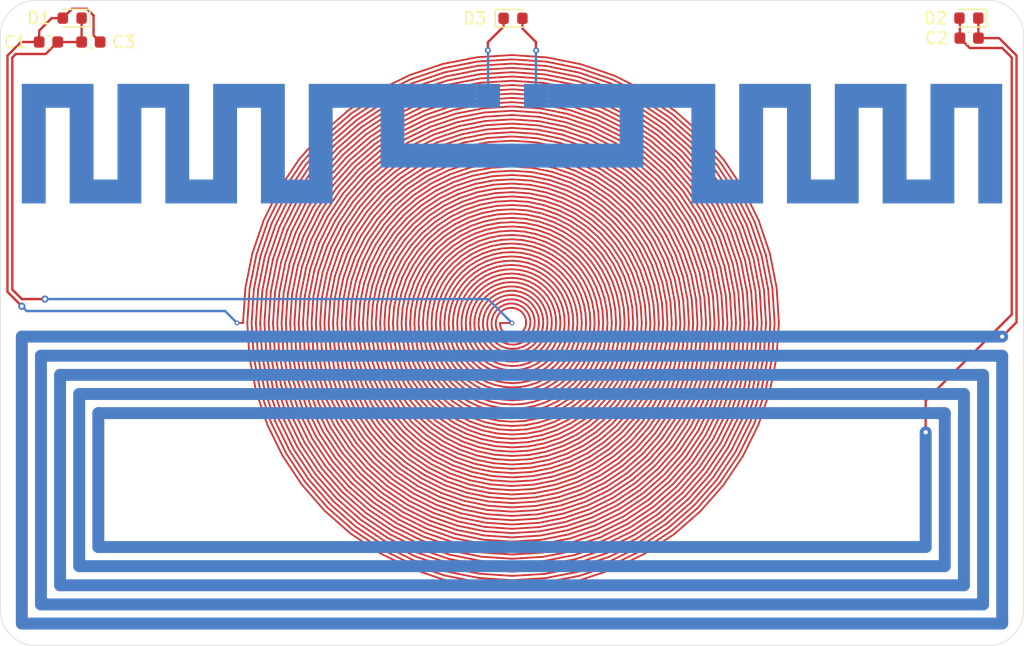
<source format=kicad_pcb>
(kicad_pcb
	(version 20241229)
	(generator "pcbnew")
	(generator_version "9.0")
	(general
		(thickness 0.8)
		(legacy_teardrops no)
	)
	(paper "A4")
	(layers
		(0 "F.Cu" signal)
		(2 "B.Cu" signal)
		(9 "F.Adhes" user "F.Adhesive")
		(11 "B.Adhes" user "B.Adhesive")
		(13 "F.Paste" user)
		(15 "B.Paste" user)
		(5 "F.SilkS" user "F.Silkscreen")
		(7 "B.SilkS" user "B.Silkscreen")
		(1 "F.Mask" user)
		(3 "B.Mask" user)
		(17 "Dwgs.User" user "User.Drawings")
		(19 "Cmts.User" user "User.Comments")
		(21 "Eco1.User" user "User.Eco1")
		(23 "Eco2.User" user "User.Eco2")
		(25 "Edge.Cuts" user)
		(27 "Margin" user)
		(31 "F.CrtYd" user "F.Courtyard")
		(29 "B.CrtYd" user "B.Courtyard")
		(35 "F.Fab" user)
		(33 "B.Fab" user)
		(39 "User.1" user)
		(41 "User.2" user)
		(43 "User.3" user)
		(45 "User.4" user)
	)
	(setup
		(stackup
			(layer "F.SilkS"
				(type "Top Silk Screen")
			)
			(layer "F.Paste"
				(type "Top Solder Paste")
			)
			(layer "F.Mask"
				(type "Top Solder Mask")
				(thickness 0.01)
			)
			(layer "F.Cu"
				(type "copper")
				(thickness 0.035)
			)
			(layer "dielectric 1"
				(type "core")
				(thickness 0.71)
				(material "FR4")
				(epsilon_r 4.5)
				(loss_tangent 0.02)
			)
			(layer "B.Cu"
				(type "copper")
				(thickness 0.035)
			)
			(layer "B.Mask"
				(type "Bottom Solder Mask")
				(thickness 0.01)
			)
			(layer "B.Paste"
				(type "Bottom Solder Paste")
			)
			(layer "B.SilkS"
				(type "Bottom Silk Screen")
			)
			(copper_finish "None")
			(dielectric_constraints no)
		)
		(pad_to_mask_clearance 0.038)
		(solder_mask_min_width 0.1)
		(allow_soldermask_bridges_in_footprints yes)
		(tenting front back)
		(pcbplotparams
			(layerselection 0x00000000_00000000_55555555_5755f5ff)
			(plot_on_all_layers_selection 0x00000000_00000000_00000000_00000000)
			(disableapertmacros no)
			(usegerberextensions no)
			(usegerberattributes yes)
			(usegerberadvancedattributes yes)
			(creategerberjobfile yes)
			(dashed_line_dash_ratio 12.000000)
			(dashed_line_gap_ratio 3.000000)
			(svgprecision 4)
			(plotframeref no)
			(mode 1)
			(useauxorigin no)
			(hpglpennumber 1)
			(hpglpenspeed 20)
			(hpglpendiameter 15.000000)
			(pdf_front_fp_property_popups yes)
			(pdf_back_fp_property_popups yes)
			(pdf_metadata yes)
			(pdf_single_document no)
			(dxfpolygonmode yes)
			(dxfimperialunits yes)
			(dxfusepcbnewfont yes)
			(psnegative no)
			(psa4output no)
			(plot_black_and_white yes)
			(sketchpadsonfab no)
			(plotpadnumbers no)
			(hidednponfab no)
			(sketchdnponfab yes)
			(crossoutdnponfab yes)
			(subtractmaskfromsilk no)
			(outputformat 1)
			(mirror no)
			(drillshape 1)
			(scaleselection 1)
			(outputdirectory "")
		)
	)
	(net 0 "")
	(net 1 "Net-(D1-K)")
	(net 2 "Net-(D1-A)")
	(net 3 "Net-(D2-K)")
	(net 4 "Net-(D2-A)")
	(net 5 "Net-(D3-A)")
	(net 6 "Net-(D3-K)")
	(footprint "LED_SMD:LED_0603_1608Metric" (layer "F.Cu") (at 113.2125 74.5 180))
	(footprint "Capacitor_SMD:C_0603_1608Metric" (layer "F.Cu") (at 114.775 76.5))
	(footprint "Library:Antenna_125kHz_v2"
		(layer "F.Cu")
		(uuid "b00c9267-93b4-43ee-a13c-d4390fce29fd")
		(at 150 100 180)
		(property "Reference" "L1"
			(at 0 0 180)
			(layer "F.SilkS")
			(hide yes)
			(uuid "b8fb6868-3e93-452d-94d5-13de521fb277")
			(effects
				(font
					(size 1.27 1.27)
					(thickness 0.15)
				)
			)
		)
		(property "Value" "Ant_125kHz"
			(at 0 0 180)
			(layer "F.Fab")
			(hide yes)
			(uuid "a657c821-9e7b-40c1-80f8-3e39730466a7")
			(effects
				(font
					(size 1.27 1.27)
					(thickness 0.15)
				)
			)
		)
		(property "Datasheet" ""
			(at 0 0 180)
			(layer "F.Fab")
			(hide yes)
			(uuid "247326c6-d7b7-47d7-8d8c-d3c3aa0210f3")
			(effects
				(font
					(size 1.27 1.27)
					(thickness 0.15)
				)
			)
		)
		(property "Description" ""
			(at 0 0 180)
			(layer "F.Fab")
			(hide yes)
			(uuid "589ebaef-4ea7-4304-9325-0e51cc334f5d")
			(effects
				(font
					(size 1.27 1.27)
					(thickness 0.15)
				)
			)
		)
		(property ki_fp_filters "Choke_* *Coil* Inductor_* L_*")
		(path "/3eb484b6-b2b6-411b-b1fa-09afa390f39a")
		(sheetname "/")
		(sheetfile "tri-band_rfid_card.kicad_sch")
		(net_tie_pad_groups "1,2")
		(fp_line
			(start 22.5 0)
			(end 23 0)
			(stroke
				(width 0.15)
				(type default)
			)
			(layer "F.Cu")
			(uuid "c2be1323-699b-4c38-a110-b482bbf6203f")
		)
		(fp_line
			(start 22.5 0)
			(end 22.300107 2.935864)
			(stroke
				(width 0.15)
				(type default)
			)
			(layer "F.Cu")
			(uuid "97a2dcf6-5e82-4064-a08c-b43fd5768de9")
		)
		(fp_line
			(start 22.300107 2.935864)
			(end 21.718909 5.819564)
			(stroke
				(width 0.15)
				(type default)
			)
			(layer "F.Cu")
			(uuid "3bf1d7ef-3b7d-4c6b-af10-760549461edd")
		)
		(fp_line
			(start 22.141666 0)
			(end 21.94484 2.889093)
			(stroke
				(width 0.15)
				(type default)
			)
			(layer "F.Cu")
			(uuid "55e4b193-d18c-4b13-b467-cfe03ea25a50")
		)
		(fp_line
			(start 21.959643 -2.891041)
			(end 22.141666 0)
			(stroke
				(width 0.15)
				(type default)
			)
			(layer "F.Cu")
			(uuid "0f3c0fc3-9740-48c2-9052-7ea1e97f0107")
		)
		(fp_line
			(start 21.94484 2.889093)
			(end 21.372785 5.72682)
			(stroke
				(width 0.15)
				(type default)
			)
			(layer "F.Cu")
			(uuid "85f2482c-2ea0-413a-a43c-9c1fae45589f")
		)
		(fp_line
			(start 21.783333 0)
			(end 21.589572 2.842321)
			(stroke
				(width 0.15)
				(type default)
			)
			(layer "F.Cu")
			(uuid "2d02c9e4-7c29-4c87-ae2d-980b102971d8")
		)
		(fp_line
			(start 21.718909 5.819564)
			(end 20.766598 8.601806)
			(stroke
				(width 0.15)
				(type default)
			)
			(layer "F.Cu")
			(uuid "ee7f39f0-5eab-41ba-aa75-cfc9ad618324")
		)
		(fp_line
			(start 21.604375 -2.844269)
			(end 21.783333 0)
			(stroke
				(width 0.15)
				(type default)
			)
			(layer "F.Cu")
			(uuid "c6f0ff32-4b3c-48b9-97a4-97b2d8e15e5c")
		)
		(fp_line
			(start 21.589572 2.842321)
			(end 21.026662 5.634077)
			(stroke
				(width 0.15)
				(type default)
			)
			(layer "F.Cu")
			(uuid "3bc9f98e-de97-4154-9c91-13869495327e")
		)
		(fp_line
			(start 21.425 0)
			(end 21.234304 2.795549)
			(stroke
				(width 0.15)
				(type default)
			)
			(layer "F.Cu")
			(uuid "580c9b8a-d8a8-4832-8898-d560e1b79022")
		)
		(fp_line
			(start 21.401629 -5.734549)
			(end 21.959643 -2.891041)
			(stroke
				(width 0.15)
				(type default)
			)
			(layer "F.Cu")
			(uuid "70af1844-345d-4b7c-b051-63d3a930601f")
		)
		(fp_line
			(start 21.372785 5.72682)
			(end 20.435541 8.464678)
			(stroke
				(width 0.15)
				(type default)
			)
			(layer "F.Cu")
			(uuid "965be2aa-b27f-4d5a-83b6-6ff32042a7b9")
		)
		(fp_line
			(start 21.249107 -2.797498)
			(end 21.425 0)
			(stroke
				(width 0.15)
				(type default)
			)
			(layer "F.Cu")
			(uuid "92c5a146-f7e4-475c-9b8a-e4c48d94e673")
		)
		(fp_line
			(start 21.234304 2.795549)
			(end 20.680539 5.541333)
			(stroke
				(width 0.15)
				(type default)
			)
			(layer "F.Cu")
			(uuid "394d6de1-87f7-4bfd-a615-93bbf8f97c05")
		)
		(fp_line
			(start 21.066666 0)
			(end 20.879037 2.748777)
			(stroke
				(width 0.15)
				(type default)
			)
			(layer "F.Cu")
			(uuid "244edae3-e2b5-414e-96eb-bb357a3f8ecc")
		)
		(fp_line
			(start 21.055506 -5.641805)
			(end 21.604375 -2.844269)
			(stroke
				(width 0.15)
				(type default)
			)
			(layer "F.Cu")
			(uuid "e8aa10e7-f72a-4c38-8831-f9c7435f8e3c")
		)
		(fp_line
			(start 21.026662 5.634077)
			(end 20.104484 8.32755)
			(stroke
				(width 0.15)
				(type default)
			)
			(layer "F.Cu")
			(uuid "2ad1b734-557a-4d56-bfb8-9a71092e9c1e")
		)
		(fp_line
			(start 20.893839 -2.750726)
			(end 21.066666 0)
			(stroke
				(width 0.15)
				(type default)
			)
			(layer "F.Cu")
			(uuid "38e9271b-1169-47e3-aa35-560ce1608de6")
		)
		(fp_line
			(start 20.879037 2.748777)
			(end 20.334415 5.44859)
			(stroke
				(width 0.15)
				(type default)
			)
			(layer "F.Cu")
			(uuid "1134cbbb-5696-49ec-8bc6-2dbb88a31b23")
		)
		(fp_line
			(start 20.766598 8.601806)
			(end 19.459711 11.235069)
			(stroke
				(width 0.15)
				(type default)
			)
			(layer "F.Cu")
			(uuid "9432a7af-f5c5-4eca-8640-e8a5e9b64a87")
		)
		(fp_line
			(start 20.709382 -5.549062)
			(end 21.249107 -2.797498)
			(stroke
				(width 0.15)
				(type default)
			)
			(layer "F.Cu")
			(uuid "929671ac-936e-4f27-92ad-decbf5485bd9")
		)
		(fp_line
			(start 20.708333 0)
			(end 20.523769 2.702005)
			(stroke
				(width 0.15)
				(type default)
			)
			(layer "F.Cu")
			(uuid "05df2eb1-3f57-4047-a253-68668bb581bc")
		)
		(fp_line
			(start 20.680539 5.541333)
			(end 19.773427 8.190422)
			(stroke
				(width 0.15)
				(type default)
			)
			(layer "F.Cu")
			(uuid "d25b0102-59ad-4e7c-b456-d5740c53a408")
		)
		(fp_line
			(start 20.538572 -2.703954)
			(end 20.708333 0)
			(stroke
				(width 0.15)
				(type default)
			)
			(layer "F.Cu")
			(uuid "0c76666e-951f-4f92-89b6-e221f29b9674")
		)
		(fp_line
			(start 20.523769 2.702005)
			(end 19.988292 5.355846)
			(stroke
				(width 0.15)
				(type default)
			)
			(layer "F.Cu")
			(uuid "c8bb8018-36ac-4c0f-9f76-6bde3ab65e30")
		)
		(fp_line
			(start 20.476923 -8.481819)
			(end 21.401629 -5.734549)
			(stroke
				(width 0.15)
				(type default)
			)
			(layer "F.Cu")
			(uuid "bed8422a-496a-4171-97e7-979955ffab93")
		)
		(fp_line
			(start 20.435541 8.464678)
			(end 19.149385 11.055902)
			(stroke
				(width 0.15)
				(type default)
			)
			(layer "F.Cu")
			(uuid "3e963581-52f6-42c7-957b-f5543dd78e46")
		)
		(fp_line
			(start 20.363259 -5.456318)
			(end 20.893839 -2.750726)
			(stroke
				(width 0.15)
				(type default)
			)
			(layer "F.Cu")
			(uuid "6d0aeb6e-1bf5-4ddd-a737-420af0ecff42")
		)
		(fp_line
			(start 20.35 0)
			(end 20.168501 2.655233)
			(stroke
				(width 0.15)
				(type default)
			)
			(layer "F.Cu")
			(uuid "dd0c6a82-e61d-42e0-9f83-4bd15a949d59")
		)
		(fp_line
			(start 20.334415 5.44859)
			(end 19.442371 8.053293)
			(stroke
				(width 0.15)
				(type default)
			)
			(layer "F.Cu")
			(uuid "a032479d-f181-4812-8424-062eb8a513f7")
		)
		(fp_line
			(start 20.183304 -2.657182)
			(end 20.35 0)
			(stroke
				(width 0.15)
				(type default)
			)
			(layer "F.Cu")
			(uuid "484996f4-4993-4f34-a278-6d7e12508a43")
		)
		(fp_line
			(start 20.168501 2.655233)
			(end 19.642168 5.263103)
			(stroke
				(width 0.15)
				(type default)
			)
			(layer "F.Cu")
			(uuid "3ce4ad51-a16f-44b3-bf1f-b9ddf17d6e2b")
		)
		(fp_line
			(start 20.145866 -8.344691)
			(end 21.055506 -5.641805)
			(stroke
				(width 0.15)
				(type default)
			)
			(layer "F.Cu")
			(uuid "85d0cad9-db4e-46fe-82d3-9e14cbb2e3ea")
		)
		(fp_line
			(start 20.104484 8.32755)
			(end 18.839059 10.876736)
			(stroke
				(width 0.15)
				(type default)
			)
			(layer "F.Cu")
			(uuid "a77d8267-7ace-494a-86a3-7754acdef7a4")
		)
		(fp_line
			(start 20.017135 -5.363575)
			(end 20.538572 -2.703954)
			(stroke
				(width 0.15)
				(type default)
			)
			(layer "F.Cu")
			(uuid "a4706f3c-07ee-429e-9e61-08b4a271b48a")
		)
		(fp_line
			(start 19.991666 0)
			(end 19.813233 2.608461)
			(stroke
				(width 0.15)
				(type default)
			)
			(layer "F.Cu")
			(uuid "5fe9e7f9-d286-48fc-865e-beed5253238c")
		)
		(fp_line
			(start 19.988292 5.355846)
			(end 19.111314 7.916165)
			(stroke
				(width 0.15)
				(type default)
			)
			(layer "F.Cu")
			(uuid "acfb5788-214f-4559-ac05-3c53bfe5c4d1")
		)
		(fp_line
			(start 19.828036 -2.61041)
			(end 19.991666 0)
			(stroke
				(width 0.15)
				(type default)
			)
			(layer "F.Cu")
			(uuid "b306012a-cf9b-4b5a-b208-66fa8a03cb9c")
		)
		(fp_line
			(start 19.81481 -8.207563)
			(end 20.709382 -5.549062)
			(stroke
				(width 0.15)
				(type default)
			)
			(layer "F.Cu")
			(uuid "656581a8-3155-4e70-83d3-6690f59bb606")
		)
		(fp_line
			(start 19.813233 2.608461)
			(end 19.296045 5.170359)
			(stroke
				(width 0.15)
				(type default)
			)
			(layer "F.Cu")
			(uuid "f2ae680b-da2c-4411-810e-ce980fb542c4")
		)
		(fp_line
			(start 19.773427 8.190422)
			(end 18.528733 10.697569)
			(stroke
				(width 0.15)
				(type default)
			)
			(layer "F.Cu")
			(uuid "a25ea3cb-bca7-4aff-a292-c782c1d96f68")
		)
		(fp_line
			(start 19.671012 -5.270831)
			(end 20.183304 -2.657182)
			(stroke
				(width 0.15)
				(type default)
			)
			(layer "F.Cu")
			(uuid "e51b5ae1-2877-41fa-bba9-009582bf4cb8")
		)
		(fp_line
			(start 19.642168 5.263103)
			(end 18.780257 7.779037)
			(stroke
				(width 0.15)
				(type default)
			)
			(layer "F.Cu")
			(uuid "0013517e-ead0-4ed8-a20f-53514d5b4ca3")
		)
		(fp_line
			(start 19.633333 0)
			(end 19.457966 2.561689)
			(stroke
				(width 0.15)
				(type default)
			)
			(layer "F.Cu")
			(uuid "be5c0832-dd41-48f8-b27a-2156f19f9bb8")
		)
		(fp_line
			(start 19.483753 -8.070434)
			(end 20.363259 -5.456318)
			(stroke
				(width 0.15)
				(type default)
			)
			(layer "F.Cu")
			(uuid "a47d6643-7bdb-4373-b10e-14a5ce9dd78a")
		)
		(fp_line
			(start 19.472768 -2.563638)
			(end 19.633333 0)
			(stroke
				(width 0.15)
				(type default)
			)
			(layer "F.Cu")
			(uuid "863835d4-548a-422b-9fd5-37ca2e883caa")
		)
		(fp_line
			(start 19.459711 11.235069)
			(end 17.820837 13.674409)
			(stroke
				(width 0.15)
				(type default)
			)
			(layer "F.Cu")
			(uuid "bb036a6f-dac6-4f21-8b47-9e6b695d1071")
		)
		(fp_line
			(start 19.457966 2.561689)
			(end 18.949921 5.077616)
			(stroke
				(width 0.15)
				(type default)
			)
			(layer "F.Cu")
			(uuid "5450ef3e-91a7-45ae-8922-d51714550165")
		)
		(fp_line
			(start 19.442371 8.053293)
			(end 18.218408 10.518402)
			(stroke
				(width 0.15)
				(type default)
			)
			(layer "F.Cu")
			(uuid "30b81222-1a65-43c6-b90d-6844d27cd881")
		)
		(fp_line
			(start 19.324888 -5.178088)
			(end 19.828036 -2.61041)
			(stroke
				(width 0.15)
				(type default)
			)
			(layer "F.Cu")
			(uuid "e7528aea-86da-4012-a9bf-efa749b3c143")
		)
		(fp_line
			(start 19.296045 5.170359)
			(end 18.4492 7.641909)
			(stroke
				(width 0.15)
				(type default)
			)
			(layer "F.Cu")
			(uuid "09876973-479a-4888-9925-bc3b042be196")
		)
		(fp_line
			(start 19.275 0)
			(end 19.102698 2.514917)
			(stroke
				(width 0.15)
				(type default)
			)
			(layer "F.Cu")
			(uuid "31843d45-565f-4157-a33a-0eff0f3c41f6")
		)
		(fp_line
			(start 19.201106 -11.085763)
			(end 20.476923 -8.481819)
			(stroke
				(width 0.15)
				(type default)
			)
			(layer "F.Cu")
			(uuid "92a3ce3a-31c7-4b01-b29d-c029d7fbce07")
		)
		(fp_line
			(start 19.152696 -7.933306)
			(end 20.017135 -5.363575)
			(stroke
				(width 0.15)
				(type default)
			)
			(layer "F.Cu")
			(uuid "72eac9fe-502d-43fd-891a-5add9ce0d2c3")
		)
		(fp_line
			(start 19.149385 11.055902)
			(end 17.536552 13.456269)
			(stroke
				(width 0.15)
				(type default)
			)
			(layer "F.Cu")
			(uuid "7fe2c6ac-4df6-4fcb-9bc7-3b1dc473ed8b")
		)
		(fp_line
			(start 19.117501 -2.516866)
			(end 19.275 0)
			(stroke
				(width 0.15)
				(type default)
			)
			(layer "F.Cu")
			(uuid "8ba4eabc-ae61-4eac-87d4-7873527f7f08")
		)
		(fp_line
			(start 19.111314 7.916165)
			(end 17.908082 10.339236)
			(stroke
				(width 0.15)
				(type default)
			)
			(layer "F.Cu")
			(uuid "bc4a0a36-13fe-468f-b460-41626d7587f2")
		)
		(fp_line
			(start 19.102698 2.514917)
			(end 18.603798 4.984872)
			(stroke
				(width 0.15)
				(type default)
			)
			(layer "F.Cu")
			(uuid "20bda655-7803-4e15-943d-6e8153ae8746")
		)
		(fp_line
			(start 18.978765 -5.085344)
			(end 19.472768 -2.563638)
			(stroke
				(width 0.15)
				(type default)
			)
			(layer "F.Cu")
			(uuid "e2d514d6-0c9a-4022-897a-c19e58631031")
		)
		(fp_line
			(start 18.949921 5.077616)
			(end 18.118143 7.50478)
			(stroke
				(width 0.15)
				(type default)
			)
			(layer "F.Cu")
			(uuid "b58b5485-5bef-4832-a449-26d3c3608b72")
		)
		(fp_line
			(start 18.916666 0)
			(end 18.74743 2.468146)
			(stroke
				(width 0.15)
				(type default)
			)
			(layer "F.Cu")
			(uuid "a30ccd68-0132-4109-b444-390c08edea44")
		)
		(fp_line
			(start 18.89078 -10.906597)
			(end 20.145866 -8.344691)
			(stroke
				(width 0.15)
				(type default)
			)
			(layer "F.Cu")
			(uuid "44723767-856d-49c8-bf72-13a1cd1256e0")
		)
		(fp_line
			(start 18.839059 10.876736)
			(end 17.252267 13.23813)
			(stroke
				(width 0.15)
				(type default)
			)
			(layer "F.Cu")
			(uuid "7348aa95-4068-4b2b-8ea1-302f5b0c3244")
		)
		(fp_line
			(start 18.821639 -7.796178)
			(end 19.671012 -5.270831)
			(stroke
				(width 0.15)
				(type default)
			)
			(layer "F.Cu")
			(uuid "a184726d-acdf-432a-92bf-7b9e27dd3492")
		)
		(fp_line
			(start 18.780257 7.779037)
			(end 17.597756 10.160069)
			(stroke
				(width 0.15)
				(type default)
			)
			(layer "F.Cu")
			(uuid "e0910552-1fc6-4fc3-8f9a-7e782aed1769")
		)
		(fp_line
			(start 18.762233 -2.470094)
			(end 18.916666 0)
			(stroke
				(width 0.15)
				(type default)
			)
			(layer "F.Cu")
			(uuid "554ff24b-6daa-43ec-9fa0-bf8906ae571c")
		)
		(fp_line
			(start 18.74743 2.468146)
			(end 18.257675 4.892129)
			(stroke
				(width 0.15)
				(type default)
			)
			(layer "F.Cu")
			(uuid "6ed10928-606c-43a1-9988-605f0afabeee")
		)
		(fp_line
			(start 18.632642 -4.992601)
			(end 19.117501 -2.516866)
			(stroke
				(width 0.15)
				(type default)
			)
			(layer "F.Cu")
			(uuid "4ab01a09-5054-46c2-974f-dd034160e23c")
		)
		(fp_line
			(start 18.603798 4.984872)
			(end 17.787086 7.367652)
			(stroke
				(width 0.15)
				(type default)
			)
			(layer "F.Cu")
			(uuid "f2d96ccd-4ff6-490b-81ca-834922c87393")
		)
		(fp_line
			(start 18.580454 -10.72743)
			(end 19.81481 -8.207563)
			(stroke
				(width 0.15)
				(type default)
			)
			(layer "F.Cu")
			(uuid "9de913a8-9375-4c14-95ee-b630a9ce431a")
		)
		(fp_line
			(start 18.558333 0)
			(end 18.392162 2.421374)
			(stroke
				(width 0.15)
				(type default)
			)
			(layer "F.Cu")
			(uuid "11f19198-8f10-43a5-a65e-47abfd296aa8")
		)
		(fp_line
			(start 18.528733 10.697569)
			(end 16.967982 13.01999)
			(stroke
				(width 0.15)
				(type default)
			)
			(layer "F.Cu")
			(uuid "6f6f2921-7847-4db7-a50f-1a1257439266")
		)
		(fp_line
			(start 18.490582 -7.65905)
			(end 19.324888 -5.178088)
			(stroke
				(width 0.15)
				(type default)
			)
			(layer "F.Cu")
			(uuid "0d6dfdee-7b3c-448e-afab-3c09593deee8")
		)
		(fp_line
			(start 18.4492 7.641909)
			(end 17.28743 9.980902)
			(stroke
				(width 0.15)
				(type default)
			)
			(layer "F.Cu")
			(uuid "a62ba5db-afe6-4b15-9426-5b0ed4b382e1")
		)
		(fp_line
			(start 18.406965 -2.423322)
			(end 18.558333 0)
			(stroke
				(width 0.15)
				(type default)
			)
			(layer "F.Cu")
			(uuid "8cb6a5fe-1fec-4688-b5f1-f5c9e8804c78")
		)
		(fp_line
			(start 18.392162 2.421374)
			(end 17.911551 4.799385)
			(stroke
				(width 0.15)
				(type default)
			)
			(layer "F.Cu")
			(uuid "39dc2b3e-ab53-4011-9071-35ac13a2cfd4")
		)
		(fp_line
			(start 18.286518 -4.899857)
			(end 18.762233 -2.470094)
			(stroke
				(width 0.15)
				(type default)
			)
			(layer "F.Cu")
			(uuid "d7c56444-6bdc-44df-ba4b-eddf0f8d0390")
		)
		(fp_line
			(start 18.270128 -10.548263)
			(end 19.483753 -8.070434)
			(stroke
				(width 0.15)
				(type default)
			)
			(layer "F.Cu")
			(uuid "d752c3d3-b117-4ffb-a19a-4d49796e65e7")
		)
		(fp_line
			(start 18.257675 4.892129)
			(end 17.45603 7.230524)
			(stroke
				(width 0.15)
				(type default)
			)
			(layer "F.Cu")
			(uuid "a753371b-edad-4a0e-b0be-61d17c5dba8a")
		)
		(fp_line
			(start 18.218408 10.518402)
			(end 16.683697 12.801851)
			(stroke
				(width 0.15)
				(type default)
			)
			(layer "F.Cu")
			(uuid "f9bb3b46-93e9-4119-9b05-bf24a8389f41")
		)
		(fp_line
			(start 18.2 0)
			(end 18.036895 2.374602)
			(stroke
				(width 0.15)
				(type default)
			)
			(layer "F.Cu")
			(uuid "abb94f79-a1a5-48cd-a505-fbe706392181")
		)
		(fp_line
			(start 18.159525 -7.521921)
			(end 18.978765 -5.085344)
			(stroke
				(width 0.15)
				(type default)
			)
			(layer "F.Cu")
			(uuid "a6478efb-1c51-4e25-8b13-7eecb824f04c")
		)
		(fp_line
			(start 18.118143 7.50478)
			(end 16.977104 9.801736)
			(stroke
				(width 0.15)
				(type default)
			)
			(layer "F.Cu")
			(uuid "7aacbcb3-fd17-4ee1-b34a-a619959fe3e5")
		)
		(fp_line
			(start 18.051697 -2.376551)
			(end 18.2 0)
			(stroke
				(width 0.15)
				(type default)
			)
			(layer "F.Cu")
			(uuid "4adbcf7d-ff01-4163-a29e-cab4cfa89c89")
		)
		(fp_line
			(start 18.036895 2.374602)
			(end 17.565428 4.706642)
			(stroke
				(width 0.15)
				(type default)
			)
			(layer "F.Cu")
			(uuid "70b59bdf-d302-426e-9a57-af49740946a6")
		)
		(fp_line
			(start 17.959803 -10.369097)
			(end 19.152696 -7.933306)
			(stroke
				(width 0.15)
				(type default)
			)
			(layer "F.Cu")
			(uuid "31ba4fce-e60c-4a35-bc8b-b762853808bf")
		)
		(fp_line
			(start 17.940395 -4.807114)
			(end 18.406965 -2.423322)
			(stroke
				(width 0.15)
				(type default)
			)
			(layer "F.Cu")
			(uuid "c2fdd87b-be8f-4156-934f-c4d6fb9fd1f9")
		)
		(fp_line
			(start 17.911551 4.799385)
			(end 17.124973 7.093396)
			(stroke
				(width 0.15)
				(type default)
			)
			(layer "F.Cu")
			(uuid "dd3a851a-4184-43b9-a266-6ad86159faf3")
		)
		(fp_line
			(start 17.908082 10.339236)
			(end 16.399412 12.583711)
			(stroke
				(width 0.15)
				(type default)
			)
			(layer "F.Cu")
			(uuid "cbd951cf-2f15-46ad-b662-02b3b5f4b46d")
		)
		(fp_line
			(start 17.841666 0)
			(end 17.681627 2.32783)
			(stroke
				(width 0.15)
				(type default)
			)
			(layer "F.Cu")
			(uuid "c1a9675e-e620-47a9-b995-c26c6ea087fa")
		)
		(fp_line
			(start 17.828469 -7.384793)
			(end 18.632642 -4.992601)
			(stroke
				(width 0.15)
				(type default)
			)
			(layer "F.Cu")
			(uuid "4ec37854-69d0-4bd7-8c7f-e231b3f93ff9")
		)
		(fp_line
			(start 17.820837 13.674409)
			(end 15.87823 15.87823)
			(stroke
				(width 0.15)
				(type default)
			)
			(layer "F.Cu")
			(uuid "362564ec-1464-463a-afd6-85712af3bf40")
		)
		(fp_line
			(start 17.787086 7.367652)
			(end 16.666779 9.622569)
			(stroke
				(width 0.15)
				(type default)
			)
			(layer "F.Cu")
			(uuid "88c9d345-3223-4352-8929-b54c61aa1ed1")
		)
		(fp_line
			(start 17.69643 -2.329779)
			(end 17.841666 0)
			(stroke
				(width 0.15)
				(type default)
			)
			(layer "F.Cu")
			(uuid "cb0ecb40-54dd-4f96-9fca-d0cbc7950647")
		)
		(fp_line
			(start 17.681627 2.32783)
			(end 17.219304 4.613898)
			(stroke
				(width 0.15)
				(type default)
			)
			(layer "F.Cu")
			(uuid "f0f5bd04-5275-47fb-a3fa-eace5e7b63b9")
		)
		(fp_line
			(start 17.649477 -10.18993)
			(end 18.821639 -7.796178)
			(stroke
				(width 0.15)
				(type default)
			)
			(layer "F.Cu")
			(uuid "3288f094-6627-4995-839e-9aac3d60c1b6")
		)
		(fp_line
			(start 17.597756 10.160069)
			(end 16.115127 12.365572)
			(stroke
				(width 0.15)
				(type default)
			)
			(layer "F.Cu")
			(uuid "1799103a-cec3-41e2-a090-e696204bd88f")
		)
		(fp_line
			(start 17.595778 -13.501715)
			(end 19.201106 -11.085763)
			(stroke
				(width 0.15)
				(type default)
			)
			(layer "F.Cu")
			(uuid "5f5a9aab-8d4d-42f1-9ef2-412991fd1cba")
		)
		(fp_line
			(start 17.594271 -4.71437)
			(end 18.051697 -2.376551)
			(stroke
				(width 0.15)
				(type default)
			)
			(layer "F.Cu")
			(uuid "93b08069-58a5-44a6-9188-fa24411658c6")
		)
		(fp_line
			(start 17.565428 4.706642)
			(end 16.793916 6.956267)
			(stroke
				(width 0.15)
				(type default)
			)
			(layer "F.Cu")
			(uuid "7bad921b-f3f0-46c2-a6ff-9cacddc7fd91")
		)
		(fp_line
			(start 17.536552 13.456269)
			(end 15.62485 15.62485)
			(stroke
				(width 0.15)
				(type default)
			)
			(layer "F.Cu")
			(uuid "ac478eea-7fbc-401b-95f2-55dd09053ae9")
		)
		(fp_line
			(start 17.497412 -7.247665)
			(end 18.286518 -4.899857)
			(stroke
				(width 0.15)
				(type default)
			)
			(layer "F.Cu")
			(uuid "c29cb22d-2d18-4982-991d-cc077bfd40b2")
		)
		(fp_line
			(start 17.483333 0)
			(end 17.326359 2.281058)
			(stroke
				(width 0.15)
				(type default)
			)
			(layer "F.Cu")
			(uuid "c91c7bb9-c106-4c88-b472-ab44ea208966")
		)
		(fp_line
			(start 17.45603 7.230524)
			(end 16.356453 9.443402)
			(stroke
				(width 0.15)
				(type default)
			)
			(layer "F.Cu")
			(uuid "f96f634b-8607-4b8e-9f39-6a5871efb0cb")
		)
		(fp_line
			(start 17.341162 -2.283007)
			(end 17.483333 0)
			(stroke
				(width 0.15)
				(type default)
			)
			(layer "F.Cu")
			(uuid "e297a8d9-9ac4-4306-8be4-843a21ea9bd6")
		)
		(fp_line
			(start 17.339151 -10.010763)
			(end 18.490582 -7.65905)
			(stroke
				(width 0.15)
				(type default)
			)
			(layer "F.Cu")
			(uuid "9616b1c4-c9fa-4c47-a32a-cf20bd08c592")
		)
		(fp_line
			(start 17.326359 2.281058)
			(end 16.873181 4.521155)
			(stroke
				(width 0.15)
				(type default)
			)
			(layer "F.Cu")
			(uuid "b330ed82-6744-41a1-b20a-07f4682ffd30")
		)
		(fp_line
			(start 17.311493 -13.283575)
			(end 18.89078 -10.906597)
			(stroke
				(width 0.15)
				(type default)
			)
			(layer "F.Cu")
			(uuid "fc7232a9-b83e-4943-a630-6330e616fc22")
		)
		(fp_line
			(start 17.28743 9.980902)
			(end 15.830842 12.147432)
			(stroke
				(width 0.15)
				(type default)
			)
			(layer "F.Cu")
			(uuid "3c21f16a-71bf-4d02-80d1-952cab0ceaf6")
		)
		(fp_line
			(start 17.252267 13.23813)
			(end 15.37147 15.37147)
			(stroke
				(width 0.15)
				(type default)
			)
			(layer "F.Cu")
			(uuid "d30cee6d-47f9-479d-b498-d723230108ea")
		)
		(fp_line
			(start 17.248148 -4.621627)
			(end 17.69643 -2.329779)
			(stroke
				(width 0.15)
				(type default)
			)
			(layer "F.Cu")
			(uuid "6d909a74-0dc9-4c43-9cbe-60f669f758a0")
		)
		(fp_line
			(start 17.219304 4.613898)
			(end 16.462859 6.819139)
			(stroke
				(width 0.15)
				(type default)
			)
			(layer "F.Cu")
			(uuid "c2003c5b-2b27-4309-ab45-c0cd2edea1da")
		)
		(fp_line
			(start 17.166355 -7.110537)
			(end 17.940395 -4.807114)
			(stroke
				(width 0.15)
				(type default)
			)
			(layer "F.Cu")
			(uuid "0d7f94b0-d15d-469b-b2e7-9f3f5279d67d")
		)
		(fp_line
			(start 17.125 0)
			(end 16.971091 2.234286)
			(stroke
				(width 0.15)
				(type default)
			)
			(layer "F.Cu")
			(uuid "95b4d586-941e-45d3-adea-a70d7ca157e7")
		)
		(fp_line
			(start 17.124973 7.093396)
			(end 16.046127 9.264236)
			(stroke
				(width 0.15)
				(type default)
			)
			(layer "F.Cu")
			(uuid "d45c8609-641f-48f8-9a85-d76391207aa9")
		)
		(fp_line
			(start 17.028825 -9.831597)
			(end 18.159525 -7.521921)
			(stroke
				(width 0.15)
				(type default)
			)
			(layer "F.Cu")
			(uuid "af0b58b5-c889-4fd3-b713-4ad530713657")
		)
		(fp_line
			(start 17.027208 -13.065436)
			(end 18.580454 -10.72743)
			(stroke
				(width 0.15)
				(type default)
			)
			(layer "F.Cu")
			(uuid "4e5399e3-1943-4a0f-8f88-f44bf661afad")
		)
		(fp_line
			(start 16.985894 -2.236235)
			(end 17.125 0)
			(stroke
				(width 0.15)
				(type default)
			)
			(layer "F.Cu")
			(uuid "603ee390-31f0-4f2f-8dbf-27f0133ea3e9")
		)
		(fp_line
			(start 16.977104 9.801736)
			(end 15.546557 11.929293)
			(stroke
				(width 0.15)
				(type default)
			)
			(layer "F.Cu")
			(uuid "cdca3436-2820-463e-aa87-9d8160a7c2f2")
		)
		(fp_line
			(start 16.971091 2.234286)
			(end 16.527057 4.428411)
			(stroke
				(width 0.15)
				(type default)
			)
			(layer "F.Cu")
			(uuid "9341abaf-b294-446e-8164-063dbc7a33ff")
		)
		(fp_line
			(start 16.967982 13.01999)
			(end 15.11809 15.11809)
			(stroke
				(width 0.15)
				(type default)
			)
			(layer "F.Cu")
			(uuid "3da65557-eaf5-49a6-902b-b63b46ac60a3")
		)
		(fp_line
			(start 16.902025 -4.528883)
			(end 17.341162 -2.283007)
			(stroke
				(width 0.15)
				(type default)
			)
			(layer "F.Cu")
			(uuid "3f285ca5-d663-495b-8f6e-055b9b99087a")
		)
		(fp_line
			(start 16.873181 4.521155)
			(end 16.131802 6.682011)
			(stroke
				(width 0.15)
				(type default)
			)
			(layer "F.Cu")
			(uuid "0db3e751-10c1-40e0-9c2f-7e84a6875acf")
		)
		(fp_line
			(start 16.835298 -6.973408)
			(end 17.594271 -4.71437)
			(stroke
				(width 0.15)
				(type default)
			)
			(layer "F.Cu")
			(uuid "cf5272c7-e8fd-48c8-bbcd-bad99ba16c26")
		)
		(fp_line
			(start 16.793916 6.956267)
			(end 15.735801 9.085069)
			(stroke
				(width 0.15)
				(type default)
			)
			(layer "F.Cu")
			(uuid "fda81dda-0360-479e-94c9-1164a31c1b00")
		)
		(fp_line
			(start 16.766666 0)
			(end 16.615824 2.187514)
			(stroke
				(width 0.15)
				(type default)
			)
			(layer "F.Cu")
			(uuid "c99217d6-b61d-4862-9f35-c97ef020f84c")
		)
		(fp_line
			(start 16.742923 -12.847296)
			(end 18.270128 -10.548263)
			(stroke
				(width 0.15)
				(type default)
			)
			(layer "F.Cu")
			(uuid "d4cd9390-83ed-47e5-a79d-1cabd1f7543c")
		)
		(fp_line
			(start 16.7185 -9.65243)
			(end 17.828469 -7.384793)
			(stroke
				(width 0.15)
				(type default)
			)
			(layer "F.Cu")
			(uuid "a6b525de-041a-4ee9-9b2c-66e1b8077392")
		)
		(fp_line
			(start 16.683697 12.801851)
			(end 14.86471 14.86471)
			(stroke
				(width 0.15)
				(type default)
			)
			(layer "F.Cu")
			(uuid "7f8b97d0-770d-420d-8e6d-9a6d0c7b7afc")
		)
		(fp_line
			(start 16.666779 9.622569)
			(end 15.262272 11.711153)
			(stroke
				(width 0.15)
				(type default)
			)
			(layer "F.Cu")
			(uuid "a1a480af-3522-43e4-9d38-3ca3d7b2fd1f")
		)
		(fp_line
			(start 16.630626 -2.189463)
			(end 16.766666 0)
			(stroke
				(width 0.15)
				(type default)
			)
			(layer "F.Cu")
			(uuid "27700de5-ee9e-4b96-84b2-0324fbe2c272")
		)
		(fp_line
			(start 16.615824 2.187514)
			(end 16.180934 4.335668)
			(stroke
				(width 0.15)
				(type default)
			)
			(layer "F.Cu")
			(uuid "72ed1e63-d504-4f82-996f-96c069337e5d")
		)
		(fp_line
			(start 16.555901 -4.43614)
			(end 16.985894 -2.236235)
			(stroke
				(width 0.15)
				(type default)
			)
			(layer "F.Cu")
			(uuid "f3d0efef-4b61-46bc-a15d-804c6f236abb")
		)
		(fp_line
			(start 16.527057 4.428411)
			(end 15.800745 6.544883)
			(stroke
				(width 0.15)
				(type default)
			)
			(layer "F.Cu")
			(uuid "15f8e2a8-207a-4e1d-bc33-f8a5cd7ef8b6")
		)
		(fp_line
			(start 16.504241 -6.83628)
			(end 17.248148 -4.621627)
			(stroke
				(width 0.15)
				(type default)
			)
			(layer "F.Cu")
			(uuid "912060ce-42fc-4dbc-9c7a-be197f019d81")
		)
		(fp_line
			(start 16.462859 6.819139)
			(end 15.425476 8.905902)
			(stroke
				(width 0.15)
				(type default)
			)
			(layer "F.Cu")
			(uuid "9043423b-3fd9-4a8c-8dfe-42fe26f8ac8e")
		)
		(fp_line
			(start 16.458638 -12.629157)
			(end 17.959803 -10.369097)
			(stroke
				(width 0.15)
				(type default)
			)
			(layer "F.Cu")
			(uuid "53053f75-1414-4a5e-85a6-fbe1d57f0a28")
		)
		(fp_line
			(start 16.408333 0)
			(end 16.260556 2.140742)
			(stroke
				(width 0.15)
				(type default)
			)
			(layer "F.Cu")
			(uuid "c2206fad-bdb1-4ba9-a6c6-0f280e86ff96")
		)
		(fp_line
			(start 16.408174 -9.473263)
			(end 17.497412 -7.247665)
			(stroke
				(width 0.15)
				(type default)
			)
			(layer "F.Cu")
			(uuid "3c65d70d-5d73-410d-87ab-acf50fc61b81")
		)
		(fp_line
			(start 16.399412 12.583711)
			(end 14.61133 14.61133)
			(stroke
				(width 0.15)
				(type default)
			)
			(layer "F.Cu")
			(uuid "20a42755-c961-49f5-84c0-09e65cf823e4")
		)
		(fp_line
			(start 16.356453 9.443402)
			(end 14.977987 11.493014)
			(stroke
				(width 0.15)
				(type default)
			)
			(layer "F.Cu")
			(uuid "e430ae84-5912-4e98-a30d-6d8e801d9175")
		)
		(fp_line
			(start 16.275359 -2.142691)
			(end 16.408333 0)
			(stroke
				(width 0.15)
				(type default)
			)
			(layer "F.Cu")
			(uuid "c2093471-fb70-4a1d-8c25-7b34d6246390")
		)
		(fp_line
			(start 16.260556 2.140742)
			(end 15.834811 4.242924)
			(stroke
				(width 0.15)
				(type default)
			)
			(layer "F.Cu")
			(uuid "60e383bf-cb60-47a7-94af-b4d72b7d381c")
		)
		(fp_line
			(start 16.209778 -4.343396)
			(end 16.630626 -2.189463)
			(stroke
				(width 0.15)
				(type default)
			)
			(layer "F.Cu")
			(uuid "d17618b0-4dde-49c1-a2b8-8c6833b93a0d")
		)
		(fp_line
			(start 16.180934 4.335668)
			(end 15.469689 6.407755)
			(stroke
				(width 0.15)
				(type default)
			)
			(layer "F.Cu")
			(uuid "37d9a752-8184-44ee-af74-b10ce4615454")
		)
		(fp_line
			(start 16.174353 -12.411017)
			(end 17.649477 -10.18993)
			(stroke
				(width 0.15)
				(type default)
			)
			(layer "F.Cu")
			(uuid "779ec8f2-0e73-4157-8850-cb849cac7c95")
		)
		(fp_line
			(start 16.173184 -6.699152)
			(end 16.902025 -4.528883)
			(stroke
				(width 0.15)
				(type default)
			)
			(layer "F.Cu")
			(uuid "2a92ee7b-035b-4da4-8e75-88517af6bba8")
		)
		(fp_line
			(start 16.131802 6.682011)
			(end 15.11515 8.726736)
			(stroke
				(width 0.15)
				(type default)
			)
			(layer "F.Cu")
			(uuid "130b744b-56f1-425d-b1ce-e96432dc16bc")
		)
		(fp_line
			(start 16.115127 12.365572)
			(end 14.35795 14.35795)
			(stroke
				(width 0.15)
				(type default)
			)
			(layer "F.Cu")
			(uuid "94cb6dc7-2b56-42bc-bf86-eab5e13acf6d")
		)
		(fp_line
			(start 16.097848 -9.294097)
			(end 17.166355 -7.110537)
			(stroke
				(width 0.15)
				(type default)
			)
			(layer "F.Cu")
			(uuid "58beb702-feda-4ec6-945f-f7658619990a")
		)
		(fp_line
			(start 16.05 0)
			(end 15.905288 2.09397)
			(stroke
				(width 0.15)
				(type default)
			)
			(layer "F.Cu")
			(uuid "51cdff44-1d7b-4301-9dcd-f1ab80abf330")
		)
		(fp_line
			(start 16.046127 9.264236)
			(end 14.693702 11.274874)
			(stroke
				(width 0.15)
				(type default)
			)
			(layer "F.Cu")
			(uuid "6c21416c-c771-4e94-b4dc-2c7e8af77a6e")
		)
		(fp_line
			(start 15.920091 -2.095919)
			(end 16.05 0)
			(stroke
				(width 0.15)
				(type default)
			)
			(layer "F.Cu")
			(uuid "9dc7e6d5-19b5-4c1d-8cfa-ec297d9924de")
		)
		(fp_line
			(start 15.905288 2.09397)
			(end 15.488687 4.150181)
			(stroke
				(width 0.15)
				(type default)
			)
			(layer "F.Cu")
			(uuid "6687737e-27fa-4682-a0b7-e33fd68b9bb4")
		)
		(fp_line
			(start 15.890068 -12.192878)
			(end 17.339151 -10.010763)
			(stroke
				(width 0.15)
				(type default)
			)
			(layer "F.Cu")
			(uuid "bd12e6d4-17e0-4ecd-8fe6-0e5a8a7ddaff")
		)
		(fp_line
			(start 15.87823 15.87823)
			(end 13.66532 17.808991)
			(stroke
				(width 0.15)
				(type default)
			)
			(layer "F.Cu")
			(uuid "bacbe5de-7931-46bb-8bac-b63ed014469f")
		)
		(fp_line
			(start 15.863654 -4.250653)
			(end 16.275359 -2.142691)
			(stroke
				(width 0.15)
				(type default)
			)
			(layer "F.Cu")
			(uuid "b342f3ce-af95-4713-b307-054cdde08c8e")
		)
		(fp_line
			(start 15.842128 -6.562024)
			(end 16.555901 -4.43614)
			(stroke
				(width 0.15)
				(type default)
			)
			(layer "F.Cu")
			(uuid "cb5b56f1-47a3-47a9-b398-ad3a9e72411b")
		)
		(fp_line
			(start 15.834811 4.242924)
			(end 15.138632 6.270626)
			(stroke
				(width 0.15)
				(type default)
			)
			(layer "F.Cu")
			(uuid "4bc66399-d63e-4ec3-985d-1a5d1c050d09")
		)
		(fp_line
			(start 15.830842 12.147432)
			(end 14.10457 14.10457)
			(stroke
				(width 0.15)
				(type default)
			)
			(layer "F.Cu")
			(uuid "fe4ef5b0-b459-4807-ae2d-8407824fe1ed")
		)
		(fp_line
			(start 15.800745 6.544883)
			(end 14.804824 8.547569)
			(stroke
				(width 0.15)
				(type default)
			)
			(layer "F.Cu")
			(uuid "94f2786a-5c46-476b-a52b-56479ad9fd0e")
		)
		(fp_line
			(start 15.787522 -9.11493)
			(end 16.835298 -6.973408)
			(stroke
				(width 0.15)
				(type default)
			)
			(layer "F.Cu")
			(uuid "f8934621-e882-4822-a170-a27d918cbace")
		)
		(fp_line
			(start 15.735801 9.085069)
			(end 14.409417 11.056735)
			(stroke
				(width 0.15)
				(type default)
			)
			(layer "F.Cu")
			(uuid "10939d41-80d4-41e4-a146-9955b3dd5149")
		)
		(fp_line
			(start 15.691666 0)
			(end 15.55002 2.047199)
			(stroke
				(width 0.15)
				(type default)
			)
			(layer "F.Cu")
			(uuid "b5a851b1-8315-40c5-b939-691441a6e801")
		)
		(fp_line
			(start 15.688195 -15.688195)
			(end 17.595778 -13.501715)
			(stroke
				(width 0.15)
				(type default)
			)
			(layer "F.Cu")
			(uuid "7223a93a-0c60-4fb2-8584-e27fec18a10f")
		)
		(fp_line
			(start 15.62485 15.62485)
			(end 13.44718 17.524706)
			(stroke
				(width 0.15)
				(type default)
			)
			(layer "F.Cu")
			(uuid "4f2a9c23-844a-491b-85dd-652ff9fe6d1d")
		)
		(fp_line
			(start 15.605783 -11.974738)
			(end 17.028825 -9.831597)
			(stroke
				(width 0.15)
				(type default)
			)
			(layer "F.Cu")
			(uuid "2151afb2-9aca-483c-b8b7-9d3493c1c212")
		)
		(fp_line
			(start 15.564823 -2.049147)
			(end 15.691666 0)
			(stroke
				(width 0.15)
				(type default)
			)
			(layer "F.Cu")
			(uuid "d08ba85d-1522-4d49-9635-f6b10f970ee7")
		)
		(fp_line
			(start 15.55002 2.047199)
			(end 15.142564 4.057437)
			(stroke
				(width 0.15)
				(type default)
			)
			(layer "F.Cu")
			(uuid "c07cf0c2-9fd1-4d6a-9048-f0e3ce67e06b")
		)
		(fp_line
			(start 15.546557 11.929293)
			(end 13.85119 13.85119)
			(stroke
				(width 0.15)
				(type default)
			)
			(layer "F.Cu")
			(uuid "90f223b1-61e3-4380-b1ed-b8d4e175e51a")
		)
		(fp_line
			(start 15.517531 -4.157909)
			(end 15.920091 -2.095919)
			(stroke
				(width 0.15)
				(type default)
			)
			(layer "F.Cu")
			(uuid "1fd71d6c-f0ac-417a-9e54-58162c8fe9f2")
		)
		(fp_line
			(start 15.511071 -6.424896)
			(end 16.209778 -4.343396)
			(stroke
				(width 0.15)
				(type default)
			)
			(layer "F.Cu")
			(uuid "d2d3aad7-d98e-4818-a0ca-2585cd6bdd59")
		)
		(fp_line
			(start 15.488687 4.150181)
			(end 14.807575 6.133498)
			(stroke
				(width 0.15)
				(type default)
			)
			(layer "F.Cu")
			(uuid "bd079818-7df2-49b3-bbc1-47ba42342f84")
		)
		(fp_line
			(start 15.477197 -8.935763)
			(end 16.504241 -6.83628)
			(stroke
				(width 0.15)
				(type default)
			)
			(layer "F.Cu")
			(uuid "739292f4-f12b-4c8d-b076-ee660d6315cc")
		)
		(fp_line
			(start 15.469689 6.407755)
			(end 14.494498 8.368402)
			(stroke
				(width 0.15)
				(type default)
			)
			(layer "F.Cu")
			(uuid "cd443d99-8bcf-45d8-a318-e17f16741723")
		)
		(fp_line
			(start 15.434815 -15.434815)
			(end 17.311493 -13.283575)
			(stroke
				(width 0.15)
				(type default)
			)
			(layer "F.Cu")
			(uuid "bf8193f3-eacb-4e59-b97f-b90d0da1e2c3")
		)
		(fp_line
			(start 15.425476 8.905902)
			(end 14.125132 10.838595)
			(stroke
				(width 0.15)
				(type default)
			)
			(layer "F.Cu")
			(uuid "091a0a20-c6f7-49f8-ab92-7f5a99e60056")
		)
		(fp_line
			(start 15.37147 15.37147)
			(end 13.229041 17.240422)
			(stroke
				(width 0.15)
				(type default)
			)
			(layer "F.Cu")
			(uuid "e4faece7-f208-40af-a9d8-f9a9e289de22")
		)
		(fp_line
			(start 15.333333 0)
			(end 15.194753 2.000427)
			(stroke
				(width 0.15)
				(type default)
			)
			(layer "F.Cu")
			(uuid "60bbc986-870a-4e24-8e9c-e96d72bebacb")
		)
		(fp_line
			(start 15.321498 -11.756599)
			(end 16.7185 -9.65243)
			(stroke
				(width 0.15)
				(type default)
			)
			(layer "F.Cu")
			(uuid "f82001a7-93a1-4fd5-86e4-500e1b45da4b")
		)
		(fp_line
			(start 15.262272 11.711153)
			(end 13.59781 13.59781)
			(stroke
				(width 0.15)
				(type default)
			)
			(layer "F.Cu")
			(uuid "7cba2514-6986-40d5-8bf4-a1ad26ab921e")
		)
		(fp_line
			(start 15.209555 -2.002376)
			(end 15.333333 0)
			(stroke
				(width 0.15)
				(type default)
			)
			(layer "F.Cu")
			(uuid "f807be01-1940-414f-9eb7-00a0eb32529f")
		)
		(fp_line
			(start 15.194753 2.000427)
			(end 14.79644 3.964694)
			(stroke
				(width 0.15)
				(type default)
			)
			(layer "F.Cu")
			(uuid "3d124241-092d-416d-9645-013456c510b9")
		)
		(fp_line
			(start 15.181435 -15.181435)
			(end 17.027208 -13.065436)
			(stroke
				(width 0.15)
				(type default)
			)
			(layer "F.Cu")
			(uuid "2328d20b-ac90-42c7-b29f-e1c1cdd1e92f")
		)
		(fp_line
			(start 15.180014 -6.287767)
			(end 15.863654 -4.250653)
			(stroke
				(width 0.15)
				(type default)
			)
			(layer "F.Cu")
			(uuid "d5d2a6ad-0c3a-4a6b-b041-d612aeece99e")
		)
		(fp_line
			(start 15.171407 -4.065166)
			(end 15.564823 -2.049147)
			(stroke
				(width 0.15)
				(type default)
			)
			(layer "F.Cu")
			(uuid "82c06292-f50a-4034-ad90-bd38c35c12a7")
		)
		(fp_line
			(start 15.166871 -8.756597)
			(end 16.173184 -6.699152)
			(stroke
				(width 0.15)
				(type default)
			)
			(layer "F.Cu")
			(uuid "e79663c5-7f85-4488-9588-217b96f26c57")
		)
		(fp_line
			(start 15.142564 4.057437)
			(end 14.476518 5.99637)
			(stroke
				(width 0.15)
				(type default)
			)
			(layer "F.Cu")
			(uuid "9f9e18cb-5332-433e-80c2-5d605c057487")
		)
		(fp_line
			(start 15.138632 6.270626)
			(end 14.184173 8.189236)
			(stroke
				(width 0.15)
				(type default)
			)
			(layer "F.Cu")
			(uuid "43850bf3-0cb8-4363-bc68-efd54ba67c70")
		)
		(fp_line
			(start 15.11809 15.11809)
			(end 13.010901 16.956137)
			(stroke
				(width 0.15)
				(type default)
			)
			(layer "F.Cu")
			(uuid "afcf437a-dcd3-4380-b278-0f79b80895ab")
		)
		(fp_line
			(start 15.11515 8.726736)
			(end 13.840847 10.620456)
			(stroke
				(width 0.15)
				(type default)
			)
			(layer "F.Cu")
			(uuid "212d2a01-4d5e-4f37-b040-6edb127e87e2")
		)
		(fp_line
			(start 15.037213 -11.538459)
			(end 16.408174 -9.473263)
			(stroke
				(width 0.15)
				(type default)
			)
			(layer "F.Cu")
			(uuid "516b9ba0-7e36-4233-88a7-6c0f20efff4e")
		)
		(fp_line
			(start 14.977987 11.493014)
			(end 13.34443 13.34443)
			(stroke
				(width 0.15)
				(type default)
			)
			(layer "F.Cu")
			(uuid "3ba4e044-0476-49b5-ac53-0220e246a130")
		)
		(fp_line
			(start 14.975 0)
			(end 14.839485 1.953655)
			(stroke
				(width 0.15)
				(type default)
			)
			(layer "F.Cu")
			(uuid "36fce088-e955-4fe5-a1d3-2d80b7a6b621")
		)
		(fp_line
			(start 14.928055 -14.928055)
			(end 16.742923 -12.847296)
			(stroke
				(width 0.15)
				(type default)
			)
			(layer "F.Cu")
			(uuid "799323cd-267c-449c-a481-04835439ed7d")
		)
		(fp_line
			(start 14.86471 14.86471)
			(end 12.792762 16.671852)
			(stroke
				(width 0.15)
				(type default)
			)
			(layer "F.Cu")
			(uuid "ca5d66f3-d287-4363-b714-af92fcc19b08")
		)
		(fp_line
			(start 14.856545 -8.57743)
			(end 15.842128 -6.562024)
			(stroke
				(width 0.15)
				(type default)
			)
			(layer "F.Cu")
			(uuid "20c0c1a9-f818-4862-8d70-1645b524b112")
		)
		(fp_line
			(start 14.854288 -1.955604)
			(end 14.975 0)
			(stroke
				(width 0.15)
				(type default)
			)
			(layer "F.Cu")
			(uuid "9e6215e7-2537-470f-94d4-29b8d1846a62")
		)
		(fp_line
			(start 14.848957 -6.150639)
			(end 15.517531 -4.157909)
			(stroke
				(width 0.15)
				(type default)
			)
			(layer "F.Cu")
			(uuid "d6421efb-5e3c-42b0-b8a0-cf3bcc7edaf3")
		)
		(fp_line
			(start 14.839485 1.953655)
			(end 14.450317 3.87195)
			(stroke
				(width 0.15)
				(type default)
			)
			(layer "F.Cu")
			(uuid "2ba544c9-6cc3-4ff6-aa50-55f8aa800ded")
		)
		(fp_line
			(start 14.825284 -3.972423)
			(end 15.209555 -2.002376)
			(stroke
				(width 0.15)
				(type default)
			)
			(layer "F.Cu")
			(uuid "32d5b6d2-854c-4475-b7f8-33584199b433")
		)
		(fp_line
			(start 14.807575 6.133498)
			(end 13.873847 8.010069)
			(stroke
				(width 0.15)
				(type default)
			)
			(layer "F.Cu")
			(uuid "ca4ff84a-cef5-4977-9b00-1db41624c080")
		)
		(fp_line
			(start 14.804824 8.547569)
			(end 13.556562 10.402316)
			(stroke
				(width 0.15)
				(type default)
			)
			(layer "F.Cu")
			(uuid "f790740c-3fdf-4d34-83ef-8b76d063cd4e")
		)
		(fp_line
			(start 14.79644 3.964694)
			(end 14.145461 5.859242)
			(stroke
				(width 0.15)
				(type default)
			)
			(layer "F.Cu")
			(uuid "40b02e04-801d-424a-aa0f-58e304e58433")
		)
		(fp_line
			(start 14.752928 -11.32032)
			(end 16.097848 -9.294097)
			(stroke
				(width 0.15)
				(type default)
			)
			(layer "F.Cu")
			(uuid "5e98674f-1848-493a-b9e2-32d198be5359")
		)
		(fp_line
			(start 14.693702 11.274874)
			(end 13.09105 13.09105)
			(stroke
				(width 0.15)
				(type default)
			)
			(layer "F.Cu")
			(uuid "fbbb4cda-8245-4c9f-9512-7f042e9c91de")
		)
		(fp_line
			(start 14.674675 -14.674675)
			(end 16.458638 -12.629157)
			(stroke
				(width 0.15)
				(type default)
			)
			(layer "F.Cu")
			(uuid "c40b684a-e33f-4ef9-a1d7-7d9005b16ac1")
		)
		(fp_line
			(start 14.616666 0)
			(end 14.484217 1.906883)
			(stroke
				(width 0.15)
				(type default)
			)
			(layer "F.Cu")
			(uuid "060e3fb7-3796-4743-8983-1b8112c98bcd")
		)
		(fp_line
			(start 14.61133 14.61133)
			(end 12.574622 16.387567)
			(stroke
				(width 0.15)
				(type default)
			)
			(layer "F.Cu")
			(uuid "8b4b2d10-bb19-4b1e-a448-c99a4fa32762")
		)
		(fp_line
			(start 14.546219 -8.398263)
			(end 15.511071 -6.424896)
			(stroke
				(width 0.15)
				(type default)
			)
			(layer "F.Cu")
			(uuid "3db81c4d-7c0e-40f0-b7f1-90c7634cc2aa")
		)
		(fp_line
			(start 14.5179 -6.013511)
			(end 15.171407 -4.065166)
			(stroke
				(width 0.15)
				(type default)
			)
			(layer "F.Cu")
			(uuid "7896e601-e900-4408-9e80-b858a8f87162")
		)
		(fp_line
			(start 14.49902 -1.908832)
			(end 14.616666 0)
			(stroke
				(width 0.15)
				(type default)
			)
			(layer "F.Cu")
			(uuid "10e166d1-36ad-4ef8-9995-486eda4ad03e")
		)
		(fp_line
			(start 14.494498 8.368402)
			(end 13.272277 10.184177)
			(stroke
				(width 0.15)
				(type default)
			)
			(layer "F.Cu")
			(uuid "6afd7165-d550-4308-882c-1fb53a83812e")
		)
		(fp_line
			(start 14.484217 1.906883)
			(end 14.104194 3.779207)
			(stroke
				(width 0.15)
				(type default)
			)
			(layer "F.Cu")
			(uuid "99386745-56dc-483a-8708-5f59247cdbc6")
		)
		(fp_line
			(start 14.479161 -3.879679)
			(end 14.854288 -1.955604)
			(stroke
				(width 0.15)
				(type default)
			)
			(layer "F.Cu")
			(uuid "355a5d52-85f5-42bf-9bde-c11e94313980")
		)
		(fp_line
			(start 14.476518 5.99637)
			(end 13.563521 7.830902)
			(stroke
				(width 0.15)
				(type default)
			)
			(layer "F.Cu")
			(uuid "a5d10a1e-9923-44fd-ba30-bd896c2736e4")
		)
		(fp_line
			(start 14.468643 -11.10218)
			(end 15.787522 -9.11493)
			(stroke
				(width 0.15)
				(type default)
			)
			(layer "F.Cu")
			(uuid "bc87bd16-d5d3-4800-a6c4-d12deebcb4e9")
		)
		(fp_line
			(start 14.450317 3.87195)
			(end 13.814404 5.722113)
			(stroke
				(width 0.15)
				(type default)
			)
			(layer "F.Cu")
			(uuid "f36b38bf-22f5-413a-81fa-77009c7a2d4f")
		)
		(fp_line
			(start 14.421295 -14.421295)
			(end 16.174353 -12.411017)
			(stroke
				(width 0.15)
				(type default)
			)
			(layer "F.Cu")
			(uuid "d947fdcd-c9fa-43d1-b9e3-bfc7f8e7712e")
		)
		(fp_line
			(start 14.409417 11.056735)
			(end 12.83767 12.83767)
			(stroke
				(width 0.15)
				(type default)
			)
			(layer "F.Cu")
			(uuid "5abf52d5-ded0-4d36-83f5-c73697188746")
		)
		(fp_line
			(start 14.35795 14.35795)
			(end 12.356483 16.103282)
			(stroke
				(width 0.15)
				(type default)
			)
			(layer "F.Cu")
			(uuid "dcaca91c-d310-45e5-9b38-34158a2660a2")
		)
		(fp_line
			(start 14.258333 0)
			(end 14.128949 1.860111)
			(stroke
				(width 0.15)
				(type default)
			)
			(layer "F.Cu")
			(uuid "63ab06df-3365-4177-b13c-11613f6afe18")
		)
		(fp_line
			(start 14.235893 -8.219097)
			(end 15.180014 -6.287767)
			(stroke
				(width 0.15)
				(type default)
			)
			(layer "F.Cu")
			(uuid "4a667a52-1eb7-4810-a08f-600dbdc4fcae")
		)
		(fp_line
			(start 14.186843 -5.876383)
			(end 14.825284 -3.972423)
			(stroke
				(width 0.15)
				(type default)
			)
			(layer "F.Cu")
			(uuid "2254acc6-1c57-41d8-a497-3b3859594cfb")
		)
		(fp_line
			(start 14.184358 -10.884041)
			(end 15.477197 -8.935763)
			(stroke
				(width 0.15)
				(type default)
			)
			(layer "F.Cu")
			(uuid "527aabd8-0b8a-4adc-a76a-59bf63debe04")
		)
		(fp_line
			(start 14.184173 8.189236)
			(end 12.987993 9.966037)
			(stroke
				(width 0.15)
				(type default)
			)
			(layer "F.Cu")
			(uuid "d529a635-f5a5-45cf-bf30-199d200e2f87")
		)
		(fp_line
			(start 14.167915 -14.167915)
			(end 15.890068 -12.192878)
			(stroke
				(width 0.15)
				(type default)
			)
			(layer "F.Cu")
			(uuid "b0612320-a29b-49dc-a8b8-2563dd3cee07")
		)
		(fp_line
			(start 14.145461 5.859242)
			(end 13.253195 7.651736)
			(stroke
				(width 0.15)
				(type default)
			)
			(layer "F.Cu")
			(uuid "bd30786f-aecd-4856-8969-980df6ba5450")
		)
		(fp_line
			(start 14.143752 -1.86206)
			(end 14.258333 0)
			(stroke
				(width 0.15)
				(type default)
			)
			(layer "F.Cu")
			(uuid "4b77803c-afdc-4d9c-a0d1-af978c7d3dba")
		)
		(fp_line
			(start 14.133037 -3.786936)
			(end 14.49902 -1.908832)
			(stroke
				(width 0.15)
				(type default)
			)
			(layer "F.Cu")
			(uuid "03f7be82-7ae2-47d7-b2c5-e0d52dafff44")
		)
		(fp_line
			(start 14.128949 1.860111)
			(end 13.75807 3.686463)
			(stroke
				(width 0.15)
				(type default)
			)
			(layer "F.Cu")
			(uuid "15acb56e-4f84-43b4-9c4a-63a9196cdaeb")
		)
		(fp_line
			(start 14.125132 10.838595)
			(end 12.58429 12.58429)
			(stroke
				(width 0.15)
				(type default)
			)
			(layer "F.Cu")
			(uuid "3740ad92-0377-4314-ae81-e5cc3d39b6f9")
		)
		(fp_line
			(start 14.10457 14.10457)
			(end 12.138343 15.818997)
			(stroke
				(width 0.15)
				(type default)
			)
			(layer "F.Cu")
			(uuid "bb24879a-4065-493c-9c00-1e81dde2abb0")
		)
		(fp_line
			(start 14.104194 3.779207)
			(end 13.483348 5.584985)
			(stroke
				(width 0.15)
				(type default)
			)
			(layer "F.Cu")
			(uuid "1ae8f924-640a-4768-8677-bd9c5c14683e")
		)
		(fp_line
			(start 13.925568 -8.03993)
			(end 14.848957 -6.150639)
			(stroke
				(width 0.15)
				(type default)
			)
			(layer "F.Cu")
			(uuid "5bfc10f3-b6f5-4a6e-9b7c-3aa473e1ad02")
		)
		(fp_line
			(start 13.914535 -13.914535)
			(end 15.605783 -11.974738)
			(stroke
				(width 0.15)
				(type default)
			)
			(layer "F.Cu")
			(uuid "7b417e47-8a44-4837-b109-c42b8f686f6b")
		)
		(fp_line
			(start 13.900073 -10.665901)
			(end 15.166871 -8.756597)
			(stroke
				(width 0.15)
				(type default)
			)
			(layer "F.Cu")
			(uuid "a4a63190-ef86-497b-b0f9-1bf281fb53bb")
		)
		(fp_line
			(start 13.9 0)
			(end 13.773682 1.813339)
			(stroke
				(width 0.15)
				(type default)
			)
			(layer "F.Cu")
			(uuid "432e293e-0c0a-49ec-baac-7825eeda5379")
		)
		(fp_line
			(start 13.873847 8.010069)
			(end 12.703708 9.747898)
			(stroke
				(width 0.15)
				(type default)
			)
			(layer "F.Cu")
			(uuid "b637d606-cec4-4696-a3e0-8b305c2e01f9")
		)
		(fp_line
			(start 13.855787 -5.739254)
			(end 14.479161 -3.879679)
			(stroke
				(width 0.15)
				(type default)
			)
			(layer "F.Cu")
			(uuid "6b5dfe54-9e35-4118-ab1c-f9cc08e387d3")
		)
		(fp_line
			(start 13.85119 13.85119)
			(end 11.920204 15.534712)
			(stroke
				(width 0.15)
				(type default)
			)
			(layer "F.Cu")
			(uuid "18d12470-384c-4975-b938-252645f4a59e")
		)
		(fp_line
			(start 13.840847 10.620456)
			(end 12.330911 12.330911)
			(stroke
				(width 0.15)
				(type default)
			)
			(layer "F.Cu")
			(uuid "59691ee1-dc4c-4a18-90d2-6d9558bc88f6")
		)
		(fp_line
			(start 13.814404 5.722113)
			(end 12.942869 7.472569)
			(stroke
				(width 0.15)
				(type default)
			)
			(layer "F.Cu")
			(uuid "d4795bb3-baa7-4439-87f0-642eb7fe2392")
		)
		(fp_line
			(start 13.788484 -1.815288)
			(end 13.9 0)
			(stroke
				(width 0.15)
				(type default)
			)
			(layer "F.Cu")
			(uuid "a358f3f4-fe7e-4fc3-8c46-83be32658496")
		)
		(fp_line
			(start 13.786914 -3.694192)
			(end 14.143752 -1.86206)
			(stroke
				(width 0.15)
				(type default)
			)
			(layer "F.Cu")
			(uuid "b958b4aa-ad6d-49b6-88e8-42f8ca74cea2")
		)
		(fp_line
			(start 13.773682 1.813339)
			(end 13.411947 3.59372)
			(stroke
				(width 0.15)
				(type default)
			)
			(layer "F.Cu")
			(uuid "442f7e42-3995-4a5b-93a1-3bdae5237e7b")
		)
		(fp_line
			(start 13.75807 3.686463)
			(end 13.152291 5.447857)
			(stroke
				(width 0.15)
				(type default)
			)
			(layer "F.Cu")
			(uuid "d8b43929-4679-4120-9091-efbd99477b16")
		)
		(fp_line
			(start 13.66532 17.808991)
			(end 11.220138 19.43385)
			(stroke
				(width 0.15)
				(type default)
			)
			(layer "F.Cu")
			(uuid "80104ec7-099c-4f07-831d-09faa9730e7e")
		)
		(fp_line
			(start 13.661155 -13.661155)
			(end 15.321498 -11.756599)
			(stroke
				(width 0.15)
				(type default)
			)
			(layer "F.Cu")
			(uuid "2d686735-b939-4113-8bc7-fd50bd239f08")
		)
		(fp_line
			(start 13.615788 -10.447762)
			(end 14.856545 -8.57743)
			(stroke
				(width 0.15)
				(type default)
			)
			(layer "F.Cu")
			(uuid "9c6e3553-b063-44e0-87fd-2a829a2fd00a")
		)
		(fp_line
			(start 13.615242 -7.860763)
			(end 14.5179 -6.013511)
			(stroke
				(width 0.15)
				(type default)
			)
			(layer "F.Cu")
			(uuid "8bbda48d-c2fb-4560-9a59-2b04e98bc823")
		)
		(fp_line
			(start 13.59781 13.59781)
			(end 11.702064 15.250427)
			(stroke
				(width 0.15)
				(type default)
			)
			(layer "F.Cu")
			(uuid "2a253f8f-fd1d-4b80-acc7-094659c0ec9f")
		)
		(fp_line
			(start 13.563521 7.830902)
			(end 12.419423 9.529758)
			(stroke
				(width 0.15)
				(type default)
			)
			(layer "F.Cu")
			(uuid "020e254b-6866-431b-a381-f1191ee336b1")
		)
		(fp_line
			(start 13.556562 10.402316)
			(end 12.077531 12.077531)
			(stroke
				(width 0.15)
				(type default)
			)
			(layer "F.Cu")
			(uuid "a7a04940-b93e-4963-a706-55f324f905fb")
		)
		(fp_line
			(start 13.541666 0)
			(end 13.418414 1.766567)
			(stroke
				(width 0.15)
				(type default)
			)
			(layer "F.Cu")
			(uuid "7a3ee482-ae95-4753-b3d9-597cdd1c0748")
		)
		(fp_line
			(start 13.52473 -5.602126)
			(end 14.133037 -3.786936)
			(stroke
				(width 0.15)
				(type default)
			)
			(layer "F.Cu")
			(uuid "19a76d40-d004-4a81-83c9-6fa51198ba37")
		)
		(fp_line
			(start 13.510804 -17.607623)
			(end 15.688195 -15.688195)
			(stroke
				(width 0.15)
				(type default)
			)
			(layer "F.Cu")
			(uuid "48a389fa-bf7c-47d7-8d92-078a4866573b")
		)
		(fp_line
			(start 13.483348 5.584985)
			(end 12.632544 7.293402)
			(stroke
				(width 0.15)
				(type default)
			)
			(layer "F.Cu")
			(uuid "0a00bc2a-cf13-476e-bf9e-7d06d5deb5e8")
		)
		(fp_line
			(start 13.44718 17.524706)
			(end 11.040972 19.123524)
			(stroke
				(width 0.15)
				(type default)
			)
			(layer "F.Cu")
			(uuid "803ff16c-2df9-417a-8225-ab3b42e66728")
		)
		(fp_line
			(start 13.44079 -3.601449)
			(end 13.788484 -1.815288)
			(stroke
				(width 0.15)
				(type default)
			)
			(layer "F.Cu")
			(uuid "2a3d89e2-c4e0-44ad-84dd-d2e2537d4bda")
		)
		(fp_line
			(start 13.433217 -1.768516)
			(end 13.541666 0)
			(stroke
				(width 0.15)
				(type default)
			)
			(layer "F.Cu")
			(uuid "735be356-e2e8-45b8-8c7a-cd50bb8c0f56")
		)
		(fp_line
			(start 13.418414 1.766567)
			(end 13.065823 3.500976)
			(stroke
				(width 0.15)
				(type default)
			)
			(layer "F.Cu")
			(uuid "d73b16e0-57dc-4466-92a7-0c57776c2c98")
		)
		(fp_line
			(start 13.411947 3.59372)
			(end 12.821234 5.310729)
			(stroke
				(width 0.15)
				(type default)
			)
			(layer "F.Cu")
			(uuid "64b257fe-cc0e-4c12-aa27-ec3ab05583fc")
		)
		(fp_line
			(start 13.407775 -13.407775)
			(end 15.037213 -11.538459)
			(stroke
				(width 0.15)
				(type default)
			)
			(layer "F.Cu")
			(uuid "ff38f9ad-d2ab-4063-8618-0142e1021956")
		)
		(fp_line
			(start 13.34443 13.34443)
			(end 11.483925 14.966142)
			(stroke
				(width 0.15)
				(type default)
			)
			(layer "F.Cu")
			(uuid "ef83f4e3-106a-4d33-b004-7214b0a6b502")
		)
		(fp_line
			(start 13.331504 -10.229622)
			(end 14.546219 -8.398263)
			(stroke
				(width 0.15)
				(type default)
			)
			(layer "F.Cu")
			(uuid "78344f00-849b-419e-adb5-f7faca4e3c1e")
		)
		(fp_line
			(start 13.304916 -7.681597)
			(end 14.186843 -5.876383)
			(stroke
				(width 0.15)
				(type default)
			)
			(layer "F.Cu")
			(uuid "b3f72a9d-1ec9-472b-a9b0-c24e2810e408")
		)
		(fp_line
			(start 13.292665 -17.323338)
			(end 15.434815 -15.434815)
			(stroke
				(width 0.15)
				(type default)
			)
			(layer "F.Cu")
			(uuid "5ba0b2bd-df1e-4797-baa0-7bcd53456b60")
		)
		(fp_line
			(start 13.272277 10.184177)
			(end 11.824151 11.824151)
			(stroke
				(width 0.15)
				(type default)
			)
			(layer "F.Cu")
			(uuid "53048b6a-3ae6-433e-aa5a-539b95f23936")
		)
		(fp_line
			(start 13.253195 7.651736)
			(end 12.135138 9.311619)
			(stroke
				(width 0.15)
				(type default)
			)
			(layer "F.Cu")
			(uuid "a9d5192e-4531-405c-aa73-667356dfcee5")
		)
		(fp_line
			(start 13.229041 17.240422)
			(end 10.861805 18.813199)
			(stroke
				(width 0.15)
				(type default)
			)
			(layer "F.Cu")
			(uuid "ca2c4e2d-f588-4c17-925a-1eb882eda5f4")
		)
		(fp_line
			(start 13.193673 -5.464998)
			(end 13.786914 -3.694192)
			(stroke
				(width 0.15)
				(type default)
			)
			(layer "F.Cu")
			(uuid "838c3c62-bdbc-41bb-84bc-5cc23092a675")
		)
		(fp_line
			(start 13.183333 0)
			(end 13.063146 1.719795)
			(stroke
				(width 0.15)
				(type default)
			)
			(layer "F.Cu")
			(uuid "0f515fbd-5ca9-4ff8-9af3-6cb3177d8d4b")
		)
		(fp_line
			(start 13.154395 -13.154395)
			(end 14.752928 -11.32032)
			(stroke
				(width 0.15)
				(type default)
			)
			(layer "F.Cu")
			(uuid "69d27a47-9d38-43d6-9cd4-5931dec8c791")
		)
		(fp_line
			(start 13.152291 5.447857)
			(end 12.322218 7.114236)
			(stroke
				(width 0.15)
				(type default)
			)
			(layer "F.Cu")
			(uuid "6d68efcc-7b4c-4462-b063-90383e5971b9")
		)
		(fp_line
			(start 13.094667 -3.508705)
			(end 13.433217 -1.768516)
			(stroke
				(width 0.15)
				(type default)
			)
			(layer "F.Cu")
			(uuid "0050e63c-ba16-4e2f-8627-244d02a0c124")
		)
		(fp_line
			(start 13.09105 13.09105)
			(end 11.265785 14.681857)
			(stroke
				(width 0.15)
				(type default)
			)
			(layer "F.Cu")
			(uuid "00e47936-99d0-45ac-bbf9-76dbd4fc5ef8")
		)
		(fp_line
			(start 13.077949 -1.721744)
			(end 13.183333 0)
			(stroke
				(width 0.15)
				(type default)
			)
			(layer "F.Cu")
			(uuid "14c840dd-f2df-48c8-8071-8abecdbeee9d")
		)
		(fp_line
			(start 13.074525 -17.039053)
			(end 15.181435 -15.181435)
			(stroke
				(width 0.15)
				(type default)
			)
			(layer "F.Cu")
			(uuid "333a408d-20e9-40f9-949c-6d21f363f166")
		)
		(fp_line
			(start 13.065823 3.500976)
			(end 12.490177 5.1736)
			(stroke
				(width 0.15)
				(type default)
			)
			(layer "F.Cu")
			(uuid "37ae5de6-8f95-4b3d-8c2d-d5fadeb9c615")
		)
		(fp_line
			(start 13.063146 1.719795)
			(end 12.7197 3.408233)
			(stroke
				(width 0.15)
				(type default)
			)
			(layer "F.Cu")
			(uuid "2e8874e4-be9a-43ab-8692-b467e2d6ba54")
		)
		(fp_line
			(start 13.047219 -10.011483)
			(end 14.235893 -8.219097)
			(stroke
				(width 0.15)
				(type default)
			)
			(layer "F.Cu")
			(uuid "d88566ea-2791-41aa-928a-b8aa30623d6d")
		)
		(fp_line
			(start 13.010901 16.956137)
			(end 10.682638 18.502873)
			(stroke
				(width 0.15)
				(type default)
			)
			(layer "F.Cu")
			(uuid "290c773d-2633-4eea-9238-67934318fbc9")
		)
		(fp_line
			(start 12.99459 -7.50243)
			(end 13.855787 -5.739254)
			(stroke
				(width 0.15)
				(type default)
			)
			(layer "F.Cu")
			(uuid "fdcf8378-8164-446e-a014-16b7510dbe0d")
		)
		(fp_line
			(start 12.987993 9.966037)
			(end 11.570771 11.570771)
			(stroke
				(width 0.15)
				(type default)
			)
			(layer "F.Cu")
			(uuid "aa993c25-a874-4dd9-977f-33dec7bb29d4")
		)
		(fp_line
			(start 12.942869 7.472569)
			(end 11.850853 9.093479)
			(stroke
				(width 0.15)
				(type default)
			)
			(layer "F.Cu")
			(uuid "794f4230-7abb-4dac-93af-2d724630ac99")
		)
		(fp_line
			(start 12.901015 -12.901015)
			(end 14.468643 -11.10218)
			(stroke
				(width 0.15)
				(type default)
			)
			(layer "F.Cu")
			(uuid "a5a9a4c7-90e2-4aa3-9a2a-1922d0216b7f")
		)
		(fp_line
			(start 12.862616 -5.32787)
			(end 13.44079 -3.601449)
			(stroke
				(width 0.15)
				(type default)
			)
			(layer "F.Cu")
			(uuid "917ae78b-0e5c-42fe-aec6-1091bbf2ad43")
		)
		(fp_line
			(start 12.856386 -16.754768)
			(end 14.928055 -14.928055)
			(stroke
				(width 0.15)
				(type default)
			)
			(layer "F.Cu")
			(uuid "2c299c1a-e3bb-4304-b610-cba56d9b526d")
		)
		(fp_line
			(start 12.83767 12.83767)
			(end 11.047645 14.397572)
			(stroke
				(width 0.15)
				(type default)
			)
			(layer "F.Cu")
			(uuid "33b21fe9-bc67-4230-9d47-dba807cedd97")
		)
		(fp_line
			(start 12.825 0)
			(end 12.707878 1.673024)
			(stroke
				(width 0.15)
				(type default)
			)
			(layer "F.Cu")
			(uuid "fdc22126-180c-417f-b449-ef3e01932867")
		)
		(fp_line
			(start 12.821234 5.310729)
			(end 12.011892 6.935069)
			(stroke
				(width 0.15)
				(type default)
			)
			(layer "F.Cu")
			(uuid "5c55d511-004e-4baf-a5dc-56b2d5d2a2d3")
		)
		(fp_line
			(start 12.792762 16.671852)
			(end 10.503472 18.192547)
			(stroke
				(width 0.15)
				(type default)
			)
			(layer "F.Cu")
			(uuid "64a8232e-b957-46f2-a6c8-bf2198076a1d")
		)
		(fp_line
			(start 12.762934 -9.793343)
			(end 13.925568 -8.03993)
			(stroke
				(width 0.15)
				(type default)
			)
			(layer "F.Cu")
			(uuid "50bbcfb2-f35c-4333-acec-400c004d1cc6")
		)
		(fp_line
			(start 12.748543 -3.415962)
			(end 13.077949 -1.721744)
			(stroke
				(width 0.15)
				(type default)
			)
			(layer "F.Cu")
			(uuid "aff2ce4a-0b49-4cad-9d46-f7f359889fcc")
		)
		(fp_line
			(start 12.722681 -1.674972)
			(end 12.825 0)
			(stroke
				(width 0.15)
				(type default)
			)
			(layer "F.Cu")
			(uuid "763336d4-89f7-4d1a-a104-b87190ffbf5e")
		)
		(fp_line
			(start 12.7197 3.408233)
			(end 12.15912 5.036472)
			(stroke
				(width 0.15)
				(type default)
			)
			(layer "F.Cu")
			(uuid "a1992cfe-018d-43dc-a464-5ca85d27edc6")
		)
		(fp_line
			(start 12.707878 1.673024)
			(end 12.373576 3.315489)
			(stroke
				(width 0.15)
				(type default)
			)
			(layer "F.Cu")
			(uuid "4045ef68-350a-43ae-965e-693f5f273e6a")
		)
		(fp_line
			(start 12.703708 9.747898)
			(end 11.317391 11.317391)
			(stroke
				(width 0.15)
				(type default)
			)
			(layer "F.Cu")
			(uuid "6782ede3-4ac5-4d47-bb59-409e1f2eb57e")
		)
		(fp_line
			(start 12.684265 -7.323263)
			(end 13.52473 -5.602126)
			(stroke
				(width 0.15)
				(type default)
			)
			(layer "F.Cu")
			(uuid "d0067896-f7ec-4de8-a714-78b2430e2fae")
		)
		(fp_line
			(start 12.647635 -12.647635)
			(end 14.184358 -10.884041)
			(stroke
				(width 0.15)
				(type default)
			)
			(layer "F.Cu")
			(uuid "e3db788a-8291-410d-8995-08ec1e865203")
		)
		(fp_line
			(start 12.638246 -16.470483)
			(end 14.674675 -14.674675)
			(stroke
				(width 0.15)
				(type default)
			)
			(layer "F.Cu")
			(uuid "a7462303-c2c7-4d11-bbaf-f39016ef90d2")
		)
		(fp_line
			(start 12.632544 7.293402)
			(end 11.566568 8.87534)
			(stroke
				(width 0.15)
				(type default)
			)
			(layer "F.Cu")
			(uuid "48898b58-f14d-49ee-8449-d26a366195e4")
		)
		(fp_line
			(start 12.58429 12.58429)
			(end 10.829506 14.113287)
			(stroke
				(width 0.15)
				(type default)
			)
			(layer "F.Cu")
			(uuid "c6efb1ab-7f9b-45f8-8d5b-e52aafa7826e")
		)
		(fp_line
			(start 12.574622 16.387567)
			(end 10.324305 17.882221)
			(stroke
				(width 0.15)
				(type default)
			)
			(layer "F.Cu")
			(uuid "1220449e-9648-4626-be91-3dda803778f6")
		)
		(fp_line
			(start 12.531559 -5.190741)
			(end 13.094667 -3.508705)
			(stroke
				(width 0.15)
				(type default)
			)
			(layer "F.Cu")
			(uuid "bedea689-b7e6-4c0b-b347-7fbbb3877def")
		)
		(fp_line
			(start 12.490177 5.1736)
			(end 11.701566 6.755902)
			(stroke
				(width 0.15)
				(type default)
			)
			(layer "F.Cu")
			(uuid "d589f4b3-f272-47d3-862f-447e11848730")
		)
		(fp_line
			(start 12.478649 -9.575204)
			(end 13.615242 -7.860763)
			(stroke
				(width 0.15)
				(type default)
			)
			(layer "F.Cu")
			(uuid "0bdcc435-bcd9-478c-8c5d-400c0d58fa47")
		)
		(fp_line
			(start 12.466666 0)
			(end 12.352611 1.626252)
			(stroke
				(width 0.15)
				(type default)
			)
			(layer "F.Cu")
			(uuid "d4b50491-4430-4124-8866-8360f42bbe10")
		)
		(fp_line
			(start 12.420107 -16.186198)
			(end 14.421295 -14.421295)
			(stroke
				(width 0.15)
				(type default)
			)
			(layer "F.Cu")
			(uuid "c779f1a2-b370-46f4-8ac4-91173cdadf85")
		)
		(fp_line
			(start 12.419423 9.529758)
			(end 11.064011 11.064011)
			(stroke
				(width 0.15)
				(type default)
			)
			(layer "F.Cu")
			(uuid "30c0ce9e-050b-42c1-b806-5abfcd366c74")
		)
		(fp_line
			(start 12.40242 -3.323218)
			(end 12.722681 -1.674972)
			(stroke
				(width 0.15)
				(type default)
			)
			(layer "F.Cu")
			(uuid "a118c27a-0484-474c-a84f-53092c4452a9")
		)
		(fp_line
			(start 12.394256 -12.394256)
			(end 13.900073 -10.665901)
			(stroke
				(width 0.15)
				(type default)
			)
			(layer "F.Cu")
			(uuid "dc0006c5-702c-49c3-9222-bb9aab20accf")
		)
		(fp_line
			(start 12.373939 -7.144097)
			(end 13.193673 -5.464998)
			(stroke
				(width 0.15)
				(type default)
			)
			(layer "F.Cu")
			(uuid "f1c62cb0-df60-48ad-99d4-4cd29e106f70")
		)
		(fp_line
			(start 12.373576 3.315489)
			(end 11.828063 4.899344)
			(stroke
				(width 0.15)
				(type default)
			)
			(layer "F.Cu")
			(uuid "340f3b4e-32f5-4ef2-a653-f522b13b752f")
		)
		(fp_line
			(start 12.367414 -1.6282)
			(end 12.466666 0)
			(stroke
				(width 0.15)
				(type default)
			)
			(layer "F.Cu")
			(uuid "b7e2250d-b63e-40dc-b42f-5745b4b2fa30")
		)
		(fp_line
			(start 12.356483 16.103282)
			(end 10.145138 17.571896)
			(stroke
				(width 0.15)
				(type default)
			)
			(layer "F.Cu")
			(uuid "32aa90f6-a9a3-42d1-a92a-42d743a43480")
		)
		(fp_line
			(start 12.352611 1.626252)
			(end 12.027453 3.222746)
			(stroke
				(width 0.15)
				(type default)
			)
			(layer "F.Cu")
			(uuid "f8a1e959-0ecc-45f5-9a74-45386b0e8c0c")
		)
		(fp_line
			(start 12.330911 12.330911)
			(end 10.611366 13.829002)
			(stroke
				(width 0.15)
				(type default)
			)
			(layer "F.Cu")
			(uuid "25b977cf-66d3-417b-918d-9672f7791b7e")
		)
		(fp_line
			(start 12.322218 7.114236)
			(end 11.282283 8.6572)
			(stroke
				(width 0.15)
				(type default)
			)
			(layer "F.Cu")
			(uuid "03e7d45d-a69b-43e9-964e-b413b4221557")
		)
		(fp_line
			(start 12.201967 -15.901913)
			(end 14.167915 -14.167915)
			(stroke
				(width 0.15)
				(type default)
			)
			(layer "F.Cu")
			(uuid "c38245ad-cc68-4148-a4e3-62a665a13652")
		)
		(fp_line
			(start 12.200502 -5.053613)
			(end 12.748543 -3.415962)
			(stroke
				(width 0.15)
				(type default)
			)
			(layer "F.Cu")
			(uuid "4f108732-a495-45b8-9c40-c14fea455cb5")
		)
		(fp_line
			(start 12.194364 -9.357064)
			(end 13.304916 -7.681597)
			(stroke
				(width 0.15)
				(type default)
			)
			(layer "F.Cu")
			(uuid "fa56c507-bb8a-4a84-9486-eb1fb61b77c0")
		)
		(fp_line
			(start 12.15912 5.036472)
			(end 11.391241 6.576736)
			(stroke
				(width 0.15)
				(type default)
			)
			(layer "F.Cu")
			(uuid "09541f7c-7303-4d22-984f-5e9a0e6d0709")
		)
		(fp_line
			(start 12.140876 -12.140876)
			(end 13.615788 -10.447762)
			(stroke
				(width 0.15)
				(type default)
			)
			(layer "F.Cu")
			(uuid "130725ad-05a7-4c80-8bde-cad641713831")
		)
		(fp_line
			(start 12.138343 15.818997)
			(end 9.965972 17.26157)
			(stroke
				(width 0.15)
				(type default)
			)
			(layer "F.Cu")
			(uuid "6eb8cb98-fbac-4843-9fb4-7cc848b9a2a2")
		)
		(fp_line
			(start 12.135138 9.311619)
			(end 10.810631 10.810631)
			(stroke
				(width 0.15)
				(type default)
			)
			(layer "F.Cu")
			(uuid "86c0d2d0-3510-42c2-ad3c-c63205920497")
		)
		(fp_line
			(start 12.108333 0)
			(end 11.997343 1.57948)
			(stroke
				(width 0.15)
				(type default)
			)
			(layer "F.Cu")
			(uuid "a58fcf51-3ca8-46ef-9373-e1452863b869")
		)
		(fp_line
			(start 12.077531 12.077531)
			(end 10.393227 13.544717)
			(stroke
				(width 0.15)
				(type default)
			)
			(layer "F.Cu")
			(uuid "d99843dc-daa4-4ba2-88a4-c1299559db87")
		)
		(fp_line
			(start 12.063613 -6.96493)
			(end 12.862616 -5.32787)
			(stroke
				(width 0.15)
				(type default)
			)
			(layer "F.Cu")
			(uuid "4a293cde-3a34-4a01-80fa-d0c3f4a8bf62")
		)
		(fp_line
			(start 12.056297 -3.230475)
			(end 12.367414 -1.6282)
			(stroke
				(width 0.15)
				(type default)
			)
			(layer "F.Cu")
			(uuid "315fc0ff-1678-4bae-ba44-c04f30d0d7e0")
		)
		(fp_line
			(start 12.027453 3.222746)
			(end 11.497007 4.762216)
			(stroke
				(width 0.15)
				(type default)
			)
			(layer "F.Cu")
			(uuid "571b0a65-5d14-4d4c-a330-7bc7c4ed15a0")
		)
		(fp_line
			(start 12.012146 -1.581429)
			(end 12.108333 0)
			(stroke
				(width 0.15)
				(type default)
			)
			(layer "F.Cu")
			(uuid "980beeeb-6632-43bc-b36c-85d951119ef8")
		)
		(fp_line
			(start 12.011892 6.935069)
			(end 10.997998 8.43906)
			(stroke
				(width 0.15)
				(type default)
			)
			(layer "F.Cu")
			(uuid "0c7f651c-e6ac-4dda-bbc7-d227c21c76c1")
		)
		(fp_line
			(start 11.997343 1.57948)
			(end 11.68133 3.130002)
			(stroke
				(width 0.15)
				(type default)
			)
			(layer "F.Cu")
			(uuid "58bb677f-4111-4112-b94d-e435a136ce79")
		)
		(fp_line
			(start 11.983828 -15.617628)
			(end 13.914535 -13.914535)
			(stroke
				(width 0.15)
				(type default)
			)
			(layer "F.Cu")
			(uuid "1a503c9b-0cb1-4deb-a9a5-7d59a370b45a")
		)
		(fp_line
			(start 11.920204 15.534712)
			(end 9.786805 16.951244)
			(stroke
				(width 0.15)
				(type default)
			)
			(layer "F.Cu")
			(uuid "77dc2790-bfb0-48b1-9089-08b05668df95")
		)
		(fp_line
			(start 11.910079 -9.138925)
			(end 12.99459 -7.50243)
			(stroke
				(width 0.15)
				(type default)
			)
			(layer "F.Cu")
			(uuid "4b63eeaf-5a47-4264-97c6-962bbb81b2fc")
		)
		(fp_line
			(start 11.887496 -11.887496)
			(end 13.331504 -10.229622)
			(stroke
				(width 0.15)
				(type default)
			)
			(layer "F.Cu")
			(uuid "78cdfd28-416b-43a3-be66-97dff51a60f4")
		)
		(fp_line
			(start 11.869446 -4.916485)
			(end 12.40242 -3.323218)
			(stroke
				(width 0.15)
				(type default)
			)
			(layer "F.Cu")
			(uuid "9d835e3a-7587-41c8-a9bc-6315b24afe45")
		)
		(fp_line
			(start 11.850853 9.093479)
			(end 10.557251 10.557251)
			(stroke
				(width 0.15)
				(type default)
			)
			(layer "F.Cu")
			(uuid "9fe1b0c0-5c23-47fc-b4af-706a1d39c0a7")
		)
		(fp_line
			(start 11.828063 4.899344)
			(end 11.080915 6.397569)
			(stroke
				(width 0.15)
				(type default)
			)
			(layer "F.Cu")
			(uuid "85c92616-c2f7-4456-89ab-bf85b8a543db")
		)
		(fp_line
			(start 11.824151 11.824151)
			(end 10.175087 13.260432)
			(stroke
				(width 0.15)
				(type default)
			)
			(layer "F.Cu")
			(uuid "ecaa40cb-d123-4cc4-a05e-f525e6f4a6c7")
		)
		(fp_line
			(start 11.765688 -15.333343)
			(end 13.661155 -13.661155)
			(stroke
				(width 0.15)
				(type default)
			)
			(layer "F.Cu")
			(uuid "cb9d66bb-698d-45de-a25c-1acaa9449a07")
		)
		(fp_line
			(start 11.753287 -6.785763)
			(end 12.531559 -5.190741)
			(stroke
				(width 0.15)
				(type default)
			)
			(layer "F.Cu")
			(uuid "c7fb6785-c04e-4bce-9756-7461e3c4297c")
		)
		(fp_line
			(start 11.75 0)
			(end 11.642075 1.532708)
			(stroke
				(width 0.15)
				(type default)
			)
			(layer "F.Cu")
			(uuid "2c409d47-c5dd-42fd-81c5-15d90a9f9e91")
		)
		(fp_line
			(start 11.710173 -3.137731)
			(end 12.012146 -1.581429)
			(stroke
				(width 0.15)
				(type default)
			)
			(layer "F.Cu")
			(uuid "07627b44-1315-4c1a-b03a-fee6a8bbe7b4")
		)
		(fp_line
			(start 11.702064 15.250427)
			(end 9.607638 16.640918)
			(stroke
				(width 0.15)
				(type default)
			)
			(layer "F.Cu")
			(uuid "50f5b642-a099-4970-a448-6107a7d198c6")
		)
		(fp_line
			(start 11.701566 6.755902)
			(end 10.713713 8.220921)
			(stroke
				(width 0.15)
				(type default)
			)
			(layer "F.Cu")
			(uuid "74958ddf-585d-43a8-b6ae-c105209792e6")
		)
		(fp_line
			(start 11.68133 3.130002)
			(end 11.16595 4.625088)
			(stroke
				(width 0.15)
				(type default)
			)
			(layer "F.Cu")
			(uuid "6a6688f5-040a-4ec0-bd55-a2de56af9d70")
		)
		(fp_line
			(start 11.656878 -1.534657)
			(end 11.75 0)
			(stroke
				(width 0.15)
				(type default)
			)
			(layer "F.Cu")
			(uuid "614a3462-f7ab-4044-9e8f-185c8ae8169a")
		)
		(fp_line
			(start 11.642075 1.532708)
			(end 11.335206 3.037259)
			(stroke
				(width 0.15)
				(type default)
			)
			(layer "F.Cu")
			(uuid "9df8a9c0-6327-447c-ad21-f348ec31c911")
		)
		(fp_line
			(start 11.634116 -11.634116)
			(end 13.047219 -10.011483)
			(stroke
				(width 0.15)
				(type default)
			)
			(layer "F.Cu")
			(uuid "5de0cb82-ee74-4c53-9a1b-4113833228d7")
		)
		(fp_line
			(start 11.625794 -8.920785)
			(end 12.684265 -7.323263)
			(stroke
				(width 0.15)
				(type default)
			)
			(layer "F.Cu")
			(uuid "cff6f4d8-e3a1-4975-b812-66b35fdf6bd7")
		)
		(fp_line
			(start 11.570771 11.570771)
			(end 9.956948 12.976147)
			(stroke
				(width 0.15)
				(type default)
			)
			(layer "F.Cu")
			(uuid "85474ad7-ed91-4a4c-8e45-8276309c2de1")
		)
		(fp_line
			(start 11.566568 8.87534)
			(end 10.303871 10.303871)
			(stroke
				(width 0.15)
				(type default)
			)
			(layer "F.Cu")
			(uuid "13767890-45ed-4828-9f0b-edbe952d420d")
		)
		(fp_line
			(start 11.547549 -15.049058)
			(end 13.407775 -13.407775)
			(stroke
				(width 0.15)
				(type default)
			)
			(layer "F.Cu")
			(uuid "5d216efd-92af-4375-a4de-37488f0569c0")
		)
		(fp_line
			(start 11.538389 -4.779357)
			(end 12.056297 -3.230475)
			(stroke
				(width 0.15)
				(type default)
			)
			(layer "F.Cu")
			(uuid "fc8f4579-8b6a-48d4-8ea2-79b2f9cd90bb")
		)
		(fp_line
			(start 11.497007 4.762216)
			(end 10.770589 6.218402)
			(stroke
				(width 0.15)
				(type default)
			)
			(layer "F.Cu")
			(uuid "a209e3e1-116e-4e97-bfcb-7a53922a066f")
		)
		(fp_line
			(start 11.483925 14.966142)
			(end 9.428472 16.330592)
			(stroke
				(width 0.15)
				(type default)
			)
			(layer "F.Cu")
			(uuid "851b60de-203e-492b-88dd-979a6ebd9b83")
		)
		(fp_line
			(start 11.442962 -6.606597)
			(end 12.200502 -5.053613)
			(stroke
				(width 0.15)
				(type default)
			)
			(layer "F.Cu")
			(uuid "bd17337e-e64a-429c-92d8-3ac73f32b508")
		)
		(fp_line
			(start 11.391666 0)
			(end 11.286807 1.485936)
			(stroke
				(width 0.15)
				(type default)
			)
			(layer "F.Cu")
			(uuid "eafd97b6-26f0-4cd9-9676-3ca53a9b7142")
		)
		(fp_line
			(start 11.391241 6.576736)
			(end 10.429428 8.002781)
			(stroke
				(width 0.15)
				(type default)
			)
			(layer "F.Cu")
			(uuid "cdd2f24c-3723-4d7f-a604-a7fd84b9962a")
		)
		(fp_line
			(start 11.380736 -11.380736)
			(end 12.762934 -9.793343)
			(stroke
				(width 0.15)
				(type default)
			)
			(layer "F.Cu")
			(uuid "2ea25140-c2e3-4523-8e5c-8d000dcaedc2")
		)
		(fp_line
			(start 11.36405 -3.044988)
			(end 11.656878 -1.534657)
			(stroke
				(width 0.15)
				(type default)
			)
			(layer "F.Cu")
			(uuid "5e5cf18a-8065-45e9-8f67-d1d7cb1cfb8f")
		)
		(fp_line
			(start 11.341509 -8.702646)
			(end 12.373939 -7.144097)
			(stroke
				(width 0.15)
				(type default)
			)
			(layer "F.Cu")
			(uuid "6752bd65-2ec2-464a-a532-f2ce54c50c01")
		)
		(fp_line
			(start 11.335206 3.037259)
			(end 10.834893 4.487959)
			(stroke
				(width 0.15)
				(type default)
			)
			(layer "F.Cu")
			(uuid "b05f0948-73e1-45e1-8897-485dc2b08cf4")
		)
		(fp_line
			(start 11.329409 -14.764773)
			(end 13.154395 -13.154395)
			(stroke
				(width 0.15)
				(type default)
			)
			(layer "F.Cu")
			(uuid "a4d3cf53-d050-4745-8636-618c6af965a3")
		)
		(fp_line
			(start 11.317391 11.317391)
			(end 9.738808 12.691862)
			(stroke
				(width 0.15)
				(type default)
			)
			(layer "F.Cu")
			(uuid "ad0e5941-7b6b-4130-9e78-c76eb3cc99a1")
		)
		(fp_line
			(start 11.30161 -1.487885)
			(end 11.391666 0)
			(stroke
				(width 0.15)
				(type default)
			)
			(layer "F.Cu")
			(uuid "2fa5efa6-fbe3-466f-9f4d-3e88e9f97f7c")
		)
		(fp_line
			(start 11.286807 1.485936)
			(end 10.989083 2.944515)
			(stroke
				(width 0.15)
				(type default)
			)
			(layer "F.Cu")
			(uuid "fccd99c0-d9a1-4442-aa57-310f5217d820")
		)
		(fp_line
			(start 11.282283 8.6572)
			(end 10.050491 10.050491)
			(stroke
				(width 0.15)
				(type default)
			)
			(layer "F.Cu")
			(uuid "f98539bf-b5c8-4648-b27a-e1f6dcdf339a")
		)
		(fp_line
			(start 11.265785 14.681857)
			(end 9.249305 16.020267)
			(stroke
				(width 0.15)
				(type default)
			)
			(layer "F.Cu")
			(uuid "0cca7871-933c-4b80-a327-a2c55f0390f4")
		)
		(fp_line
			(start 11.220138 19.43385)
			(end 8.584665 20.725216)
			(stroke
				(width 0.15)
				(type default)
			)
			(layer "F.Cu")
			(uuid "c901fcf8-cf1a-4dae-896a-1e3d295657db")
		)
		(fp_line
			(start 11.207332 -4.642229)
			(end 11.710173 -3.137731)
			(stroke
				(width 0.15)
				(type default)
			)
			(layer "F.Cu")
			(uuid "a747af0c-7ea8-44e1-90ae-910244797b34")
		)
		(fp_line
			(start 11.16595 4.625088)
			(end 10.460263 6.039236)
			(stroke
				(width 0.15)
				(type default)
			)
			(layer "F.Cu")
			(uuid "de751bcb-b233-4727-bee5-c40b6845658a")
		)
		(fp_line
			(start 11.132636 -6.42743)
			(end 11.869446 -4.916485)
			(stroke
				(width 0.15)
				(type default)
			)
			(layer "F.Cu")
			(uuid "6822ca9d-5884-44aa-bc6d-36e8b0ddc1d3")
		)
		(fp_line
			(start 11.127356 -11.127356)
			(end 12.478649 -9.575204)
			(stroke
				(width 0.15)
				(type default)
			)
			(layer "F.Cu")
			(uuid "21038d3b-577e-4eaf-bdda-9a04c773cad2")
		)
		(fp_line
			(start 11.11127 -14.480489)
			(end 12.901015 -12.901015)
			(stroke
				(width 0.15)
				(type default)
			)
			(layer "F.Cu")
			(uuid "c3e25da2-e57f-4f1a-b13d-e05905e2ae44")
		)
		(fp_line
			(start 11.100694 -19.226966)
			(end 13.510804 -17.607623)
			(stroke
				(width 0.15)
				(type default)
			)
			(layer "F.Cu")
			(uuid "e1067e84-8ac3-45ce-b692-2e5fb3ccb7e5")
		)
		(fp_line
			(start 11.080915 6.397569)
			(end 10.145143 7.784642)
			(stroke
				(width 0.15)
				(type default)
			)
			(layer "F.Cu")
			(uuid "e3a1ddaa-02bb-435e-80fd-6cb9715fb2b7")
		)
		(fp_line
			(start 11.064011 11.064011)
			(end 9.520669 12.407577)
			(stroke
				(width 0.15)
				(type default)
			)
			(layer "F.Cu")
			(uuid "60361461-e686-4fdb-90e3-30dff1eee055")
		)
		(fp_line
			(start 11.057224 -8.484506)
			(end 12.063613 -6.96493)
			(stroke
				(width 0.15)
				(type default)
			)
			(layer "F.Cu")
			(uuid "98f494c1-0fc6-4140-9b33-2c6ad8c39d11")
		)
		(fp_line
			(start 11.047645 14.397572)
			(end 9.070138 15.709941)
			(stroke
				(width 0.15)
				(type default)
			)
			(layer "F.Cu")
			(uuid "6231f6de-5b13-41ad-90f9-3949bf7ea2d9")
		)
		(fp_line
			(start 11.040972 19.123524)
			(end 8.447537 20.394159)
			(stroke
				(width 0.15)
				(type default)
			)
			(layer "F.Cu")
			(uuid "b9467693-d2a9-4280-ba57-8c3bc0e1351c")
		)
		(fp_line
			(start 11.033333 0)
			(end 10.93154 1.439164)
			(stroke
				(width 0.15)
				(type default)
			)
			(layer "F.Cu")
			(uuid "198a7bd3-d99c-4998-832d-5c1f111b431a")
		)
		(fp_line
			(start 11.017926 -2.952244)
			(end 11.30161 -1.487885)
			(stroke
				(width 0.15)
				(type default)
			)
			(layer "F.Cu")
			(uuid "9b90aa59-8dc4-4eb5-8d1d-51a45af1cd91")
		)
		(fp_line
			(start 10.997998 8.43906)
			(end 9.797111 9.797111)
			(stroke
				(width 0.15)
				(type default)
			)
			(layer "F.Cu")
			(uuid "3d8c13d9-4a58-47fd-8b97-924c9988101f")
		)
		(fp_line
			(start 10.989083 2.944515)
			(end 10.503836 4.350831)
			(stroke
				(width 0.15)
				(type default)
			)
			(layer "F.Cu")
			(uuid "f1c81afa-3b2f-4314-b28c-4be03effee81")
		)
		(fp_line
			(start 10.946343 -1.441113)
			(end 11.033333 0)
			(stroke
				(width 0.15)
				(type default)
			)
			(layer "F.Cu")
			(uuid "2246e4eb-182c-41e7-9929-fd761e566907")
		)
		(fp_line
			(start 10.93154 1.439164)
			(end 10.642959 2.851772)
			(stroke
				(width 0.15)
				(type default)
			)
			(layer "F.Cu")
			(uuid "a3f32fbf-cba5-43fb-8b75-078887e05dbf")
		)
		(fp_line
			(start 10.921527 -18.916641)
			(end 13.292665 -17.323338)
			(stroke
				(width 0.15)
				(type default)
			)
			(layer "F.Cu")
			(uuid "4e91bf98-b4bb-4b1d-ab33-e32706340ec2")
		)
		(fp_line
			(start 10.89313 -14.196204)
			(end 12.647635 -12.647635)
			(stroke
				(width 0.15)
				(type default)
			)
			(layer "F.Cu")
			(uuid "64041361-f7e8-4cd5-8329-0d340ccdbf3b")
		)
		(fp_line
			(start 10.876275 -4.5051)
			(end 11.36405 -3.044988)
			(stroke
				(width 0.15)
				(type default)
			)
			(layer "F.Cu")
			(uuid "aefebf78-dafd-4da2-9d5b-a976fe3563c3")
		)
		(fp_line
			(start 10.873976 -10.873976)
			(end 12.194364 -9.357064)
			(stroke
				(width 0.15)
				(type default)
			)
			(layer "F.Cu")
			(uuid "692c3177-1d3b-4f71-beae-f65e8f4f8579")
		)
		(fp_line
			(start 10.861805 18.813199)
			(end 8.310409 20.063102)
			(stroke
				(width 0.15)
				(type default)
			)
			(layer "F.Cu")
			(uuid "c40d2493-877f-4c67-b5f5-75d000499a25")
		)
		(fp_line
			(start 10.834893 4.487959)
			(end 10.149938 5.860069)
			(stroke
				(width 0.15)
				(type default)
			)
			(layer "F.Cu")
			(uuid "51954ba7-2837-4c74-8b84-fefd191f629f")
		)
		(fp_line
			(start 10.829506 14.113287)
			(end 8.890972 15.399615)
			(stroke
				(width 0.15)
				(type default)
			)
			(layer "F.Cu")
			(uuid "ccfb2e64-a958-464d-b5de-9c7e83c88e7d")
		)
		(fp_line
			(start 10.82231 -6.248263)
			(end 11.538389 -4.779357)
			(stroke
				(width 0.15)
				(type default)
			)
			(layer "F.Cu")
			(uuid "fe9d140f-92c9-4f72-925b-f003b33136f6")
		)
		(fp_line
			(start 10.810631 10.810631)
			(end 9.302529 12.123292)
			(stroke
				(width 0.15)
				(type default)
			)
			(layer "F.Cu")
			(uuid "5e7d59dd-6f37-41a0-8976-fa1b13c8325f")
		)
		(fp_line
			(start 10.772939 -8.266367)
			(end 11.753287 -6.785763)
			(stroke
				(width 0.15)
				(type default)
			)
			(layer "F.Cu")
			(uuid "c66cfda1-887b-4f44-800c-ae0341471950")
		)
		(fp_line
			(start 10.770589 6.218402)
			(end 9.860858 7.566502)
			(stroke
				(width 0.15)
				(type default)
			)
			(layer "F.Cu")
			(uuid "3f20de41-1664-45b1-a21c-18103782e0d6")
		)
		(fp_line
			(start 10.742361 -18.606315)
			(end 13.074525 -17.039053)
			(stroke
				(width 0.15)
				(type default)
			)
			(layer "F.Cu")
			(uuid "825a0f20-5bfb-48f0-982c-3699812f6da3")
		)
		(fp_line
			(start 10.713713 8.220921)
			(end 9.543731 9.543731)
			(stroke
				(width 0.15)
				(type default)
			)
			(layer "F.Cu")
			(uuid "30ce0e6e-8ff9-47eb-941f-0a843d250cb6")
		)
		(fp_line
			(start 10.682638 18.502873)
			(end 8.17328 19.732045)
			(stroke
				(width 0.15)
				(type default)
			)
			(layer "F.Cu")
			(uuid "c5b59632-5d44-4cf7-8ff8-5fce55d3dfd9")
		)
		(fp_line
			(start 10.675 0)
			(end 10.576272 1.392392)
			(stroke
				(width 0.15)
				(type default)
			)
			(layer "F.Cu")
			(uuid "94ecce4d-0717-4e17-8cc1-8939753e7538")
		)
		(fp_line
			(start 10.67499 -13.911919)
			(end 12.394256 -12.394256)
			(stroke
				(width 0.15)
				(type default)
			)
			(layer "F.Cu")
			(uuid "aab6680c-f968-4743-8b1b-fa429bd6705f")
		)
		(fp_line
			(start 10.671803 -2.859501)
			(end 10.946343 -1.441113)
			(stroke
				(width 0.15)
				(type default)
			)
			(layer "F.Cu")
			(uuid "7e3b859f-4a1e-4f4d-888c-fec1f7a6381e")
		)
		(fp_line
			(start 10.642959 2.851772)
			(end 10.172779 4.213703)
			(stroke
				(width 0.15)
				(type default)
			)
			(layer "F.Cu")
			(uuid "aeed04e6-aa03-4dad-9924-57908c30dfea")
		)
		(fp_line
			(start 10.620596 -10.620596)
			(end 11.910079 -9.138925)
			(stroke
				(width 0.15)
				(type default)
			)
			(layer "F.Cu")
			(uuid "4a529ae1-97c6-4b66-9ca3-15fe04b432dd")
		)
		(fp_line
			(start 10.611366 13.829002)
			(end 8.711805 15.089289)
			(stroke
				(width 0.15)
				(type default)
			)
			(layer "F.Cu")
			(uuid "8c9608e3-fefd-49d1-aaf7-f314fb284c0d")
		)
		(fp_line
			(start 10.591075 -1.394341)
			(end 10.675 0)
			(stroke
				(width 0.15)
				(type default)
			)
			(layer "F.Cu")
			(uuid "eda0b249-4afe-4964-b08d-7bd6215d0c04")
		)
		(fp_line
			(start 10.576272 1.392392)
			(end 10.296836 2.759028)
			(stroke
				(width 0.15)
				(type default)
			)
			(layer "F.Cu")
			(uuid "dc3164bd-0e68-455c-adeb-bc4ea2b28e82")
		)
		(fp_line
			(start 10.563194 -18.295989)
			(end 12.856386 -16.754768)
			(stroke
				(width 0.15)
				(type default)
			)
			(layer "F.Cu")
			(uuid "55be59f8-58db-4e99-8c14-53c2b9fbce3e")
		)
		(fp_line
			(start 10.557251 10.557251)
			(end 9.08439 11.839008)
			(stroke
				(width 0.15)
				(type default)
			)
			(layer "F.Cu")
			(uuid "999fd44d-ca38-43cc-a49b-51c4f992f56e")
		)
		(fp_line
			(start 10.545218 -4.367972)
			(end 11.017926 -2.952244)
			(stroke
				(width 0.15)
				(type default)
			)
			(layer "F.Cu")
			(uuid "2efc83a3-71ca-4b1c-b302-c280d431a220")
		)
		(fp_line
			(start 10.511984 -6.069097)
			(end 11.207332 -4.642229)
			(stroke
				(width 0.15)
				(type default)
			)
			(layer "F.Cu")
			(uuid "8015f151-f3f2-49b4-bbd6-095ed99b9730")
		)
		(fp_line
			(start 10.503836 4.350831)
			(end 9.839612 5.680902)
			(stroke
				(width 0.15)
				(type default)
			)
			(layer "F.Cu")
			(uuid "0ad12269-21d3-479f-a356-d579a0f2cc67")
		)
		(fp_line
			(start 10.503472 18.192547)
			(end 8.036152 19.400988)
			(stroke
				(width 0.15)
				(type default)
			)
			(layer "F.Cu")
			(uuid "8622d878-7dc0-4e6d-a7b0-7c21529701a4")
		)
		(fp_line
			(start 10.488654 -8.048227)
			(end 11.442962 -6.606597)
			(stroke
				(width 0.15)
				(type default)
			)
			(layer "F.Cu")
			(uuid "91283af0-6463-478e-9d96-6d36623db23a")
		)
		(fp_line
			(start 10.460263 6.039236)
			(end 9.576573 7.348363)
			(stroke
				(width 0.15)
				(type default)
			)
			(layer "F.Cu")
			(uuid "bdb0acc3-2027-4c37-a480-8e2432200b02")
		)
		(fp_line
			(start 10.456851 -13.627634)
			(end 12.140876 -12.140876)
			(stroke
				(width 0.15)
				(type default)
			)
			(layer "F.Cu")
			(uuid "b297181e-07e9-4d52-b965-5237ddbeaf14")
		)
		(fp_line
			(start 10.429428 8.002781)
			(end 9.290351 9.290351)
			(stroke
				(width 0.15)
				(type default)
			)
			(layer "F.Cu")
			(uuid "c4de2ec7-e20e-4306-aa7c-44eef0133aef")
		)
		(fp_line
			(start 10.393227 13.544717)
			(end 8.532638 14.778964)
			(stroke
				(width 0.15)
				(type default)
			)
			(layer "F.Cu")
			(uuid "82344ec0-33de-4bb0-9b4c-b55fd9503d9e")
		)
		(fp_line
			(start 10.384027 -17.985663)
			(end 12.638246 -16.470483)
			(stroke
				(width 0.15)
				(type default)
			)
			(layer "F.Cu")
			(uuid "9a21a6a3-9aa1-4bb0-92f5-d8e7610f3eb7")
		)
		(fp_line
			(start 10.367216 -10.367216)
			(end 11.625794 -8.920785)
			(stroke
				(width 0.15)
				(type default)
			)
			(layer "F.Cu")
			(uuid "f3d80627-8a2d-4607-8ccc-132b8405e097")
		)
		(fp_line
			(start 10.32568 -2.766757)
			(end 10.591075 -1.394341)
			(stroke
				(width 0.15)
				(type default)
			)
			(layer "F.Cu")
			(uuid "1d3c087a-de6c-429f-98ce-c42dbf982dca")
		)
		(fp_line
			(start 10.324305 17.882221)
			(end 7.899024 19.069932)
			(stroke
				(width 0.15)
				(type default)
			)
			(layer "F.Cu")
			(uuid "2b0141e3-7276-4e19-8206-a43a4505dcfe")
		)
		(fp_line
			(start 10.316666 0)
			(end 10.221004 1.34562)
			(stroke
				(width 0.15)
				(type default)
			)
			(layer "F.Cu")
			(uuid "338d990d-12e3-41f3-b533-c386797f7b67")
		)
		(fp_line
			(start 10.303871 10.303871)
			(end 8.86625 11.554723)
			(stroke
				(width 0.15)
				(type default)
			)
			(layer "F.Cu")
			(uuid "3b01f435-4aa3-4101-ada7-4827329cb2de")
		)
		(fp_line
			(start 10.296836 2.759028)
			(end 9.841722 4.076575)
			(stroke
				(width 0.15)
				(type default)
			)
			(layer "F.Cu")
			(uuid "b885924d-cad4-473f-abee-5f552ff65c50")
		)
		(fp_line
			(start 10.238711 -13.343349)
			(end 11.887496 -11.887496)
			(stroke
				(width 0.15)
				(type default)
			)
			(layer "F.Cu")
			(uuid "057811ff-784e-4867-b3a7-506f0c1bf855")
		)
		(fp_line
			(start 10.235807 -1.347569)
			(end 10.316666 0)
			(stroke
				(width 0.15)
				(type default)
			)
			(layer "F.Cu")
			(uuid "aee0a501-36bd-4644-ab81-7440f3904a36")
		)
		(fp_line
			(start 10.221004 1.34562)
			(end 9.950712 2.666285)
			(stroke
				(width 0.15)
				(type default)
			)
			(layer "F.Cu")
			(uuid "0565674a-47f2-431a-8b3c-adda74681b58")
		)
		(fp_line
			(start 10.214161 -4.230844)
			(end 10.671803 -2.859501)
			(stroke
				(width 0.15)
				(type default)
			)
			(layer "F.Cu")
			(uuid "65a10cb0-2db1-47b1-a480-6be4b99ea464")
		)
		(fp_line
			(start 10.204861 -17.675337)
			(end 12.420107 -16.186198)
			(stroke
				(width 0.15)
				(type default)
			)
			(layer "F.Cu")
			(uuid "1db0af5b-f3f4-466c-8135-7c878d44bb0a")
		)
		(fp_line
			(start 10.204369 -7.830088)
			(end 11.132636 -6.42743)
			(stroke
				(width 0.15)
				(type default)
			)
			(layer "F.Cu")
			(uuid "590d1895-7b6c-4e41-b4dd-b999f5523402")
		)
		(fp_line
			(start 10.201658 -5.88993)
			(end 10.876275 -4.5051)
			(stroke
				(width 0.15)
				(type default)
			)
			(layer "F.Cu")
			(uuid "96fbc0e3-5152-4863-903e-0aa34450d2b7")
		)
		(fp_line
			(start 10.175087 13.260432)
			(end 8.353472 14.468638)
			(stroke
				(width 0.15)
				(type default)
			)
			(layer "F.Cu")
			(uuid "37443647-af8b-4e95-b939-ace9c45c2447")
		)
		(fp_line
			(start 10.172779 4.213703)
			(end 9.529286 5.501736)
			(stroke
				(width 0.15)
				(type default)
			)
			(layer "F.Cu")
			(uuid "19aadf35-6848-4a42-8295-02ab5aa06761")
		)
		(fp_line
			(start 10.149938 5.860069)
			(end 9.292288 7.130223)
			(stroke
				(width 0.15)
				(type default)
			)
			(layer "F.Cu")
			(uuid "272795c9-341b-491e-9a6d-6e5d2b1a337f")
		)
		(fp_line
			(start 10.145143 7.784642)
			(end 9.036971 9.036971)
			(stroke
				(width 0.15)
				(type default)
			)
			(layer "F.Cu")
			(uuid "ca27d6ea-9fcc-49ff-9d81-7e90c331b03b")
		)
		(fp_line
			(start 10.145138 17.571896)
			(end 7.761896 18.738875)
			(stroke
				(width 0.15)
				(type default)
			)
			(layer "F.Cu")
			(uuid "4ebb63e1-7d90-49f9-955f-4c79caa6b0e9")
		)
		(fp_line
			(start 10.113836 -10.113836)
			(end 11.341509 -8.702646)
			(stroke
				(width 0.15)
				(type default)
			)
			(layer "F.Cu")
			(uuid "e4a6a8c2-f961-4204-91d5-8ff6096a77e4")
		)
		(fp_line
			(start 10.050491 10.050491)
			(end 8.648111 11.270438)
			(stroke
				(width 0.15)
				(type default)
			)
			(layer "F.Cu")
			(uuid "2df06ffd-2ada-40e6-b567-eeda1e7f374d")
		)
		(fp_line
			(start 10.025694 -17.365012)
			(end 12.201967 -15.901913)
			(stroke
				(width 0.15)
				(type default)
			)
			(layer "F.Cu")
			(uuid "2b64729a-90f9-473a-8df8-21079b16f0e3")
		)
		(fp_line
			(start 10.020572 -13.059064)
			(end 11.634116 -11.634116)
			(stroke
				(width 0.15)
				(type default)
			)
			(layer "F.Cu")
			(uuid "219dcfe4-f7af-4d2b-801f-0b8687812296")
		)
		(fp_line
			(start 9.979556 -2.674014)
			(end 10.235807 -1.347569)
			(stroke
				(width 0.15)
				(type default)
			)
			(layer "F.Cu")
			(uuid "0fc6d8c2-9df9-43bd-9070-4e391e33dcfb")
		)
		(fp_line
			(start 9.965972 17.26157)
			(end 7.624768 18.407818)
			(stroke
				(width 0.15)
				(type default)
			)
			(layer "F.Cu")
			(uuid "801535ca-cd0a-42c4-af14-7478d022cf7a")
		)
		(fp_line
			(start 9.958333 0)
			(end 9.865736 1.298848)
			(stroke
				(width 0.15)
				(type default)
			)
			(layer "F.Cu")
			(uuid "d6048299-9759-4acd-bd55-89ba20c91ee3")
		)
		(fp_line
			(start 9.956948 12.976147)
			(end 8.174305 14.158312)
			(stroke
				(width 0.15)
				(type default)
			)
			(layer "F.Cu")
			(uuid "84f550f2-e4a5-4c70-91dc-65d535b7264d")
		)
		(fp_line
			(start 9.950712 2.666285)
			(end 9.510666 3.939446)
			(stroke
				(width 0.15)
				(type default)
			)
			(layer "F.Cu")
			(uuid "361a95fe-50fc-4925-8022-6af3ae6bc1d0")
		)
		(fp_line
			(start 9.920084 -7.611948)
			(end 10.82231 -6.248263)
			(stroke
				(width 0.15)
				(type default)
			)
			(layer "F.Cu")
			(uuid "fce6e3fa-a425-488f-9d0d-98daeb9719b2")
		)
		(fp_line
			(start 9.891333 -5.710763)
			(end 10.545218 -4.367972)
			(stroke
				(width 0.15)
				(type default)
			)
			(layer "F.Cu")
			(uuid "55d97efe-9c27-4312-b7b2-eb24b1f27fab")
		)
		(fp_line
			(start 9.883105 -4.093716)
			(end 10.32568 -2.766757)
			(stroke
				(width 0.15)
				(type default)
			)
			(layer "F.Cu")
			(uuid "c8be0a41-e2e9-40a4-84ca-ddca8e8f4a17")
		)
		(fp_line
			(start 9.880539 -1.300797)
			(end 9.958333 0)
			(stroke
				(width 0.15)
				(type default)
			)
			(layer "F.Cu")
			(uuid "90da258e-fdef-4c9d-9059-a85502406acb")
		)
		(fp_line
			(start 9.865736 1.298848)
			(end 9.604589 2.573542)
			(stroke
				(width 0.15)
				(type default)
			)
			(layer "F.Cu")
			(uuid "5869d317-cc80-45f6-b188-7da2245b2648")
		)
		(fp_line
			(start 9.860858 7.566502)
			(end 8.783592 8.783592)
			(stroke
				(width 0.15)
				(type default)
			)
			(layer "F.Cu")
			(uuid "13b80088-9b20-4288-ad4d-7637b0a52c8e")
		)
		(fp_line
			(start 9.860456 -9.860456)
			(end 11.057224 -8.484506)
			(stroke
				(width 0.15)
				(type default)
			)
			(layer "F.Cu")
			(uuid "04268752-f7b6-420b-a0fb-f7a8139b8bff")
		)
		(fp_line
			(start 9.846527 -17.054686)
			(end 11.983828 -15.617628)
			(stroke
				(width 0.15)
				(type default)
			)
			(layer "F.Cu")
			(uuid "f6d0ef72-a1d0-4caa-9cb7-845693b235c5")
		)
		(fp_line
			(start 9.841722 4.076575)
			(end 9.21896 5.322569)
			(stroke
				(width 0.15)
				(type default)
			)
			(layer "F.Cu")
			(uuid "5a4472fc-bb7a-4fcc-ac7b-8938704c7e1b")
		)
		(fp_line
			(start 9.839612 5.680902)
			(end 9.008003 6.912084)
			(stroke
				(width 0.15)
				(type default)
			)
			(layer "F.Cu")
			(uuid "62a7cd5b-a220-458c-b881-96fba698b81e")
		)
		(fp_line
			(start 9.802432 -12.774779)
			(end 11.380736 -11.380736)
			(stroke
				(width 0.15)
				(type default)
			)
			(layer "F.Cu")
			(uuid "3d9abb90-1e36-4467-9261-b190cd1b7436")
		)
		(fp_line
			(start 9.797111 9.797111)
			(end 8.429971 10.986153)
			(stroke
				(width 0.15)
				(type default)
			)
			(layer "F.Cu")
			(uuid "9960e561-8a78-4e36-bd86-a374f4109aec")
		)
		(fp_line
			(start 9.786805 16.951244)
			(end 7.487639 18.076761)
			(stroke
				(width 0.15)
				(type default)
			)
			(layer "F.Cu")
			(uuid "5fa5671b-a5bf-46be-8243-0de1ace20631")
		)
		(fp_line
			(start 9.738808 12.691862)
			(end 7.995138 13.847986)
			(stroke
				(width 0.15)
				(type default)
			)
			(layer "F.Cu")
			(uuid "18f209f5-5af0-4564-b105-259a3610a00c")
		)
		(fp_line
			(start 9.667361 -16.74436)
			(end 11.765688 -15.333343)
			(stroke
				(width 0.15)
				(type default)
			)
			(layer "F.Cu")
			(uuid "1195723d-6628-4296-9578-2795718b6403")
		)
		(fp_line
			(start 9.635799 -7.393809)
			(end 10.511984 -6.069097)
			(stroke
				(width 0.15)
				(type default)
			)
			(layer "F.Cu")
			(uuid "bf0f20bd-00d6-4fb6-ad34-27bc1c9439bf")
		)
		(fp_line
			(start 9.633433 -2.58127)
			(end 9.880539 -1.300797)
			(stroke
				(width 0.15)
				(type default)
			)
			(layer "F.Cu")
			(uuid "79e32647-15cd-447b-bc36-8b403c0da708")
		)
		(fp_line
			(start 9.607638 16.640918)
			(end 7.350511 17.745704)
			(stroke
				(width 0.15)
				(type default)
			)
			(layer "F.Cu")
			(uuid "e56768b6-bb60-4519-a2e2-1f93f279f43c")
		)
		(fp_line
			(start 9.607076 -9.607076)
			(end 10.772939 -8.266367)
			(stroke
				(width 0.15)
				(type default)
			)
			(layer "F.Cu")
			(uuid "4352a984-1084-4108-b497-69e1a4c98494")
		)
		(fp_line
			(start 9.604589 2.573542)
			(end 9.179609 3.802318)
			(stroke
				(width 0.15)
				(type default)
			)
			(layer "F.Cu")
			(uuid "098bc4dc-9b5a-4cc3-a0cf-c74ed4f080ad")
		)
		(fp_line
			(start 9.6 0)
			(end 9.510469 1.252077)
			(stroke
				(width 0.15)
				(type default)
			)
			(layer "F.Cu")
			(uuid "b4986991-6592-41d4-952d-600547bf7989")
		)
		(fp_line
			(start 9.584293 -12.490494)
			(end 11.127356 -11.127356)
			(stroke
				(width 0.15)
				(type default)
			)
			(layer "F.Cu")
			(uuid "1b0c84c3-7359-427f-8fdb-c2fd19bbe8da")
		)
		(fp_line
			(start 9.581007 -5.531597)
			(end 10.214161 -4.230844)
			(stroke
				(width 0.15)
				(type default)
			)
			(layer "F.Cu")
			(uuid "ff12b06e-c56a-4f43-895c-aae0259ff442")
		)
		(fp_line
			(start 9.576573 7.348363)
			(end 8.530212 8.530212)
			(stroke
				(width 0.15)
				(type default)
			)
			(layer "F.Cu")
			(uuid "56a1cbca-ebd3-4dd8-9d58-4ddc5ca7e2e6")
		)
		(fp_line
			(start 9.552048 -3.956587)
			(end 9.979556 -2.674014)
			(stroke
				(width 0.15)
				(type default)
			)
			(layer "F.Cu")
			(uuid "9247ff55-8e8f-461a-b3b6-fef2e4f0d98d")
		)
		(fp_line
			(start 9.543731 9.543731)
			(end 8.211832 10.701868)
			(stroke
				(width 0.15)
				(type default)
			)
			(layer "F.Cu")
			(uuid "15abab4d-641c-4f30-91fd-8c3c91bc1a72")
		)
		(fp_line
			(start 9.529286 5.501736)
			(end 8.723718 6.693944)
			(stroke
				(width 0.15)
				(type default)
			)
			(layer "F.Cu")
			(uuid "14e4959d-f852-45b0-bcf3-3b74fc503baa")
		)
		(fp_line
			(start 9.525272 -1.254025)
			(end 9.6 0)
			(stroke
				(width 0.15)
				(type default)
			)
			(layer "F.Cu")
			(uuid "eb0571cb-a22e-462a-84a2-ed21073c8a62")
		)
		(fp_line
			(start 9.520669 12.407577)
			(end 7.815972 13.53766)
			(stroke
				(width 0.15)
				(type default)
			)
			(layer "F.Cu")
			(uuid "d2522e3d-b484-4430-8314-31ea4fadf37e")
		)
		(fp_line
			(start 9.510666 3.939446)
			(end 8.908634 5.143402)
			(stroke
				(width 0.15)
				(type default)
			)
			(layer "F.Cu")
			(uuid "3e2b7b5f-0a15-4d77-9cab-762c2d2d4c51")
		)
		(fp_line
			(start 9.510469 1.252077)
			(end 9.258466 2.480798)
			(stroke
				(width 0.15)
				(type default)
			)
			(layer "F.Cu")
			(uuid "badb24f4-66d6-4856-ab01-95534ac376e7")
		)
		(fp_line
			(start 9.488194 -16.434034)
			(end 11.547549 -15.049058)
			(stroke
				(width 0.15)
				(type default)
			)
			(layer "F.Cu")
			(uuid "56ea2ff9-a919-4617-a327-c244f227ff34")
		)
		(fp_line
			(start 9.428472 16.330592)
			(end 7.213383 17.414648)
			(stroke
				(width 0.15)
				(type default)
			)
			(layer "F.Cu")
			(uuid "dd859001-d63c-4e31-b8d8-0737b2b34e3f")
		)
		(fp_line
			(start 9.366153 -12.206209)
			(end 10.873976 -10.873976)
			(stroke
				(width 0.15)
				(type default)
			)
			(layer "F.Cu")
			(uuid "356a3993-4d37-44a7-9c58-3ac1e9d3055d")
		)
		(fp_line
			(start 9.353696 -9.353696)
			(end 10.488654 -8.048227)
			(stroke
				(width 0.15)
				(type default)
			)
			(layer "F.Cu")
			(uuid "c326830a-60c7-44c8-9c32-891e0dacc4b4")
		)
		(fp_line
			(start 9.351514 -7.175669)
			(end 10.201658 -5.88993)
			(stroke
				(width 0.15)
				(type default)
			)
			(layer "F.Cu")
			(uuid "64269955-4659-4cce-ac4e-68e5fdab33bc")
		)
		(fp_line
			(start 9.309027 -16.123709)
			(end 11.329409 -14.764773)
			(stroke
				(width 0.15)
				(type default)
			)
			(layer "F.Cu")
			(uuid "54d174c5-3d67-48b6-a577-d0b79b2dde96")
		)
		(fp_line
			(start 9.302529 12.123292)
			(end 7.636805 13.227335)
			(stroke
				(width 0.15)
				(type default)
			)
			(layer "F.Cu")
			(uuid "9f46a955-fc85-4848-a8ea-5fa8cb17d03d")
		)
		(fp_line
			(start 9.292288 7.130223)
			(end 8.276832 8.276832)
			(stroke
				(width 0.15)
				(type default)
			)
			(layer "F.Cu")
			(uuid "7d7689fc-b8dc-4abc-9c77-c26fda284087")
		)
		(fp_line
			(start 9.290351 9.290351)
			(end 7.993692 10.417583)
			(stroke
				(width 0.15)
				(type default)
			)
			(layer "F.Cu")
			(uuid "fa6fafbf-4bf2-4afa-8fba-ac71e2c524d5")
		)
		(fp_line
			(start 9.287309 -2.488527)
			(end 9.525272 -1.254025)
			(stroke
				(width 0.15)
				(type default)
			)
			(layer "F.Cu")
			(uuid "bfa24c32-b3d9-4200-8721-4dfa0469b767")
		)
		(fp_line
			(start 9.270681 -5.35243)
			(end 9.883105 -4.093716)
			(stroke
				(width 0.15)
				(type default)
			)
			(layer "F.Cu")
			(uuid "6a4beabf-9d42-4f53-8e3a-fa9ad8bcc8f3")
		)
		(fp_line
			(start 9.258466 2.480798)
			(end 8.848552 3.66519)
			(stroke
				(width 0.15)
				(type default)
			)
			(layer "F.Cu")
			(uuid "cb59637d-f8ad-467f-8a2c-c142a5b23129")
		)
		(fp_line
			(start 9.249305 16.020267)
			(end 7.076255 17.083591)
			(stroke
				(width 0.15)
				(type default)
			)
			(layer "F.Cu")
			(uuid "3d70ca87-d5ea-4d76-a3d4-ed29b45d53bd")
		)
		(fp_line
			(start 9.241666 0)
			(end 9.155201 1.205305)
			(stroke
				(width 0.15)
				(type default)
			)
			(layer "F.Cu")
			(uuid "c6d86440-2284-48c1-b507-ad58de1477eb")
		)
		(fp_line
			(start 9.220991 -3.819459)
			(end 9.633433 -2.58127)
			(stroke
				(width 0.15)
				(type default)
			)
			(layer "F.Cu")
			(uuid "21a5248d-75df-45be-9c2e-d930199feca4")
		)
		(fp_line
			(start 9.21896 5.322569)
			(end 8.439433 6.475805)
			(stroke
				(width 0.15)
				(type default)
			)
			(layer "F.Cu")
			(uuid "7482a7f3-a0f8-49b4-9b11-20f1f2fcddbf")
		)
		(fp_line
			(start 9.179609 3.802318)
			(end 8.598309 4.964236)
			(stroke
				(width 0.15)
				(type default)
			)
			(layer "F.Cu")
			(uuid "700f0a09-dee1-48e1-b8fd-9dead4ca07c0")
		)
		(fp_line
			(start 9.170004 -1.207253)
			(end 9.241666 0)
			(stroke
				(width 0.15)
				(type default)
			)
			(layer "F.Cu")
			(uuid "f5c5b644-2e21-4e7b-b6ee-8794c7c67e5f")
		)
		(fp_line
			(start 9.155201 1.205305)
			(end 8.912342 2.388055)
			(stroke
				(width 0.15)
				(type default)
			)
			(layer "F.Cu")
			(uuid "6af1622b-fbab-4d92-9d32-1e0071517c05")
		)
		(fp_line
			(start 9.148014 -11.921924)
			(end 10.620596 -10.620596)
			(stroke
				(width 0.15)
				(type default)
			)
			(layer "F.Cu")
			(uuid "f2f85a86-7883-4b83-a91c-dd1ebe4d74af")
		)
		(fp_line
			(start 9.129861 -15.813383)
			(end 11.11127 -14.480489)
			(stroke
				(width 0.15)
				(type default)
			)
			(layer "F.Cu")
			(uuid "f591bbf4-ebcc-439f-9bb3-da75060ea0be")
		)
		(fp_line
			(start 9.100316 -9.100316)
			(end 10.204369 -7.830088)
			(stroke
				(width 0.15)
				(type default)
			)
			(layer "F.Cu")
			(uuid "1506e036-60d8-4261-9c24-ec366b4794c2")
		)
		(fp_line
			(start 9.08439 11.839008)
			(end 7.457638 12.917009)
			(stroke
				(width 0.15)
				(type default)
			)
			(layer "F.Cu")
			(uuid "abe95295-d627-45ea-8374-ba9210add7e0")
		)
		(fp_line
			(start 9.070138 15.709941)
			(end 6.939126 16.752534)
			(stroke
				(width 0.15)
				(type default)
			)
			(layer "F.Cu")
			(uuid "33a58f56-1db7-45e8-be05-f8a46eedb0f8")
		)
		(fp_line
			(start 9.067229 -6.95753)
			(end 9.891333 -5.710763)
			(stroke
				(width 0.15)
				(type default)
			)
			(layer "F.Cu")
			(uuid "2092fcd7-34ad-475d-84c1-8fa4a6fd811f")
		)
		(fp_line
			(start 9.036971 9.036971)
			(end 7.775553 10.133298)
			(stroke
				(width 0.15)
				(type default)
			)
			(layer "F.Cu")
			(uuid "f35ac846-7aa1-413c-ab2a-4bad13a216e8")
		)
		(fp_line
			(start 9.008003 6.912084)
			(end 8.023452 8.023452)
			(stroke
				(width 0.15)
				(type default)
			)
			(layer "F.Cu")
			(uuid "32f72dc5-4b3f-4313-a55c-ee2fa47bdc66")
		)
		(fp_line
			(start 8.960355 -5.173263)
			(end 9.552048 -3.956587)
			(stroke
				(width 0.15)
				(type default)
			)
			(layer "F.Cu")
			(uuid "df1c121d-86f5-4a1d-afce-b943593a04e9")
		)
		(fp_line
			(start 8.950694 -15.503057)
			(end 10.89313 -14.196204)
			(stroke
				(width 0.15)
				(type default)
			)
			(layer "F.Cu")
			(uuid "50138dd9-375e-4c99-9e91-3bb697ed7381")
		)
		(fp_line
			(start 8.941186 -2.395783)
			(end 9.170004 -1.207253)
			(stroke
				(width 0.15)
				(type default)
			)
			(layer "F.Cu")
			(uuid "d795ac25-a26f-4123-85f3-8c9dbc94a793")
		)
		(fp_line
			(start 8.929874 -11.637639)
			(end 10.367216 -10.367216)
			(stroke
				(width 0.15)
				(type default)
			)
			(layer "F.Cu")
			(uuid "7d5e0f78-18cb-4fb0-8bbd-ac33503aab1d")
		)
		(fp_line
			(start 8.912342 2.388055)
			(end 8.517495 3.528062)
			(stroke
				(width 0.15)
				(type default)
			)
			(layer "F.Cu")
			(uuid "6fa0c54d-98c3-49ce-a852-08c4c635be0f")
		)
		(fp_line
			(start 8.908634 5.143402)
			(end 8.155148 6.257665)
			(stroke
				(width 0.15)
				(type default)
			)
			(layer "F.Cu")
			(uuid "b1bab6cd-8d55-4824-a534-40b9b44e1392")
		)
		(fp_line
			(start 8.890972 15.399615)
			(end 6.801998 16.421477)
			(stroke
				(width 0.15)
				(type default)
			)
			(layer "F.Cu")
			(uuid "356cf637-87ae-41fb-bd68-1dc4838c720c")
		)
		(fp_line
			(start 8.889934 -3.682331)
			(end 9.287309 -2.488527)
			(stroke
				(width 0.15)
				(type default)
			)
			(layer "F.Cu")
			(uuid "312749a6-dfcb-4273-840f-f3853712856e")
		)
		(fp_line
			(start 8.883333 0)
			(end 8.799933 1.158533)
			(stroke
				(width 0.15)
				(type default)
			)
			(layer "F.Cu")
			(uuid "6d37b084-802a-4780-b751-20ba43814dcd")
		)
		(fp_line
			(start 8.86625 11.554723)
			(end 7.278472 12.606683)
			(stroke
				(width 0.15)
				(type default)
			)
			(layer "F.Cu")
			(uuid "fac6bee0-c00e-40d6-97bd-9a84d2e5a415")
		)
		(fp_line
			(start 8.848552 3.66519)
			(end 8.287983 4.785069)
			(stroke
				(width 0.15)
				(type default)
			)
			(layer "F.Cu")
			(uuid "82725961-4e2a-4094-977d-f1a20fd35126")
		)
		(fp_line
			(start 8.846937 -8.846937)
			(end 9.920084 -7.611948)
			(stroke
				(width 0.15)
				(type default)
			)
			(layer "F.Cu")
			(uuid "562c2a0e-cee8-4a48-b021-4a5146692264")
		)
		(fp_line
			(start 8.814736 -1.160482)
			(end 8.883333 0)
			(stroke
				(width 0.15)
				(type default)
			)
			(layer "F.Cu")
			(uuid "6fdce6de-c60e-48e4-90d2-c19c52e3649b")
		)
		(fp_line
			(start 8.799933 1.158533)
			(end 8.566219 2.295311)
			(stroke
				(width 0.15)
				(type default)
			)
			(layer "F.Cu")
			(uuid "e009fe4e-9ccf-4a64-8f48-7cc5976cdac9")
		)
		(fp_line
			(start 8.783592 8.783592)
			(end 7.557413 9.849013)
			(stroke
				(width 0.15)
				(type default)
			)
			(layer "F.Cu")
			(uuid "68b68665-82f3-4e58-a94c-d0bcbbca3bf6")
		)
		(fp_line
			(start 8.782944 -6.73939)
			(end 9.581007 -5.531597)
			(stroke
				(width 0.15)
				(type default)
			)
			(layer "F.Cu")
			(uuid "e42a4aa8-f200-4d35-af2c-0210aec0d427")
		)
		(fp_line
			(start 8.771527 -15.192731)
			(end 10.67499 -13.911919)
			(stroke
				(width 0.15)
				(type default)
			)
			(layer "F.Cu")
			(uuid "89967bf1-ac46-4938-b493-a484b8d709e2")
		)
		(fp_line
			(start 8.723718 6.693944)
			(end 7.770072 7.770072)
			(stroke
				(width 0.15)
				(type default)
			)
			(layer "F.Cu")
			(uuid "c6586d48-54f9-4300-9a75-8cdca8f3c863")
		)
		(fp_line
			(start 8.711805 15.089289)
			(end 6.66487 16.09042)
			(stroke
				(width 0.15)
				(type default)
			)
			(layer "F.Cu")
			(uuid "84268b99-42ac-4a7b-9a02-b2de1bf3c560")
		)
		(fp_line
			(start 8.711735 -11.353354)
			(end 10.113836 -10.113836)
			(stroke
				(width 0.15)
				(type default)
			)
			(layer "F.Cu")
			(uuid "e14bb131-d7e2-4884-8919-25310cdb839b")
		)
		(fp_line
			(start 8.65003 -4.994097)
			(end 9.220991 -3.819459)
			(stroke
				(width 0.15)
				(type default)
			)
			(layer "F.Cu")
			(uuid "f9082f6c-aa1e-4c69-bbcf-e7770ef94666")
		)
		(fp_line
			(start 8.648111 11.270438)
			(end 7.099305 12.296357)
			(stroke
				(width 0.15)
				(type default)
			)
			(layer "F.Cu")
			(uuid "4d110a07-5021-427f-8a56-a741548e2242")
		)
		(fp_line
			(start 8.598309 4.964236)
			(end 7.870863 6.039526)
			(stroke
				(width 0.15)
				(type default)
			)
			(layer "F.Cu")
			(uuid "fb0ba60c-8bd4-4834-88a9-4b22ad4aa868")
		)
		(fp_line
			(start 8.595062 -2.30304)
			(end 8.814736 -1.160482)
			(stroke
				(width 0.15)
				(type default)
			)
			(layer "F.Cu")
			(uuid "f1eacbf5-cd82-4746-bcef-213654344191")
		)
		(fp_line
			(start 8.593557 -8.593557)
			(end 9.635799 -7.393809)
			(stroke
				(width 0.15)
				(type default)
			)
			(layer "F.Cu")
			(uuid "4b9f6c44-7bdc-4cf4-a82f-897c48b93baa")
		)
		(fp_line
			(start 8.592361 -14.882406)
			(end 10.456851 -13.627634)
			(stroke
				(width 0.15)
				(type default)
			)
			(layer "F.Cu")
			(uuid "0039163a-7662-4efc-a287-ef4e3335e16a")
		)
		(fp_line
			(start 8.584665 20.725216)
			(end 5.804106 21.661222)
			(stroke
				(width 0.15)
				(type default)
			)
			(layer "F.Cu")
			(uuid "350cae5b-52e5-4534-827e-e4e7e23bd736")
		)
		(fp_line
			(start 8.566219 2.295311)
			(end 8.186438 3.390933)
			(stroke
				(width 0.15)
				(type default)
			)
			(layer "F.Cu")
			(uuid "bbf2c75c-830b-4e43-bf0a-6e5426235e8a")
		)
		(fp_line
			(start 8.558877 -3.545203)
			(end 8.941186 -2.395783)
			(stroke
				(width 0.15)
				(type default)
			)
			(layer "F.Cu")
			(uuid "8899a473-9386-4757-a657-96908ca1e2ce")
		)
		(fp_line
			(start 8.532638 14.778964)
			(end 6.527742 15.759363)
			(stroke
				(width 0.15)
				(type default)
			)
			(layer "F.Cu")
			(uuid "a4e8ef10-dcd3-4e5a-81b7-50e64d0ffdaa")
		)
		(fp_line
			(start 8.530212 8.530212)
			(end 7.339274 9.564728)
			(stroke
				(width 0.15)
				(type default)
			)
			(layer "F.Cu")
			(uuid "8b93932d-2b9a-4386-bfc0-d7493ef54e2f")
		)
		(fp_line
			(start 8.525 0)
			(end 8.444666 1.111761)
			(stroke
				(width 0.15)
				(type default)
			)
			(layer "F.Cu")
			(uuid "6073311e-5cc0-4485-a4f8-1b7bcf28afd8")
		)
		(fp_line
			(start 8.517495 3.528062)
			(end 7.977657 4.605902)
			(stroke
				(width 0.15)
				(type default)
			)
			(layer "F.Cu")
			(uuid "8abab26e-e0a1-4e9a-829b-656e8d8e13ae")
		)
		(fp_line
			(start 8.49896 -20.518305)
			(end 11.100694 -19.226966)
			(stroke
				(width 0.15)
				(type default)
			)
			(layer "F.Cu")
			(uuid "3df02703-99d8-48c2-ad2a-71554b528062")
		)
		(fp_line
			(start 8.498659 -6.521251)
			(end 9.270681 -5.35243)
			(stroke
				(width 0.15)
				(type default)
			)
			(layer "F.Cu")
			(uuid "cec3a068-eb3a-4384-9079-5c5fc98a5279")
		)
		(fp_line
			(start 8.493595 -11.069069)
			(end 9.860456 -9.860456)
			(stroke
				(width 0.15)
				(type default)
			)
			(layer "F.Cu")
			(uuid "aed3e192-2284-4abd-97bf-01a6e08d849c")
		)
		(fp_line
			(start 8.459468 -1.11371)
			(end 8.525 0)
			(stroke
				(width 0.15)
				(type default)
			)
			(layer "F.Cu")
			(uuid "b298669f-737c-4f2f-bee0-ff289b537411")
		)
		(fp_line
			(start 8.447537 20.394159)
			(end 5.711363 21.315098)
			(stroke
				(width 0.15)
				(type default)
			)
			(layer "F.Cu")
			(uuid "472b6f22-d0af-437a-abba-2b9c72804cf6")
		)
		(fp_line
			(start 8.444666 1.111761)
			(end 8.220095 2.202568)
			(stroke
				(width 0.15)
				(type default)
			)
			(layer "F.Cu")
			(uuid "9ccaf654-36d7-4d42-9763-8af9c95756f4")
		)
		(fp_line
			(start 8.439433 6.475805)
			(end 7.516692 7.516692)
			(stroke
				(width 0.15)
				(type default)
			)
			(layer "F.Cu")
			(uuid "91dab545-2bba-43a6-8115-c3f9eb6bf191")
		)
		(fp_line
			(start 8.429971 10.986153)
			(end 6.920138 11.986032)
			(stroke
				(width 0.15)
				(type default)
			)
			(layer "F.Cu")
			(uuid "badf0d19-9183-4b04-a2ec-8a7d75d1709b")
		)
		(fp_line
			(start 8.413194 -14.57208)
			(end 10.238711 -13.343349)
			(stroke
				(width 0.15)
				(type default)
			)
			(layer "F.Cu")
			(uuid "1d9314c2-10ca-4573-83e8-52e2911868b6")
		)
		(fp_line
			(start 8.361832 -20.187248)
			(end 10.921527 -18.916641)
			(stroke
				(width 0.15)
				(type default)
			)
			(layer "F.Cu")
			(uuid "e36fde9e-427a-4c74-871c-a69f6bd77c2d")
		)
		(fp_line
			(start 8.353472 14.468638)
			(end 6.390614 15.428307)
			(stroke
				(width 0.15)
				(type default)
			)
			(layer "F.Cu")
			(uuid "6af50900-5c8f-4744-b3b2-f5dea082f27a")
		)
		(fp_line
			(start 8.340177 -8.340177)
			(end 9.351514 -7.175669)
			(stroke
				(width 0.15)
				(type default)
			)
			(layer "F.Cu")
			(uuid "0a9c184e-3399-4415-b15d-7df64346f116")
		)
		(fp_line
			(start 8.339704 -4.81493)
			(end 8.889934 -3.682331)
			(stroke
				(width 0.15)
				(type default)
			)
			(layer "F.Cu")
			(uuid "7773c912-8c0f-4d03-93c2-21d63b977174")
		)
		(fp_line
			(start 8.310409 20.063102)
			(end 5.618619 20.968975)
			(stroke
				(width 0.15)
				(type default)
			)
			(layer "F.Cu")
			(uuid "68940fd1-bcb9-44fc-8ad6-3b2870f045d5")
		)
		(fp_line
			(start 8.287983 4.785069)
			(end 7.586579 5.821386)
			(stroke
				(width 0.15)
				(type default)
			)
			(layer "F.Cu")
			(uuid "e4046e52-67c7-4351-8400-acad355b3440")
		)
		(fp_line
			(start 8.276832 8.276832)
			(end 7.121134 9.280443)
			(stroke
				(width 0.15)
				(type default)
			)
			(layer "F.Cu")
			(uuid "1991b621-551d-42b1-9673-fca2b17d9996")
		)
		(fp_line
			(start 8.275456 -10.784784)
			(end 9.607076 -9.607076)
			(stroke
				(width 0.15)
				(type default)
			)
			(layer "F.Cu")
			(uuid "cf6a1fd8-8fdc-4eb1-a4a2-7ef173490062")
		)
		(fp_line
			(start 8.248939 -2.210296)
			(end 8.459468 -1.11371)
			(stroke
				(width 0.15)
				(type default)
			)
			(layer "F.Cu")
			(uuid "a32a0acd-4a4d-4ec2-9122-b4fb286f6dd4")
		)
		(fp_line
			(start 8.234027 -14.261754)
			(end 10.020572 -13.059064)
			(stroke
				(width 0.15)
				(type default)
			)
			(layer "F.Cu")
			(uuid "0086a2a2-38d2-4e64-93a9-533b3aea5207")
		)
		(fp_line
			(start 8.22782 -3.408075)
			(end 8.595062 -2.30304)
			(stroke
				(width 0.15)
				(type default)
			)
			(layer "F.Cu")
			(uuid "afb9774e-e4a6-4d58-a047-8983971f62f7")
		)
		(fp_line
			(start 8.224704 -19.856192)
			(end 10.742361 -18.606315)
			(stroke
				(width 0.15)
				(type default)
			)
			(layer "F.Cu")
			(uuid "b3326aef-a872-46ef-b156-4b818a82fef0")
		)
		(fp_line
			(start 8.220095 2.202568)
			(end 7.855381 3.253805)
			(stroke
				(width 0.15)
				(type default)
			)
			(layer "F.Cu")
			(uuid "399d705e-1a6d-4190-8336-8043cbacbc67")
		)
		(fp_line
			(start 8.214374 -6.303111)
			(end 8.960355 -5.173263)
			(stroke
				(width 0.15)
				(type default)
			)
			(layer "F.Cu")
			(uuid "7c37ddd4-011e-468f-b1cf-e928aefd368b")
		)
		(fp_line
			(start 8.211832 10.701868)
			(end 6.740972 11.675706)
			(stroke
				(width 0.15)
				(type default)
			)
			(layer "F.Cu")
			(uuid "bad10b6a-d38e-4d9e-8f84-b66e68ac84fb")
		)
		(fp_line
			(start 8.186438 3.390933)
			(end 7.667331 4.426736)
			(stroke
				(width 0.15)
				(type default)
			)
			(layer "F.Cu")
			(uuid "8edab0ab-5c33-4c81-ad33-070972741380")
		)
		(fp_line
			(start 8.174305 14.158312)
			(end 6.253485 15.09725)
			(stroke
				(width 0.15)
				(type default)
			)
			(layer "F.Cu")
			(uuid "059db941-f506-4c34-b913-fc220846494a")
		)
		(fp_line
			(start 8.17328 19.732045)
			(end 5.525876 20.622851)
			(stroke
				(width 0.15)
				(type default)
			)
			(layer "F.Cu")
			(uuid "f417f2a4-d5b4-4121-bb4e-828c08a28426")
		)
		(fp_line
			(start 8.166666 0)
			(end 8.089398 1.064989)
			(stroke
				(width 0.15)
				(type default)
			)
			(layer "F.Cu")
			(uuid "91af2e1e-9f40-4954-99a1-5419962835a2")
		)
		(fp_line
			(start 8.155148 6.257665)
			(end 7.263312 7.263312)
			(stroke
				(width 0.15)
				(type default)
			)
			(layer "F.Cu")
			(uuid "86748ec0-d6a0-4dff-83de-f91be3945dc5")
		)
		(fp_line
			(start 8.104201 -1.066938)
			(end 8.166666 0)
			(stroke
				(width 0.15)
				(type default)
			)
			(layer "F.Cu")
			(uuid "d19a0970-4760-4034-88f5-9f6cc6ebc8a5")
		)
		(fp_line
			(start 8.089398 1.064989)
			(end 7.873972 2.109824)
			(stroke
				(width 0.15)
				(type default)
			)
			(layer "F.Cu")
			(uuid "0cb570e6-d02a-47c2-a799-450a1eb909f4")
		)
		(fp_line
			(start 8.087575 -19.525135)
			(end 10.563194 -18.295989)
			(stroke
				(width 0.15)
				(type default)
			)
			(layer "F.Cu")
			(uuid "6370dd68-a0bd-4cf0-9d5c-73d0c6a6b341")
		)
		(fp_line
			(start 8.086797 -8.086797)
			(end 9.067229 -6.95753)
			(stroke
				(width 0.15)
				(type default)
			)
			(layer "F.Cu")
			(uuid "454ab353-00fb-4a0f-b469-34bcdcfe9f77")
		)
		(fp_line
			(start 8.057316 -10.500499)
			(end 9.353696 -9.353696)
			(stroke
				(width 0.15)
				(type default)
			)
			(layer "F.Cu")
			(uuid "2621d4be-7afd-4c1c-8201-2140f22b48a5")
		)
		(fp_line
			(start 8.054861 -13.951428)
			(end 9.802432 -12.774779)
			(stroke
				(width 0.15)
				(type default)
			)
			(layer "F.Cu")
			(uuid "f61ea10d-ebbb-43ff-9af0-d53b0715ab22")
		)
		(fp_line
			(start 8.036152 19.400988)
			(end 5.433132 20.276728)
			(stroke
				(width 0.15)
				(type default)
			)
			(layer "F.Cu")
			(uuid "ea31efcc-ca8b-4d55-9f7b-1e499091b234")
		)
		(fp_line
			(start 8.029378 -4.635763)
			(end 8.558877 -3.545203)
			(stroke
				(width 0.15)
				(type default)
			)
			(layer "F.Cu")
			(uuid "a0367161-4740-466e-a15b-33c03f3a9a28")
		)
		(fp_line
			(start 8.023452 8.023452)
			(end 6.902995 8.996158)
			(stroke
				(width 0.15)
				(type default)
			)
			(layer "F.Cu")
			(uuid "b2ba2e6c-a7a3-48e8-a19d-0e599bc7f452")
		)
		(fp_line
			(start 7.995138 13.847986)
			(end 6.116357 14.766193)
			(stroke
				(width 0.15)
				(type default)
			)
			(layer "F.Cu")
			(uuid "bfaec4d2-c099-4937-ba96-66570c9a8768")
		)
		(fp_line
			(start 7.993692 10.417583)
			(end 6.561805 11.36538)
			(stroke
				(width 0.15)
				(type default)
			)
			(layer "F.Cu")
			(uuid "b7d5ea01-822c-46eb-96da-5483a3b8e495")
		)
		(fp_line
			(start 7.977657 4.605902)
			(end 7.302294 5.603247)
			(stroke
				(width 0.15)
				(type default)
			)
			(layer "F.Cu")
			(uuid "c7c7e96d-7a79-4ca5-a6b7-50bebe44af98")
		)
		(fp_line
			(start 7.950447 -19.194078)
			(end 10.384027 -17.985663)
			(stroke
				(width 0.15)
				(type default)
			)
			(layer "F.Cu")
			(uuid "e73fb352-1d50-4b41-aa22-64fd255cb2e9")
		)
		(fp_line
			(start 7.93009 -6.084972)
			(end 8.65003 -4.994097)
			(stroke
				(width 0.15)
				(type default)
			)
			(layer "F.Cu")
			(uuid "d500c2d1-484a-4f0e-b817-652f861c498c")
		)
		(fp_line
			(start 7.902816 -2.117553)
			(end 8.104201 -1.066938)
			(stroke
				(width 0.15)
				(type default)
			)
			(layer "F.Cu")
			(uuid "334601bf-ed2f-4276-a7ae-f77d97553088")
		)
		(fp_line
			(start 7.899024 19.069932)
			(end 5.340389 19.930604)
			(stroke
				(width 0.15)
				(type default)
			)
			(layer "F.Cu")
			(uuid "7bcee3fe-5f3c-431f-99b0-9a46117a50ee")
		)
		(fp_line
			(start 7.896764 -3.270946)
			(end 8.248939 -2.210296)
			(stroke
				(width 0.15)
				(type default)
			)
			(layer "F.Cu")
			(uuid "043c651c-e125-4544-b7c5-9ad4489e2299")
		)
		(fp_line
			(start 7.875694 -13.641102)
			(end 9.584293 -12.490494)
			(stroke
				(width 0.15)
				(type default)
			)
			(layer "F.Cu")
			(uuid "2ef0c19a-780a-4161-be66-ca7f9ef163fd")
		)
		(fp_line
			(start 7.873972 2.109824)
			(end 7.524325 3.116677)
			(stroke
				(width 0.15)
				(type default)
			)
			(layer "F.Cu")
			(uuid "8044d965-2da4-4e90-a2fb-61fee90b0e23")
		)
		(fp_line
			(start 7.870863 6.039526)
			(end 7.009932 7.009932)
			(stroke
				(width 0.15)
				(type default)
			)
			(layer "F.Cu")
			(uuid "36f632f4-985d-45e5-a254-f97cb35370a1")
		)
		(fp_line
			(start 7.855381 3.253805)
			(end 7.357006 4.247569)
			(stroke
				(width 0.15)
				(type default)
			)
			(layer "F.Cu")
			(uuid "c919202c-e618-46f7-b61d-d8f29094c249")
		)
		(fp_line
			(start 7.839177 -10.216214)
			(end 9.100316 -9.100316)
			(stroke
				(width 0.15)
				(type default)
			)
			(layer "F.Cu")
			(uuid "0caac09c-b320-4266-b0db-8151d1db9df2")
		)
		(fp_line
			(start 7.833417 -7.833417)
			(end 8.782944 -6.73939)
			(stroke
				(width 0.15)
				(type default)
			)
			(layer "F.Cu")
			(uuid "af5390ac-8bcf-4b08-bf91-b149179fcc3f")
		)
		(fp_line
			(start 7.815972 13.53766)
			(end 5.979229 14.435136)
			(stroke
				(width 0.15)
				(type default)
			)
			(layer "F.Cu")
			(uuid "22d6005f-6223-4cde-9767-757ff2f78cdf")
		)
		(fp_line
			(start 7.813319 -18.863021)
			(end 10.204861 -17.675337)
			(stroke
				(width 0.15)
				(type default)
			)
			(layer "F.Cu")
			(uuid "bd94cb96-c219-408d-9d4e-54cb49557436")
		)
		(fp_line
			(start 7.808333 0)
			(end 7.73413 1.018217)
			(stroke
				(width 0.15)
				(type default)
			)
			(layer "F.Cu")
			(uuid "7ca067f0-31f5-4f96-a0d7-be89482f578d")
		)
		(fp_line
			(start 7.775553 10.133298)
			(end 6.382638 11.055054)
			(stroke
				(width 0.15)
				(type default)
			)
			(layer "F.Cu")
			(uuid "48cf5bca-2530-445c-951a-b444953482ce")
		)
		(fp_line
			(start 7.770072 7.770072)
			(end 6.684855 8.711873)
			(stroke
				(width 0.15)
				(type default)
			)
			(layer "F.Cu")
			(uuid "6853fda7-686c-4f72-be1f-e2821d2a6b45")
		)
		(fp_line
			(start 7.761896 18.738875)
			(end 5.247646 19.584481)
			(stroke
				(width 0.15)
				(type default)
			)
			(layer "F.Cu")
			(uuid "7cbb168b-ec8d-46fc-97ed-f65232d58357")
		)
		(fp_line
			(start 7.748933 -1.020166)
			(end 7.808333 0)
			(stroke
				(width 0.15)
				(type default)
			)
			(layer "F.Cu")
			(uuid "05064a5d-ca65-435a-8bbb-93c463dfbd0a")
		)
		(fp_line
			(start 7.73413 1.018217)
			(end 7.527849 2.017081)
			(stroke
				(width 0.15)
				(type default)
			)
			(layer "F.Cu")
			(uuid "74150a1a-8c49-4737-811a-059ccfd65e04")
		)
		(fp_line
			(start 7.719052 -4.456597)
			(end 8.22782 -3.408075)
			(stroke
				(width 0.15)
				(type default)
			)
			(layer "F.Cu")
			(uuid "819474c4-4f3a-4b74-9c44-05c6d56e38d3")
		)
		(fp_line
			(start 7.696527 -13.330777)
			(end 9.366153 -12.206209)
			(stroke
				(width 0.15)
				(type default)
			)
			(layer "F.Cu")
			(uuid "1c55b0dc-7001-425e-be95-b70365f766e7")
		)
		(fp_line
			(start 7.676191 -18.531964)
			(end 10.025694 -17.365012)
			(stroke
				(width 0.15)
				(type default)
			)
			(layer "F.Cu")
			(uuid "70b1ed4e-a6be-4220-8efb-3bf248d1cf63")
		)
		(fp_line
			(start 7.667331 4.426736)
			(end 7.018009 5.385107)
			(stroke
				(width 0.15)
				(type default)
			)
			(layer "F.Cu")
			(uuid "f50cdbf7-1e07-4223-bec5-b19192fe71c0")
		)
		(fp_line
			(start 7.645805 -5.866832)
			(end 8.339704 -4.81493)
			(stroke
				(width 0.15)
				(type default)
			)
			(layer "F.Cu")
			(uuid "559778f0-0434-42a5-b440-24621a9046da")
		)
		(fp_line
			(start 7.636805 13.227335)
			(end 5.842101 14.104079)
			(stroke
				(width 0.15)
				(type default)
			)
			(layer "F.Cu")
			(uuid "c8e4d5a3-2af9-4858-905c-801f5e707322")
		)
		(fp_line
			(start 7.624768 18.407818)
			(end 5.154902 19.238358)
			(stroke
				(width 0.15)
				(type default)
			)
			(layer "F.Cu")
			(uuid "e808d42d-4c7d-4952-9dc5-bd1c35b57f4a")
		)
		(fp_line
			(start 7.621037 -9.931929)
			(end 8.846937 -8.846937)
			(stroke
				(width 0.15)
				(type default)
			)
			(layer "F.Cu")
			(uuid "b981f399-a976-4744-8924-1b522c3874a9")
		)
		(fp_line
			(start 7.586579 5.821386)
			(end 6.756552 6.756552)
			(stroke
				(width 0.15)
				(type default)
			)
			(layer "F.Cu")
			(uuid "56a0d169-bbac-4880-8c54-1f9cf2f5b59c")
		)
		(fp_line
			(start 7.580037 -7.580037)
			(end 8.498659 -6.521251)
			(stroke
				(width 0.15)
				(type default)
			)
			(layer "F.Cu")
			(uuid "500524af-5d66-4065-837a-0d25c359a9cf")
		)
		(fp_line
			(start 7.565707 -3.133818)
			(end 7.902816 -2.117553)
			(stroke
				(width 0.15)
				(type default)
			)
			(layer "F.Cu")
			(uuid "8f524659-ef67-42c9-a7dd-1f91d7c7df43")
		)
		(fp_line
			(start 7.557413 9.849013)
			(end 6.203472 10.744729)
			(stroke
				(width 0.15)
				(type default)
			)
			(layer "F.Cu")
			(uuid "7f50a395-98ed-44ec-b94e-d3c006fc758f")
		)
		(fp_line
			(start 7.556692 -2.024809)
			(end 7.748933 -1.020166)
			(stroke
				(width 0.15)
				(type default)
			)
			(layer "F.Cu")
			(uuid "f7bae23e-b580-468a-b229-0f5cd87e3d94")
		)
		(fp_line
			(start 7.539062 -18.200907)
			(end 9.846527 -17.054686)
			(stroke
				(width 0.15)
				(type default)
			)
			(layer "F.Cu")
			(uuid "0d186d41-1dc6-42f2-9cea-1b9e2da7701c")
		)
		(fp_line
			(start 7.527849 2.017081)
			(end 7.193268 2.979549)
			(stroke
				(width 0.15)
				(type default)
			)
			(layer "F.Cu")
			(uuid "5ff2bf03-4956-4581-8db4-f97e3f23d94a")
		)
		(fp_line
			(start 7.524325 3.116677)
			(end 7.04668 4.068402)
			(stroke
				(width 0.15)
				(type default)
			)
			(layer "F.Cu")
			(uuid "437178ed-c8e0-4dc7-a6d0-24397ddadf45")
		)
		(fp_line
			(start 7.517361 -13.020451)
			(end 9.148014 -11.921924)
			(stroke
				(width 0.15)
				(type default)
			)
			(layer "F.Cu")
			(uuid "3ea03747-0f09-47bf-a0f2-f0652638eac4")
		)
		(fp_line
			(start 7.516692 7.516692)
			(end 6.466716 8.427588)
			(stroke
				(width 0.15)
				(type default)
			)
			(layer "F.Cu")
			(uuid "b6e485f0-b7df-483f-9f5f-44f3aa36d0aa")
		)
		(fp_line
			(start 7.487639 18.076761)
			(end 5.062159 18.892234)
			(stroke
				(width 0.15)
				(type default)
			)
			(layer "F.Cu")
			(uuid "72be3a12-1c3d-4ad6-8c59-a563d1d79228")
		)
		(fp_line
			(start 7.457638 12.917009)
			(end 5.704972 13.773022)
			(stroke
				(width 0.15)
				(type default)
			)
			(layer "F.Cu")
			(uuid "b918c4c4-54be-411d-b2e7-f1985d5ad11c")
		)
		(fp_line
			(start 7.45 0)
			(end 7.378862 0.971445)
			(stroke
				(width 0.15)
				(type default)
			)
			(layer "F.Cu")
			(uuid "dd2dd85b-a8c3-47cf-862b-8da685a79dbc")
		)
		(fp_line
			(start 7.408727 -4.27743)
			(end 7.896764 -3.270946)
			(stroke
				(width 0.15)
				(type default)
			)
			(layer "F.Cu")
			(uuid "a829237d-7d61-4f98-a0d6-14e7628cecc5")
		)
		(fp_line
			(start 7.402898 -9.647644)
			(end 8.593557 -8.593557)
			(stroke
				(width 0.15)
				(type default)
			)
			(layer "F.Cu")
			(uuid "4fe5a8ed-ca32-4937-80e1-522174a06529")
		)
		(fp_line
			(start 7.401934 -17.869851)
			(end 9.667361 -16.74436)
			(stroke
				(width 0.15)
				(type default)
			)
			(layer "F.Cu")
			(uuid "6c87b0bc-b4ff-4264-9c33-54c4c6f8f18c")
		)
		(fp_line
			(start 7.393665 -0.973394)
			(end 7.45 0)
			(stroke
				(width 0.15)
				(type default)
			)
			(layer "F.Cu")
			(uuid "606d7fb4-979e-480c-a946-fd631cf4ae87")
		)
		(fp_line
			(start 7.378862 0.971445)
			(end 7.181725 1.924337)
			(stroke
				(width 0.15)
				(type default)
			)
			(layer "F.Cu")
			(uuid "d9c35a7a-fe6a-44dc-b092-699d7dc8b0a4")
		)
		(fp_line
			(start 7.36152 -5.648693)
			(end 8.029378 -4.635763)
			(stroke
				(width 0.15)
				(type default)
			)
			(layer "F.Cu")
			(uuid "2f4aed63-0ce3-4ea3-9c18-f42f979d5cd3")
		)
		(fp_line
			(start 7.357006 4.247569)
			(end 6.733724 5.166968)
			(stroke
				(width 0.15)
				(type default)
			)
			(layer "F.Cu")
			(uuid "fabffcac-213a-4e3a-8a0d-8f38fe204830")
		)
		(fp_line
			(start 7.350511 17.745704)
			(end 4.969415 18.546111)
			(stroke
				(width 0.15)
				(type default)
			)
			(layer "F.Cu")
			(uuid "459b583b-e43a-4133-abef-11fb212985f2")
		)
		(fp_line
			(start 7.339274 9.564728)
			(end 6.024305 10.434403)
			(stroke
				(width 0.15)
				(type default)
			)
			(layer "F.Cu")
			(uuid "26017176-37c8-4a84-a052-97b11dd233bc")
		)
		(fp_line
			(start 7.338194 -12.710125)
			(end 8.929874 -11.637639)
			(stroke
				(width 0.15)
				(type default)
			)
			(layer "F.Cu")
			(uuid "48b97e40-e813-4c08-8e4c-7b3d6ff21e00")
		)
		(fp_line
			(start 7.326657 -7.326657)
			(end 8.214374 -6.303111)
			(stroke
				(width 0.15)
				(type default)
			)
			(layer "F.Cu")
			(uuid "b44c9fa7-a868-487d-9393-825112dcce15")
		)
		(fp_line
			(start 7.302294 5.603247)
			(end 6.503172 6.503172)
			(stroke
				(width 0.15)
				(type default)
			)
			(layer "F.Cu")
			(uuid "b198e00b-5bae-466c-8e6b-f850cfc77d58")
		)
		(fp_line
			(start 7.278472 12.606683)
			(end 5.567844 13.441966)
			(stroke
				(width 0.15)
				(type default)
			)
			(layer "F.Cu")
			(uuid "ed7013e6-3d82-4377-b799-519a443ee468")
		)
		(fp_line
			(start 7.264806 -17.538794)
			(end 9.488194 -16.434034)
			(stroke
				(width 0.15)
				(type default)
			)
			(layer "F.Cu")
			(uuid "493292fc-15d3-43db-82ca-785aa6437fd1")
		)
		(fp_line
			(start 7.263312 7.263312)
			(end 6.248576 8.143303)
			(stroke
				(width 0.15)
				(type default)
			)
			(layer "F.Cu")
			(uuid "57ad8043-6adb-43bd-ae6a-1406ecd01baa")
		)
		(fp_line
			(start 7.23465 -2.99669)
			(end 7.556692 -2.024809)
			(stroke
				(width 0.15)
				(type default)
			)
			(layer "F.Cu")
			(uuid "7dd9806b-8e11-451f-baaa-3931f9df17d4")
		)
		(fp_line
			(start 7.213383 17.414648)
			(end 4.876672 18.199987)
			(stroke
				(width 0.15)
				(type default)
			)
			(layer "F.Cu")
			(uuid "1f0c59b0-2001-4b6f-acf5-0681dd6b9d91")
		)
		(fp_line
			(start 7.210569 -1.932066)
			(end 7.393665 -0.973394)
			(stroke
				(width 0.15)
				(type default)
			)
			(layer "F.Cu")
			(uuid "c474c2bb-d556-485a-9387-7ecf00dcd972")
		)
		(fp_line
			(start 7.193268 2.979549)
			(end 6.736354 3.889236)
			(stroke
				(width 0.15)
				(type default)
			)
			(layer "F.Cu")
			(uuid "022a6b82-62c5-4f15-b7db-f093fdfe11cd")
		)
		(fp_line
			(start 7.184758 -9.363359)
			(end 8.340177 -8.340177)
			(stroke
				(width 0.15)
				(type default)
			)
			(layer "F.Cu")
			(uuid "7841b3a3-b513-48af-bdab-66420fe12cb9")
		)
		(fp_line
			(start 7.181725 1.924337)
			(end 6.862211 2.842421)
			(stroke
				(width 0.15)
				(type default)
			)
			(layer "F.Cu")
			(uuid "b4c89bfb-6732-4b9a-bf17-30762dc97e68")
		)
		(fp_line
			(start 7.159027 -12.399799)
			(end 8.711735 -11.353354)
			(stroke
				(width 0.15)
				(type default)
			)
			(layer "F.Cu")
			(uuid "e994a966-6585-48b0-8026-b313ba2d6863")
		)
		(fp_line
			(start 7.127678 -17.207737)
			(end 9.309027 -16.123709)
			(stroke
				(width 0.15)
				(type default)
			)
			(layer "F.Cu")
			(uuid "7f72459e-1c26-40da-b1e4-b3e5eaabc107")
		)
		(fp_line
			(start 7.121134 9.280443)
			(end 5.845138 10.124077)
			(stroke
				(width 0.15)
				(type default)
			)
			(layer "F.Cu")
			(uuid "d04d4ce1-9db1-41b8-ad1d-11bc31aa4aa7")
		)
		(fp_line
			(start 7.099305 12.296357)
			(end 5.430716 13.110909)
			(stroke
				(width 0.15)
				(type default)
			)
			(layer "F.Cu")
			(uuid "936cf8a6-af0d-4f99-855e-aa8a82bb5de8")
		)
		(fp_line
			(start 7.098401 -4.098263)
			(end 7.565707 -3.133818)
			(stroke
				(width 0.15)
				(type default)
			)
			(layer "F.Cu")
			(uuid "22c30844-e123-423f-a716-ad7be77f1e4f")
		)
		(fp_line
			(start 7.091666 0)
			(end 7.023595 0.924673)
			(stroke
				(width 0.15)
				(type default)
			)
			(layer "F.Cu")
			(uuid "2aa12463-7650-4f89-83ca-111dd6e0d20c")
		)
		(fp_line
			(start 7.077235 -5.430553)
			(end 7.719052 -4.456597)
			(stroke
				(width 0.15)
				(type default)
			)
			(layer "F.Cu")
			(uuid "c31fb401-b0c9-4639-89f6-8855e99e8940")
		)
		(fp_line
			(start 7.076255 17.083591)
			(end 4.783928 17.853864)
			(stroke
				(width 0.15)
				(type default)
			)
			(layer "F.Cu")
			(uuid "ca9633e7-3723-4cd1-abeb-386aab61b9e6")
		)
		(fp_line
			(start 7.073277 -7.073277)
			(end 7.93009 -6.084972)
			(stroke
				(width 0.15)
				(type default)
			)
			(layer "F.Cu")
			(uuid "adc7b550-633f-4e05-a519-2880297b472c")
		)
		(fp_line
			(start 7.04668 4.068402)
			(end 6.449439 4.948828)
			(stroke
				(width 0.15)
				(type default)
			)
			(layer "F.Cu")
			(uuid "5721d9af-04fc-4c9a-8bc4-0086b25f200b")
		)
		(fp_line
			(start 7.038397 -0.926622)
			(end 7.091666 0)
			(stroke
				(width 0.15)
				(type default)
			)
			(layer "F.Cu")
			(uuid "e76000c4-d665-48c8-92bc-25516993193e")
		)
		(fp_line
			(start 7.023595 0.924673)
			(end 6.835602 1.831594)
			(stroke
				(width 0.15)
				(type default)
			)
			(layer "F.Cu")
			(uuid "9f42f44c-074d-40a5-aa4e-d51eb060b929")
		)
		(fp_line
			(start 7.018009 5.385107)
			(end 6.249792 6.249792)
			(stroke
				(width 0.15)
				(type default)
			)
			(layer "F.Cu")
			(uuid "b3757360-34fb-44b9-adfe-dbfb989445ae")
		)
		(fp_line
			(start 7.009932 7.009932)
			(end 6.030437 7.859018)
			(stroke
				(width 0.15)
				(type default)
			)
			(layer "F.Cu")
			(uuid "b1ccbfdf-5fb3-43ac-9275-a2defc72d1b0")
		)
		(fp_line
			(start 6.99055 -16.87668)
			(end 9.129861 -15.813383)
			(stroke
				(width 0.15)
				(type default)
			)
			(layer "F.Cu")
			(uuid "fb6a9676-ee8e-49fb-b273-1eb5565de235")
		)
		(fp_line
			(start 6.979861 -12.089474)
			(end 8.493595 -11.069069)
			(stroke
				(width 0.15)
				(type default)
			)
			(layer "F.Cu")
			(uuid "7518f115-8931-4369-8fbb-a49d55d656e7")
		)
		(fp_line
			(start 6.966619 -9.079075)
			(end 8.086797 -8.086797)
			(stroke
				(width 0.15)
				(type default)
			)
			(layer "F.Cu")
			(uuid "60f44954-ed81-4d29-877d-5482e049923a")
		)
		(fp_line
			(start 6.939126 16.752534)
			(end 4.691185 17.50774)
			(stroke
				(width 0.15)
				(type default)
			)
			(layer "F.Cu")
			(uuid "ba02deb3-daa9-43ec-88d7-b46267307a1e")
		)
		(fp_line
			(start 6.920138 11.986032)
			(end 5.293588 12.779852)
			(stroke
				(width 0.15)
				(type default)
			)
			(layer "F.Cu")
			(uuid "9a43b9d9-0cbd-4f05-87db-a26f2fd6a0b8")
		)
		(fp_line
			(start 6.903593 -2.859562)
			(end 7.210569 -1.932066)
			(stroke
				(width 0.15)
				(type default)
			)
			(layer "F.Cu")
			(uuid "ffa93ec5-668e-4f84-bf14-50cf1891b1dc")
		)
		(fp_line
			(start 6.902995 8.996158)
			(end 5.665972 9.813751)
			(stroke
				(width 0.15)
				(type default)
			)
			(layer "F.Cu")
			(uuid "3cdeb82f-7949-48fa-893e-04f6c448e4cb")
		)
		(fp_line
			(start 6.864445 -1.839322)
			(end 7.038397 -0.926622)
			(stroke
				(width 0.15)
				(type default)
			)
			(layer "F.Cu")
			(uuid "d94a2e62-06b7-4c5b-8336-0bc464076008")
		)
		(fp_line
			(start 6.862211 2.842421)
			(end 6.426028 3.710069)
			(stroke
				(width 0.15)
				(type default)
			)
			(layer "F.Cu")
			(uuid "8706a197-9868-415e-ab61-f51d763c8b9f")
		)
		(fp_line
			(start 6.853421 -16.545623)
			(end 8.950694 -15.503057)
			(stroke
				(width 0.15)
				(type default)
			)
			(layer "F.Cu")
			(uuid "dddbe0ba-5393-4dc7-ad88-71bb7077ba09")
		)
		(fp_line
			(start 6.835602 1.831594)
			(end 6.531154 2.705292)
			(stroke
				(width 0.15)
				(type default)
			)
			(layer "F.Cu")
			(uuid "db9af756-2273-464c-b06d-98192a753a39")
		)
		(fp_line
			(start 6.819897 -6.819897)
			(end 7.645805 -5.866832)
			(stroke
				(width 0.15)
				(type default)
			)
			(layer "F.Cu")
			(uuid "a62c790c-278a-4d2b-b638-e986844ce16c")
		)
		(fp_line
			(start 6.801998 16.421477)
			(end 4.598441 17.161617)
			(stroke
				(width 0.15)
				(type default)
			)
			(layer "F.Cu")
			(uuid "4c261d7f-aa84-4cf6-9327-6f0de393818d")
		)
		(fp_line
			(start 6.800694 -11.779148)
			(end 8.275456 -10.784784)
			(stroke
				(width 0.15)
				(type default)
			)
			(layer "F.Cu")
			(uuid "49445abd-23db-4277-a5b7-b800b9a59879")
		)
		(fp_line
			(start 6.79295 -5.212414)
			(end 7.408727 -4.27743)
			(stroke
				(width 0.15)
				(type default)
			)
			(layer "F.Cu")
			(uuid "efa4d6df-f525-438d-9dfb-651a6a2c74b7")
		)
		(fp_line
			(start 6.788075 -3.919097)
			(end 7.23465 -2.99669)
			(stroke
				(width 0.15)
				(type default)
			)
			(layer "F.Cu")
			(uuid "8920feb4-b7c2-4330-ae7e-fe3fa9c8cc48")
		)
		(fp_line
			(start 6.756552 6.756552)
			(end 5.812297 7.574733)
			(stroke
				(width 0.15)
				(type default)
			)
			(layer "F.Cu")
			(uuid "95811384-adde-4b33-b637-870a4578d6df")
		)
		(fp_line
			(start 6.748479 -8.79479)
			(end 7.833417 -7.833417)
			(stroke
				(width 0.15)
				(type default)
			)
			(layer "F.Cu")
			(uuid "976d9516-2cb0-4f19-ba2a-ac285af81127")
		)
		(fp_line
			(start 6.740972 11.675706)
			(end 5.156459 12.448795)
			(stroke
				(width 0.15)
				(type default)
			)
			(layer "F.Cu")
			(uuid "62fd5da5-5199-4feb-8aa3-827f1e8a8f0c")
		)
		(fp_line
			(start 6.736354 3.889236)
			(end 6.165154 4.730689)
			(stroke
				(width 0.15)
				(type default)
			)
			(layer "F.Cu")
			(uuid "0479fa00-4a7e-4d5b-a9ed-eef712a9c8e1")
		)
		(fp_line
			(start 6.733724 5.166968)
			(end 5.996412 5.996412)
			(stroke
				(width 0.15)
				(type default)
			)
			(layer "F.Cu")
			(uuid "d01f22eb-6084-4808-bd82-9040e1fd3368")
		)
		(fp_line
			(start 6.733333 0)
			(end 6.668327 0.877901)
			(stroke
				(width 0.15)
				(type default)
			)
			(layer "F.Cu")
			(uuid "9673f010-6ef0-40f4-ae30-ea5f87669f47")
		)
		(fp_line
			(start 6.716293 -16.214566)
			(end 8.771527 -15.192731)
			(stroke
				(width 0.15)
				(type default)
			)
			(layer "F.Cu")
			(uuid "b618647b-7f28-40b2-96f3-295f20172937")
		)
		(fp_line
			(start 6.684855 8.711873)
			(end 5.486805 9.503425)
			(stroke
				(width 0.15)
				(type default)
			)
			(layer "F.Cu")
			(uuid "d9661324-c258-4651-aebc-54bdd37b0b4b")
		)
		(fp_line
			(start 6.68313 -0.87985)
			(end 6.733333 0)
			(stroke
				(width 0.15)
				(type default)
			)
			(layer "F.Cu")
			(uuid "660ada20-e491-427b-870c-453d72614864")
		)
		(fp_line
			(start 6.668327 0.877901)
			(end 6.489478 1.73885)
			(stroke
				(width 0.15)
				(type default)
			)
			(layer "F.Cu")
			(uuid "ee06b8fb-2932-48c6-b4f6-5040023f53a9")
		)
		(fp_line
			(start 6.66487 16.09042)
			(end 4.505698 16.815494)
			(stroke
				(width 0.15)
				(type default)
			)
			(layer "F.Cu")
			(uuid "071d3411-4734-4e5f-b717-0b0f87c1c47e")
		)
		(fp_line
			(start 6.621527 -11.468822)
			(end 8.057316 -10.500499)
			(stroke
				(width 0.15)
				(type default)
			)
			(layer "F.Cu")
			(uuid "f062389f-7290-44a4-b844-37d1f44fedaf")
		)
		(fp_line
			(start 6.579165 -15.88351)
			(end 8.592361 -14.882406)
			(stroke
				(width 0.15)
				(type default)
			)
			(layer "F.Cu")
			(uuid "c86df481-e69b-44e2-a941-491183975aab")
		)
		(fp_line
			(start 6.572536 -2.722433)
			(end 6.864445 -1.839322)
			(stroke
				(width 0.15)
				(type default)
			)
			(layer "F.Cu")
			(uuid "b6200bde-2cb6-4b09-afff-9ed436c23810")
		)
		(fp_line
			(start 6.566517 -6.566517)
			(end 7.36152 -5.648693)
			(stroke
				(width 0.15)
				(type default)
			)
			(layer "F.Cu")
			(uuid "918ac199-db9b-42f5-8ccd-c6e4b1b131a6")
		)
		(fp_line
			(start 6.561805 11.36538)
			(end 5.019331 12.117738)
			(stroke
				(width 0.15)
				(type default)
			)
			(layer "F.Cu")
			(uuid "4894e43c-4bd7-43ce-9511-1c9be92bc5fe")
		)
		(fp_line
			(start 6.531154 2.705292)
			(end 6.115703 3.530902)
			(stroke
				(width 0.15)
				(type default)
			)
			(layer "F.Cu")
			(uuid "658e6fdb-898d-4269-bfe9-1424bcea7151")
		)
		(fp_line
			(start 6.53034 -8.510505)
			(end 7.580037 -7.580037)
			(stroke
				(width 0.15)
				(type default)
			)
			(layer "F.Cu")
			(uuid "7319a525-371b-44d7-90e7-75066769b80b")
		)
		(fp_line
			(start 6.527742 15.759363)
			(end 4.412954 16.46937)
			(stroke
				(width 0.15)
				(type default)
			)
			(layer "F.Cu")
			(uuid "13b7fceb-8adb-4640-9efa-a1c67a09a6d3")
		)
		(fp_line
			(start 6.518322 -1.746579)
			(end 6.68313 -0.87985)
			(stroke
				(width 0.15)
				(type default)
			)
			(layer "F.Cu")
			(uuid "acaa7844-fee0-4683-ab43-429ecaedf0ef")
		)
		(fp_line
			(start 6.508665 -4.994274)
			(end 7.098401 -4.098263)
			(stroke
				(width 0.15)
				(type default)
			)
			(layer "F.Cu")
			(uuid "865b0c9b-0057-40c7-83e7-1c76a5509df4")
		)
		(fp_line
			(start 6.503172 6.503172)
			(end 5.594158 7.290448)
			(stroke
				(width 0.15)
				(type default)
			)
			(layer "F.Cu")
			(uuid "fc53b6d3-ec3d-439e-8058-e2f4343320fc")
		)
		(fp_line
			(start 6.489478 1.73885)
			(end 6.200097 2.568164)
			(stroke
				(width 0.15)
				(type default)
			)
			(layer "F.Cu")
			(uuid "4196f55d-da59-4af9-948c-962d4a519101")
		)
		(fp_line
			(start 6.477749 -3.73993)
			(end 6.903593 -2.859562)
			(stroke
				(width 0.15)
				(type default)
			)
			(layer "F.Cu")
			(uuid "9d3596b5-88a8-4007-ac71-92a8a0cc618e")
		)
		(fp_line
			(start 6.466716 8.427588)
			(end 5.307638 9.1931)
			(stroke
				(width 0.15)
				(type default)
			)
			(layer "F.Cu")
			(uuid "7e23dc66-c61a-423f-823e-ebbe57d04332")
		)
		(fp_line
			(start 6.449439 4.948828)
			(end 5.743032 5.743032)
			(stroke
				(width 0.15)
				(type default)
			)
			(layer "F.Cu")
			(uuid "bcb008d8-c4ff-47a9-95d7-51d17321dab9")
		)
		(fp_line
			(start 6.442361 -11.158496)
			(end 7.839177 -10.216214)
			(stroke
				(width 0.15)
				(type default)
			)
			(layer "F.Cu")
			(uuid "df9cf890-01f9-441d-be32-d05502b070e0")
		)
		(fp_line
			(start 6.442037 -15.552453)
			(end 8.413194 -14.57208)
			(stroke
				(width 0.15)
				(type default)
			)
			(layer "F.Cu")
			(uuid "6a8e0b90-d148-4ee4-96e2-7f31d8b9b109")
		)
		(fp_line
			(start 6.426028 3.710069)
			(end 5.880869 4.512549)
			(stroke
				(width 0.15)
				(type default)
			)
			(layer "F.Cu")
			(uuid "39f78039-0c0a-494e-898f-35bcffc616e1")
		)
		(fp_line
			(start 6.390614 15.428307)
			(end 4.320211 16.123247)
			(stroke
				(width 0.15)
				(type default)
			)
			(layer "F.Cu")
			(uuid "97e4f616-b018-4109-95c2-5c0f92017600")
		)
		(fp_line
			(start 6.382638 11.055054)
			(end 4.882203 11.786681)
			(stroke
				(width 0.15)
				(type default)
			)
			(layer "F.Cu")
			(uuid "a868bab1-25f9-4ec3-9008-2896f3cd7878")
		)
		(fp_line
			(start 6.375 0)
			(end 6.313059 0.83113)
			(stroke
				(width 0.15)
				(type default)
			)
			(layer "F.Cu")
			(uuid "b63192ba-a3c6-4c75-b7e8-c65417be027a")
		)
		(fp_line
			(start 6.327862 -0.833078)
			(end 6.375 0)
			(stroke
				(width 0.15)
				(type default)
			)
			(layer "F.Cu")
			(uuid "a09acecc-7d36-40df-b587-7fb2fd221405")
		)
		(fp_line
			(start 6.313137 -6.313137)
			(end 7.077235 -5.430553)
			(stroke
				(width 0.15)
				(type default)
			)
			(layer "F.Cu")
			(uuid "8e5a7e1e-7e9d-47dd-96d7-e53aa1e6a77c")
		)
		(fp_line
			(start 6.313059 0.83113)
			(end 6.143355 1.646107)
			(stroke
				(width 0.15)
				(type default)
			)
			(layer "F.Cu")
			(uuid "00949817-aca3-4a57-b17f-b3261c2989f5")
		)
		(fp_line
			(start 6.3122 -8.22622)
			(end 7.326657 -7.326657)
			(stroke
				(width 0.15)
				(type default)
			)
			(layer "F.Cu")
			(uuid "62f1a041-c4aa-4c54-ab29-a8f785fdd62f")
		)
		(fp_line
			(start 6.304908 -15.221396)
			(end 8.234027 -14.261754)
			(stroke
				(width 0.15)
				(type default)
			)
			(layer "F.Cu")
			(uuid "0b43efb1-10f1-4282-a68e-86d14bf9f04c")
		)
		(fp_line
			(start 6.263194 -10.84817)
			(end 7.621037 -9.931929)
			(stroke
				(width 0.15)
				(type default)
			)
			(layer "F.Cu")
			(uuid "a5eaa25f-6b1b-44ee-a1b6-656c85207fd7")
		)
		(fp_line
			(start 6.253485 15.09725)
			(end 4.227467 15.777123)
			(stroke
				(width 0.15)
				(type default)
			)
			(layer "F.Cu")
			(uuid "10584008-9221-44b5-a3b2-5b4ed9cdc756")
		)
		(fp_line
			(start 6.249792 6.249792)
			(end 5.376018 7.006163)
			(stroke
				(width 0.15)
				(type default)
			)
			(layer "F.Cu")
			(uuid "966dbd71-6c4d-4b41-b003-a97b9a4b9cc7")
		)
		(fp_line
			(start 6.248576 8.143303)
			(end 5.128472 8.882774)
			(stroke
				(width 0.15)
				(type default)
			)
			(layer "F.Cu")
			(uuid "fe71d0d0-c9b1-4fb1-81ab-fb86596e3661")
		)
		(fp_line
			(start 6.241479 -2.585305)
			(end 6.518322 -1.746579)
			(stroke
				(width 0.15)
				(type default)
			)
			(layer "F.Cu")
			(uuid "594e949b-17f9-4d91-a655-2287a1182ec9")
		)
		(fp_line
			(start 6.22438 -4.776135)
			(end 6.788075 -3.919097)
			(stroke
				(width 0.15)
				(type default)
			)
			(layer "F.Cu")
			(uuid "4ae7f119-80b1-43d8-80f0-2b415de4575d")
		)
		(fp_line
			(start 6.203472 10.744729)
			(end 4.745075 11.455625)
			(stroke
				(width 0.15)
				(type default)
			)
			(layer "F.Cu")
			(uuid "d60f23c3-7883-4e06-adb6-08c9bdc54b80")
		)
		(fp_line
			(start 6.200097 2.568164)
			(end 5.805377 3.351736)
			(stroke
				(width 0.15)
				(type default)
			)
			(layer "F.Cu")
			(uuid "e8897308-35f6-4e3f-91b2-9a77e6d33d70")
		)
		(fp_line
			(start 6.172198 -1.653835)
			(end 6.327862 -0.833078)
			(stroke
				(width 0.15)
				(type default)
			)
			(layer "F.Cu")
			(uuid "699c15bf-97fa-4c58-b4c3-61af68f6174b")
		)
		(fp_line
			(start 6.16778 -14.890339)
			(end 8.054861 -13.951428)
			(stroke
				(width 0.15)
				(type default)
			)
			(layer "F.Cu")
			(uuid "0bff2122-bbb5-4760-9245-52d61d6f63f5")
		)
		(fp_line
			(start 6.167423 -3.560763)
			(end 6.572536 -2.722433)
			(stroke
				(width 0.15)
				(type default)
			)
			(layer "F.Cu")
			(uuid "211b6e72-1dbb-4830-8671-b15f51b24277")
		)
		(fp_line
			(start 6.165154 4.730689)
			(end 5.489652 5.489652)
			(stroke
				(width 0.15)
				(type default)
			)
			(layer "F.Cu")
			(uuid "a5c40d67-bc4a-47f0-9874-5c906fd613fc")
		)
		(fp_line
			(start 6.143355 1.646107)
			(end 5.86904 2.431036)
			(stroke
				(width 0.15)
				(type default)
			)
			(layer "F.Cu")
			(uuid "2b108742-4beb-489f-98ac-38a72463cdaf")
		)
		(fp_line
			(start 6.116357 14.766193)
			(end 4.134724 15.431)
			(stroke
				(width 0.15)
				(type default)
			)
			(layer "F.Cu")
			(uuid "65dd02d7-ac86-4ab7-b173-2872bc41b4b9")
		)
		(fp_line
			(start 6.115703 3.530902)
			(end 5.596584 4.29441)
			(stroke
				(width 0.15)
				(type default)
			)
			(layer "F.Cu")
			(uuid "ed98ef61-cc1f-4131-b7d7-ad07db9cfd84")
		)
		(fp_line
			(start 6.094061 -7.941935)
			(end 7.073277 -7.073277)
			(stroke
				(width 0.15)
				(type default)
			)
			(layer "F.Cu")
			(uuid "c946fe08-0918-4d8d-a36d-f6ceb7b9be89")
		)
		(fp_line
			(start 6.084027 -10.537845)
			(end 7.402898 -9.647644)
			(stroke
				(width 0.15)
				(type default)
			)
			(layer "F.Cu")
			(uuid "5b1a6671-c6f0-4184-926f-756e1c910cd7")
		)
		(fp_line
			(start 6.059757 -6.059757)
			(end 6.79295 -5.212414)
			(stroke
				(width 0.15)
				(type default)
			)
			(layer "F.Cu")
			(uuid "52a23036-3b1b-448b-8f39-f7e2bddf21a8")
		)
		(fp_line
			(start 6.030652 -14.559282)
			(end 7.875694 -13.641102)
			(stroke
				(width 0.15)
				(type default)
			)
			(layer "F.Cu")
			(uuid "471f11e4-8cf3-400c-ad22-5dc36e1dff15")
		)
		(fp_line
			(start 6.030437 7.859018)
			(end 4.949305 8.572448)
			(stroke
				(width 0.15)
				(type default)
			)
			(layer "F.Cu")
			(uuid "3b223812-baf2-4bd7-a1f3-3db3277b9419")
		)
		(fp_line
			(start 6.024305 10.434403)
			(end 4.607947 11.124568)
			(stroke
				(width 0.15)
				(type default)
			)
			(layer "F.Cu")
			(uuid "bbdc76b3-b331-43f0-b986-64bb7d8eaa24")
		)
		(fp_line
			(start 6.016666 0)
			(end 5.957791 0.784358)
			(stroke
				(width 0.15)
				(type default)
			)
			(layer "F.Cu")
			(uuid "72b5b5b4-cedc-45ed-8c10-39f61b7b1cfc")
		)
		(fp_line
			(start 5.996412 5.996412)
			(end 5.157879 6.721879)
			(stroke
				(width 0.15)
				(type default)
			)
			(layer "F.Cu")
			(uuid "aa5f62e2-6023-42f3-b6a9-970ec1e50cff")
		)
		(fp_line
			(start 5.979229 14.435136)
			(end 4.04198 15.084877)
			(stroke
				(width 0.15)
				(type default)
			)
			(layer "F.Cu")
			(uuid "e598a613-00f6-4974-b051-400d0efabad2")
		)
		(fp_line
			(start 5.972594 -0.786307)
			(end 6.016666 0)
			(stroke
				(width 0.15)
				(type default)
			)
			(layer "F.Cu")
			(uuid "4e5a3f01-8ff2-4ee8-95b0-13e62138596c")
		)
		(fp_line
			(start 5.957791 0.784358)
			(end 5.797231 1.553363)
			(stroke
				(width 0.15)
				(type default)
			)
			(layer "F.Cu")
			(uuid "d69334ea-4bb8-41fc-a229-63387d30f1a1")
		)
		(fp_line
			(start 5.940095 -4.557995)
			(end 6.477749 -3.73993)
			(stroke
				(width 0.15)
				(type default)
			)
			(layer "F.Cu")
			(uuid "487063e9-d870-4a59-b090-d6e07ce608f6")
		)
		(fp_line
			(start 5.910423 -2.448177)
			(end 6.172198 -1.653835)
			(stroke
				(width 0.15)
				(type default)
			)
			(layer "F.Cu")
			(uuid "25c89210-9237-484e-8779-56c11b976448")
		)
		(fp_line
			(start 5.904861 -10.227519)
			(end 7.184758 -9.363359)
			(stroke
				(width 0.15)
				(type default)
			)
			(layer "F.Cu")
			(uuid "6729d586-91a2-4dbd-8c38-06e0b0b9ef0c")
		)
		(fp_line
			(start 5.893524 -14.228225)
			(end 7.696527 -13.330777)
			(stroke
				(width 0.15)
				(type default)
			)
			(layer "F.Cu")
			(uuid "174140e2-8b07-4454-a0a6-67cfa2a502f2")
		)
		(fp_line
			(start 5.880869 4.512549)
			(end 5.236273 5.236273)
			(stroke
				(width 0.15)
				(type default)
			)
			(layer "F.Cu")
			(uuid "91bf8176-f57c-4952-bbf0-8e81e5192b77")
		)
		(fp_line
			(start 5.875921 -7.65765)
			(end 6.819897 -6.819897)
			(stroke
				(width 0.15)
				(type default)
			)
			(layer "F.Cu")
			(uuid "6cf624e1-f7e2-4bc9-8e78-5acbd2bc2443")
		)
		(fp_line
			(start 5.86904 2.431036)
			(end 5.495051 3.172569)
			(stroke
				(width 0.15)
				(type default)
			)
			(layer "F.Cu")
			(uuid "f4e0b315-564f-49e7-9422-341b01e2c6ef")
		)
		(fp_line
			(start 5.857098 -3.381597)
			(end 6.241479 -2.585305)
			(stroke
				(width 0.15)
				(type default)
			)
			(layer "F.Cu")
			(uuid "e96f820b-71a4-45a9-9e96-7a0dbd774508")
		)
		(fp_line
			(start 5.845138 10.124077)
			(end 4.470818 10.793511)
			(stroke
				(width 0.15)
				(type default)
			)
			(layer "F.Cu")
			(uuid "c576700a-5f49-4379-a97d-9dedc1f2ce91")
		)
		(fp_line
			(start 5.842101 14.104079)
			(end 3.949237 14.738753)
			(stroke
				(width 0.15)
				(type default)
			)
			(layer "F.Cu")
			(uuid "0b900ef4-824f-429e-ad09-c0ce72fe8589")
		)
		(fp_line
			(start 5.826075 -1.561092)
			(end 5.972594 -0.786307)
			(stroke
				(width 0.15)
				(type default)
			)
			(layer "F.Cu")
			(uuid "5465abf9-ce93-4cdb-bc65-0c15993c2f93")
		)
		(fp_line
			(start 5.812297 7.574733)
			(end 4.770138 8.262122)
			(stroke
				(width 0.15)
				(type default)
			)
			(layer "F.Cu")
			(uuid "3ca78554-1c51-4bf8-9351-84af7afd37d6")
		)
		(fp_line
			(start 5.806377 -5.806377)
			(end 6.508665 -4.994274)
			(stroke
				(width 0.15)
				(type default)
			)
			(layer "F.Cu")
			(uuid "2aef1c21-df49-4039-9fd0-acdd949fdffc")
		)
		(fp_line
			(start 5.805377 3.351736)
			(end 5.312299 4.07627)
			(stroke
				(width 0.15)
				(type default)
			)
			(layer "F.Cu")
			(uuid "b1411e7e-c36e-44e9-b0d2-8aee3c2ec11e")
		)
		(fp_line
			(start 5.804106 21.661222)
			(end 2.92612 22.226093)
			(stroke
				(width 0.15)
				(type default)
			)
			(layer "F.Cu")
			(uuid "47ecbaa5-1b94-4146-b8e1-2cfbb93a6249")
		)
		(fp_line
			(start 5.797231 1.553363)
			(end 5.537984 2.293908)
			(stroke
				(width 0.15)
				(type default)
			)
			(layer "F.Cu")
			(uuid "d480f22f-d929-4b35-8e94-76de32b12acf")
		)
		(fp_line
			(start 5.756395 -13.897169)
			(end 7.517361 -13.020451)
			(stroke
				(width 0.15)
				(type default)
			)
			(layer "F.Cu")
			(uuid "12070147-9a17-4288-9e2b-c51c76bc2a89")
		)
		(fp_line
			(start 5.750006 -21.459316)
			(end 8.49896 -20.518305)
			(stroke
				(width 0.15)
				(type default)
			)
			(layer "F.Cu")
			(uuid "a01b48ab-0de2-425c-a2c9-43244ac1eecd")
		)
		(fp_line
			(start 5.743032 5.743032)
			(end 4.939739 6.437594)
			(stroke
				(width 0.15)
				(type default)
			)
			(layer "F.Cu")
			(uuid "66cac8a8-8451-40a1-8d49-c459abf8b05b")
		)
		(fp_line
			(start 5.725694 -9.917193)
			(end 6.966619 -9.079075)
			(stroke
				(width 0.15)
				(type default)
			)
			(layer "F.Cu")
			(uuid "f0edf4d9-e511-434d-ae56-7eb18ef403f9")
		)
		(fp_line
			(start 5.711363 21.315098)
			(end 2.879348 21.870826)
			(stroke
				(width 0.15)
				(type default)
			)
			(layer "F.Cu")
			(uuid "e599b80b-00d6-4ea2-bbdb-0eda0b8f1371")
		)
		(fp_line
			(start 5.704972 13.773022)
			(end 3.856493 14.39263)
			(stroke
				(width 0.15)
				(type default)
			)
			(layer "F.Cu")
			(uuid "7ac308da-dbb0-4c3b-be06-816b5ec1dc3d")
		)
		(fp_line
			(start 5.665972 9.813751)
			(end 4.33369 10.462454)
			(stroke
				(width 0.15)
				(type default)
			)
			(layer "F.Cu")
			(uuid "7b23a0ed-5310-42a9-ac39-42d08d168984")
		)
		(fp_line
			(start 5.658333 0)
			(end 5.602524 0.737586)
			(stroke
				(width 0.15)
				(type default)
			)
			(layer "F.Cu")
			(uuid "47db4aeb-edef-4c3b-9d27-6575a8716fa1")
		)
		(fp_line
			(start 5.657782 -7.373365)
			(end 6.566517 -6.566517)
			(stroke
				(width 0.15)
				(type default)
			)
			(layer "F.Cu")
			(uuid "88289659-5e22-464f-86c3-b5b768184567")
		)
		(fp_line
			(start 5.657263 -21.113193)
			(end 8.361832 -20.187248)
			(stroke
				(width 0.15)
				(type default)
			)
			(layer "F.Cu")
			(uuid "65e94ee0-7703-4867-8fff-26a3098e2466")
		)
		(fp_line
			(start 5.65581 -4.339855)
			(end 6.167423 -3.560763)
			(stroke
				(width 0.15)
				(type default)
			)
			(layer "F.Cu")
			(uuid "dca3b2fc-7ca7-45e8-8d3e-51bf172b3486")
		)
		(fp_line
			(start 5.619267 -13.566112)
			(end 7.338194 -12.710125)
			(stroke
				(width 0.15)
				(type default)
			)
			(layer "F.Cu")
			(uuid "b57581d7-d205-4de6-a13d-7ee9cfc60685")
		)
		(fp_line
			(start 5.618619 20.968975)
			(end 2.832576 21.515558)
			(stroke
				(width 0.15)
				(type default)
			)
			(layer "F.Cu")
			(uuid "580aaee8-f1c6-49bb-8795-4a712a68391c")
		)
		(fp_line
			(start 5.617326 -0.739535)
			(end 5.658333 0)
			(stroke
				(width 0.15)
				(type default)
			)
			(layer "F.Cu")
			(uuid "ea61cb5d-75eb-4d2e-a440-b251b28f29c6")
		)
		(fp_line
			(start 5.602524 0.737586)
			(end 5.451108 1.46062)
			(stroke
				(width 0.15)
				(type default)
			)
			(layer "F.Cu")
			(uuid "d8d75295-8b5e-4588-ab40-36e829a6c9d3")
		)
		(fp_line
			(start 5.596584 4.29441)
			(end 4.982893 4.982893)
			(stroke
				(width 0.15)
				(type default)
			)
			(layer "F.Cu")
			(uuid "3c35ebdb-52a3-4d46-854f-6c7263802299")
		)
		(fp_line
			(start 5.594158 7.290448)
			(end 4.590972 7.951797)
			(stroke
				(width 0.15)
				(type default)
			)
			(layer "F.Cu")
			(uuid "36893c54-80e2-4eef-aa53-079be2d3ff17")
		)
		(fp_line
			(start 5.579366 -2.311049)
			(end 5.826075 -1.561092)
			(stroke
				(width 0.15)
				(type default)
			)
			(layer "F.Cu")
			(uuid "b1ccfc4d-991c-4bc3-bb31-1d2a10aa352f")
		)
		(fp_line
			(start 5.567844 13.441966)
			(end 3.76375 14.046506)
			(stroke
				(width 0.15)
				(type default)
			)
			(layer "F.Cu")
			(uuid "b7160a8e-8458-4a99-8c48-91f70bec4773")
		)
		(fp_line
			(start 5.564519 -20.767069)
			(end 8.224704 -19.856192)
			(stroke
				(width 0.15)
				(type default)
			)
			(layer "F.Cu")
			(uuid "0156ac03-bccc-4e9c-aed2-323688d721fb")
		)
		(fp_line
			(start 5.552997 -5.552997)
			(end 6.22438 -4.776135)
			(stroke
				(width 0.15)
				(type default)
			)
			(layer "F.Cu")
			(uuid "8d7b5f86-5c6a-45a0-8f87-76321fddcc1e")
		)
		(fp_line
			(start 5.546772 -3.20243)
			(end 5.910423 -2.448177)
			(stroke
				(width 0.15)
				(type default)
			)
			(layer "F.Cu")
			(uuid "8bb8056d-b6ba-4877-9c15-8c0ff4c9c0f9")
		)
		(fp_line
			(start 5.546527 -9.606867)
			(end 6.748479 -8.79479)
			(stroke
				(width 0.15)
				(type default)
			)
			(layer "F.Cu")
			(uuid "36c5de58-e457-48e3-9168-3e6d9122929b")
		)
		(fp_line
			(start 5.537984 2.293908)
			(end 5.184725 2.993402)
			(stroke
				(width 0.15)
				(type default)
			)
			(layer "F.Cu")
			(uuid "8b87b072-2a17-48c5-b8d6-05786316ec51")
		)
		(fp_line
			(start 5.525876 20.622851)
			(end 2.785805 21.16029)
			(stroke
				(width 0.15)
				(type default)
			)
			(layer "F.Cu")
			(uuid "8b91b24f-53fa-4471-b831-8ebc71559560")
		)
		(fp_line
			(start 5.495051 3.172569)
			(end 5.028014 3.858131)
			(stroke
				(width 0.15)
				(type default)
			)
			(layer "F.Cu")
			(uuid "b7e50c81-4a1c-4585-80ca-04bebadcc0da")
		)
		(fp_line
			(start 5.489652 5.489652)
			(end 4.7216 6.153309)
			(stroke
				(width 0.15)
				(type default)
			)
			(layer "F.Cu")
			(uuid "b65182a2-3ca5-4347-a46f-e8a1813d36fc")
		)
		(fp_line
			(start 5.486805 9.503425)
			(end 4.196562 10.131397)
			(stroke
				(width 0.15)
				(type default)
			)
			(layer "F.Cu")
			(uuid "69a2d42a-71ed-48a5-b747-0115567d73f7")
		)
		(fp_line
			(start 5.482139 -13.235055)
			(end 7.159027 -12.399799)
			(stroke
				(width 0.15)
				(type default)
			)
			(layer "F.Cu")
			(uuid "94ba6fd9-b574-4b85-bae5-d93663eac4d8")
		)
		(fp_line
			(start 5.479952 -1.468348)
			(end 5.617326 -0.739535)
			(stroke
				(width 0.15)
				(type default)
			)
			(layer "F.Cu")
			(uuid "a8106640-515d-4209-9194-07866823eb5d")
		)
		(fp_line
			(start 5.471776 -20.420946)
			(end 8.087575 -19.525135)
			(stroke
				(width 0.15)
				(type default)
			)
			(layer "F.Cu")
			(uuid "d52c4897-fefb-48db-955a-80cd9f0fd18e")
		)
		(fp_line
			(start 5.451108 1.46062)
			(end 5.206927 2.156779)
			(stroke
				(width 0.15)
				(type default)
			)
			(layer "F.Cu")
			(uuid "d52dc2b3-bf9f-4a82-a740-cdf1da7918f2")
		)
		(fp_line
			(start 5.439642 -7.08908)
			(end 6.313137 -6.313137)
			(stroke
				(width 0.15)
				(type default)
			)
			(layer "F.Cu")
			(uuid "1d669513-4d87-4d47-a9f8-8e6b724864be")
		)
		(fp_line
			(start 5.433132 20.276728)
			(end 2.739033 20.805022)
			(stroke
				(width 0.15)
				(type default)
			)
			(layer "F.Cu")
			(uuid "6b558182-8752-4dee-8fbf-bb5db0b733a6")
		)
		(fp_line
			(start 5.430716 13.110909)
			(end 3.671006 13.700383)
			(stroke
				(width 0.15)
				(type default)
			)
			(layer "F.Cu")
			(uuid "20f78182-bd88-40fb-8a55-87d0062e92e3")
		)
		(fp_line
			(start 5.379032 -20.074823)
			(end 7.950447 -19.194078)
			(stroke
				(width 0.15)
				(type default)
			)
			(layer "F.Cu")
			(uuid "9bc3a3d2-ec7f-49dc-8684-b4655da03419")
		)
		(fp_line
			(start 5.376018 7.006163)
			(end 4.411805 7.641471)
			(stroke
				(width 0.15)
				(type default)
			)
			(layer "F.Cu")
			(uuid "1a901aa3-6067-45e2-afe4-3defe3ef143f")
		)
		(fp_line
			(start 5.371525 -4.121716)
			(end 5.857098 -3.381597)
			(stroke
				(width 0.15)
				(type default)
			)
			(layer "F.Cu")
			(uuid "7dd283ea-4938-44a7-b0fd-b844da10ef8c")
		)
		(fp_line
			(start 5.367361 -9.296542)
			(end 6.53034 -8.510505)
			(stroke
				(width 0.15)
				(type default)
			)
			(layer "F.Cu")
			(uuid "0747b788-d8d5-452b-b307-f2b2ca19afb4")
		)
		(fp_line
			(start 5.345011 -12.903998)
			(end 6.979861 -12.089474)
			(stroke
				(width 0.15)
				(type default)
			)
			(layer "F.Cu")
			(uuid "e83d2d15-abf5-4f75-8323-76036c2ea9cc")
		)
		(fp_line
			(start 5.340389 19.930604)
			(end 2.692261 20.449755)
			(stroke
				(width 0.15)
				(type default)
			)
			(layer "F.Cu")
			(uuid "1935af8d-e019-44fc-8649-a89e5e347dce")
		)
		(fp_line
			(start 5.312299 4.07627)
			(end 4.729513 4.729513)
			(stroke
				(width 0.15)
				(type default)
			)
			(layer "F.Cu")
			(uuid "e878f80a-6c9c-4075-a1cc-3c63d63b1f9f")
		)
		(fp_line
			(start 5.307638 9.1931)
			(end 4.059434 9.80034)
			(stroke
				(width 0.15)
				(type default)
			)
			(layer "F.Cu")
			(uuid "7b44f1b9-7da0-4e99-a67e-ca9742f35e6d")
		)
		(fp_line
			(start 5.3 0)
			(end 5.247256 0.690814)
			(stroke
				(width 0.15)
				(type default)
			)
			(layer "F.Cu")
			(uuid "a1688b0e-918e-4561-ae82-2db10ca3d919")
		)
		(fp_line
			(start 5.299618 -5.299618)
			(end 5.940095 -4.557995)
			(stroke
				(width 0.15)
				(type default)
			)
			(layer "F.Cu")
			(uuid "e280ae07-9eae-48af-a001-898b9b8f0a02")
		)
		(fp_line
			(start 5.293588 12.779852)
			(end 3.578263 13.354259)
			(stroke
				(width 0.15)
				(type default)
			)
			(layer "F.Cu")
			(uuid "0e651396-edb1-46cd-96dc-8dc1a4819d23")
		)
		(fp_line
			(start 5.286289 -19.728699)
			(end 7.813319 -18.863021)
			(stroke
				(width 0.15)
				(type default)
			)
			(layer "F.Cu")
			(uuid "7e00f56b-6c13-40e4-b034-138ef644fa2c")
		)
		(fp_line
			(start 5.262059 -0.692763)
			(end 5.3 0)
			(stroke
				(width 0.15)
				(type default)
			)
			(layer "F.Cu")
			(uuid "6f306186-99e5-4b34-9cae-2f070d2bbe88")
		)
		(fp_line
			(start 5.248309 -2.17392)
			(end 5.479952 -1.468348)
			(stroke
				(width 0.15)
				(type default)
			)
			(layer "F.Cu")
			(uuid "f11c5dc0-60e0-4083-9b0d-e05b8ef74fc5")
		)
		(fp_line
			(start 5.247646 19.584481)
			(end 2.645489 20.094487)
			(stroke
				(width 0.15)
				(type default)
			)
			(layer "F.Cu")
			(uuid "85efe855-ef1b-403b-b138-dc9f583e1b66")
		)
		(fp_line
			(start 5.247256 0.690814)
			(end 5.104985 1.367876)
			(stroke
				(width 0.15)
				(type default)
			)
			(layer "F.Cu")
			(uuid "569e6ab6-0952-4be1-9729-63b08f0f64c0")
		)
		(fp_line
			(start 5.236446 -3.023263)
			(end 5.579366 -2.311049)
			(stroke
				(width 0.15)
				(type default)
			)
			(layer "F.Cu")
			(uuid "f2660232-2da8-4f20-a081-106975b04663")
		)
		(fp_line
			(start 5.236273 5.236273)
			(end 4.50346 5.869024)
			(stroke
				(width 0.15)
				(type default)
			)
			(layer "F.Cu")
			(uuid "4d11f61f-4f7b-40cb-b251-f381fc7846f0")
		)
		(fp_line
			(start 5.221503 -6.804795)
			(end 6.059757 -6.059757)
			(stroke
				(width 0.15)
				(type default)
			)
			(layer "F.Cu")
			(uuid "9f07da74-2f01-4881-8e40-ec18e00e9c60")
		)
		(fp_line
			(start 5.207883 -12.572941)
			(end 6.800694 -11.779148)
			(stroke
				(width 0.15)
				(type default)
			)
			(layer "F.Cu")
			(uuid "dd3581b3-a516-49fd-a0d8-8ee8fadc7ebd")
		)
		(fp_line
			(start 5.206927 2.156779)
			(end 4.874399 2.814236)
			(stroke
				(width 0.15)
				(type default)
			)
			(layer "F.Cu")
			(uuid "280a2509-5551-4366-b9ae-4cac0dd080dc")
		)
		(fp_line
			(start 5.193545 -19.382576)
			(end 7.676191 -18.531964)
			(stroke
				(width 0.15)
				(type default)
			)
			(layer "F.Cu")
			(uuid "95b5e4a8-6f14-470c-8a5c-68d42cf21fd9")
		)
		(fp_line
			(start 5.188194 -8.986216)
			(end 6.3122 -8.22622)
			(stroke
				(width 0.15)
				(type default)
			)
			(layer "F.Cu")
			(uuid "a16056fc-9b20-4f01-a7c2-bb5b831c019a")
		)
		(fp_line
			(start 5.184725 2.993402)
			(end 4.743729 3.639991)
			(stroke
				(width 0.15)
				(type default)
			)
			(layer "F.Cu")
			(uuid "7a69a3a9-1103-43af-9fb5-2d5416c3e749")
		)
		(fp_line
			(start 5.157879 6.721879)
			(end 4.232638 7.331145)
			(stroke
				(width 0.15)
				(type default)
			)
			(layer "F.Cu")
			(uuid "c296cb68-8474-4cf1-9241-3ec46744ad48")
		)
		(fp_line
			(start 5.156459 12.448795)
			(end 3.485519 13.008136)
			(stroke
				(width 0.15)
				(type default)
			)
			(layer "F.Cu")
			(uuid "c1c5203a-6a32-481e-be67-1cef765be5ea")
		)
		(fp_line
			(start 5.154902 19.238358)
			(end 2.598717 19.739219)
			(stroke
				(width 0.15)
				(type default)
			)
			(layer "F.Cu")
			(uuid "a14b2a7b-4344-496b-8447-013277526d09")
		)
		(fp_line
			(start 5.133828 -1.375605)
			(end 5.262059 -0.692763)
			(stroke
				(width 0.15)
				(type default)
			)
			(layer "F.Cu")
			(uuid "cc07a1e4-7154-428c-a32a-33bf00273bc7")
		)
		(fp_line
			(start 5.128472 8.882774)
			(end 3.922305 9.469284)
			(stroke
				(width 0.15)
				(type default)
			)
			(layer "F.Cu")
			(uuid "d655609c-7495-45a1-a1cd-2e0ba14e2497")
		)
		(fp_line
			(start 5.104985 1.367876)
			(end 4.87587 2.019651)
			(stroke
				(width 0.15)
				(type default)
			)
			(layer "F.Cu")
			(uuid "b2a054d3-c0ed-4089-bc40-1a089a4b0e0e")
		)
		(fp_line
			(start 5.100802 -19.036452)
			(end 7.539062 -18.200907)
			(stroke
				(width 0.15)
				(type default)
			)
			(layer "F.Cu")
			(uuid "4ad4a711-6127-4c18-bf93-8deb68a1fb27")
		)
		(fp_line
			(start 5.08724 -3.903576)
			(end 5.546772 -3.20243)
			(stroke
				(width 0.15)
				(type default)
			)
			(layer "F.Cu")
			(uuid "998f91b9-9756-48d8-a153-3655e592abc6")
		)
		(fp_line
			(start 5.070754 -12.241884)
			(end 6.621527 -11.468822)
			(stroke
				(width 0.15)
				(type default)
			)
			(layer "F.Cu")
			(uuid "e088f9b3-f8b1-4cb7-b64d-59d1b0eac262")
		)
		(fp_line
			(start 5.062159 18.892234)
			(end 2.551945 19.383951)
			(stroke
				(width 0.15)
				(type default)
			)
			(layer "F.Cu")
			(uuid "5d39ac94-6623-4424-8dc2-08a6387bfcbf")
		)
		(fp_line
			(start 5.046238 -5.046238)
			(end 5.65581 -4.339855)
			(stroke
				(width 0.15)
				(type default)
			)
			(layer "F.Cu")
			(uuid "c528f9c3-8202-49dd-a15f-ba0ea70c9440")
		)
		(fp_line
			(start 5.028014 3.858131)
			(end 4.476133 4.476133)
			(stroke
				(width 0.15)
				(type default)
			)
			(layer "F.Cu")
			(uuid "3b75e14c-132e-4246-9d1a-6620c9b26c8e")
		)
		(fp_line
			(start 5.019331 12.117738)
			(end 3.392776 12.662013)
			(stroke
				(width 0.15)
				(type default)
			)
			(layer "F.Cu")
			(uuid "2accb0af-eadc-4b9d-832d-110c52b5ddae")
		)
		(fp_line
			(start 5.009027 -8.67589)
			(end 6.094061 -7.941935)
			(stroke
				(width 0.15)
				(type default)
			)
			(layer "F.Cu")
			(uuid "9667bc75-b385-45d7-b021-5a177d511899")
		)
		(fp_line
			(start 5.008058 -18.690329)
			(end 7.401934 -17.869851)
			(stroke
				(width 0.15)
				(type default)
			)
			(layer "F.Cu")
			(uuid "6e0a55a1-b916-491e-a274-5954bbc65554")
		)
		(fp_line
			(start 5.003363 -6.52051)
			(end 5.806377 -5.806377)
			(stroke
				(width 0.15)
				(type default)
			)
			(layer "F.Cu")
			(uuid "75ced660-d4ea-4c7b-acfd-3f8e33ea3c53")
		)
		(fp_line
			(start 4.982893 4.982893)
			(end 4.285321 5.584739)
			(stroke
				(width 0.15)
				(type default)
			)
			(layer "F.Cu")
			(uuid "239843e0-0f75-4ec0-a941-b101e10766fd")
		)
		(fp_line
			(start 4.969415 18.546111)
			(end 2.505173 19.028684)
			(stroke
				(width 0.15)
				(type default)
			)
			(layer "F.Cu")
			(uuid "40472c53-f25e-49a4-b5de-d75ac9e8f501")
		)
		(fp_line
			(start 4.949305 8.572448)
			(end 3.785177 9.138227)
			(stroke
				(width 0.15)
				(type default)
			)
			(layer "F.Cu")
			(uuid "2b8b254d-936b-4b6d-83d4-50aa5b3e6b69")
		)
		(fp_line
			(start 4.941666 0)
			(end 4.891988 0.644042)
			(stroke
				(width 0.15)
				(type default)
			)
			(layer "F.Cu")
			(uuid "987876e3-2e4b-4ef8-8da5-96a5ed31d8c3")
		)
		(fp_line
			(start 4.939739 6.437594)
			(end 4.053472 7.020819)
			(stroke
				(width 0.15)
				(type default)
			)
			(layer "F.Cu")
			(uuid "97fa849e-def6-480d-b959-2c4f36ccd32d")
		)
		(fp_line
			(start 4.933626 -11.910828)
			(end 6.442361 -11.158496)
			(stroke
				(width 0.15)
				(type default)
			)
			(layer "F.Cu")
			(uuid "4bc46dc4-7379-4078-9a03-a63d8a70befb")
		)
		(fp_line
			(start 4.92612 -2.844097)
			(end 5.248309 -2.17392)
			(stroke
				(width 0.15)
				(type default)
			)
			(layer "F.Cu")
			(uuid "2e89b4c9-0939-4a44-a56b-e7533383bd2b")
		)
		(fp_line
			(start 4.917252 -2.036792)
			(end 5.133828 -1.375605)
			(stroke
				(width 0.15)
				(type default)
			)
			(layer "F.Cu")
			(uuid "84579b07-d692-43c9-aa49-c0fff57735eb")
		)
		(fp_line
			(start 4.915315 -18.344205)
			(end 7.264806 -17.538794)
			(stroke
				(width 0.15)
				(type default)
			)
			(layer "F.Cu")
			(uuid "0eee30a4-cce3-47e0-97f8-ebcdccbc2486")
		)
		(fp_line
			(start 4.906791 -0.645991)
			(end 4.941666 0)
			(stroke
				(width 0.15)
				(type default)
			)
			(layer "F.Cu")
			(uuid "bcecb619-cdbb-4179-abc3-04e3e3430fd0")
		)
		(fp_line
			(start 4.891988 0.644042)
			(end 4.758861 1.275133)
			(stroke
				(width 0.15)
				(type default)
			)
			(layer "F.Cu")
			(uuid "64d3ff2d-c4d8-4e5a-8ad1-ea74fb8f4e1d")
		)
		(fp_line
			(start 4.882203 11.786681)
			(end 3.300032 12.315889)
			(stroke
				(width 0.15)
				(type default)
			)
			(layer "F.Cu")
			(uuid "9859ed9d-be93-413d-80c6-d5c44e816579")
		)
		(fp_line
			(start 4.876672 18.199987)
			(end 2.458401 18.673416)
			(stroke
				(width 0.15)
				(type default)
			)
			(layer "F.Cu")
			(uuid "18bb9335-8f7d-465a-b0af-c12563085ec9")
		)
		(fp_line
			(start 4.87587 2.019651)
			(end 4.564074 2.635069)
			(stroke
				(width 0.15)
				(type default)
			)
			(layer "F.Cu")
			(uuid "53b6cc82-3827-4d1e-be24-a88ac3657dd8")
		)
		(fp_line
			(start 4.874399 2.814236)
			(end 4.459444 3.421852)
			(stroke
				(width 0.15)
				(type default)
			)
			(layer "F.Cu")
			(uuid "ccd736c0-47c8-469d-a5e1-a7b0dd02624d")
		)
		(fp_line
			(start 4.829861 -8.365564)
			(end 5.875921 -7.65765)
			(stroke
				(width 0.15)
				(type default)
			)
			(layer "F.Cu")
			(uuid "c3a1e460-0f3f-4df5-af58-4c0352ed2446")
		)
		(fp_line
			(start 4.822571 -17.998082)
			(end 7.127678 -17.207737)
			(stroke
				(width 0.15)
				(type default)
			)
			(layer "F.Cu")
			(uuid "a5689aa4-571a-4b9d-a2f6-68165e3d4943")
		)
		(fp_line
			(start 4.802955 -3.685437)
			(end 5.236446 -3.023263)
			(stroke
				(width 0.15)
				(type default)
			)
			(layer "F.Cu")
			(uuid "060b159f-7f1b-4318-8fc9-cd3ca7de9320")
		)
		(fp_line
			(start 4.796498 -11.579771)
			(end 6.263194 -10.84817)
			(stroke
				(width 0.15)
				(type default)
			)
			(layer "F.Cu")
			(uuid "4b479454-cc74-47bf-b2e7-5b6e13a40bf1")
		)
		(fp_line
			(start 4.792858 -4.792858)
			(end 5.371525 -4.121716)
			(stroke
				(width 0.15)
				(type default)
			)
			(layer "F.Cu")
			(uuid "9fa70dca-d4ce-4420-9821-64a0b54c4925")
		)
		(fp_line
			(start 4.787705 -1.282861)
			(end 4.906791 -0.645991)
			(stroke
				(width 0.15)
				(type default)
			)
			(layer "F.Cu")
			(uuid "84ea81c2-796e-4be5-bd54-a5b78643fb9e")
		)
		(fp_line
			(start 4.785224 -6.236225)
			(end 5.552997 -5.552997)
			(stroke
				(width 0.15)
				(type default)
			)
			(layer "F.Cu")
			(uuid "5aa7814e-d5d2-4151-9dbe-73189f18c0c5")
		)
		(fp_line
			(start 4.783928 17.853864)
			(end 2.41163 18.318148)
			(stroke
				(width 0.15)
				(type default)
			)
			(layer "F.Cu")
			(uuid "797d0275-0970-4e41-9930-fbc1c1bc2de2")
		)
		(fp_line
			(start 4.770138 8.262122)
			(end 3.648049 8.80717)
			(stroke
				(width 0.15)
				(type default)
			)
			(layer "F.Cu")
			(uuid "29a49548-ce17-480b-80fc-92dbf9f1e5ff")
		)
		(fp_line
			(start 4.758861 1.275133)
			(end 4.544813 1.882523)
			(stroke
				(width 0.15)
				(type default)
			)
			(layer "F.Cu")
			(uuid "3f00af67-b8fe-45f5-ba7d-9003f6d7b4b3")
		)
		(fp_line
			(start 4.745075 11.455625)
			(end 3.207289 11.969766)
			(stroke
				(width 0.15)
				(type default)
			)
			(layer "F.Cu")
			(uuid "28a644bd-0e86-41d3-a7d3-4342dca2f2a8")
		)
		(fp_line
			(start 4.743729 3.639991)
			(end 4.222753 4.222753)
			(stroke
				(width 0.15)
				(type default)
			)
			(layer "F.Cu")
			(uuid "bd753666-fb7c-4f61-ae9c-05c76d224d9e")
		)
		(fp_line
			(start 4.729828 -17.651959)
			(end 6.99055 -16.87668)
			(stroke
				(width 0.15)
				(type default)
			)
			(layer "F.Cu")
			(uuid "05858ac6-adc2-46e8-9e63-bb15590f1a5d")
		)
		(fp_line
			(start 4.729513 4.729513)
			(end 4.067181 5.300454)
			(stroke
				(width 0.15)
				(type default)
			)
			(layer "F.Cu")
			(uuid "4471ec2e-d5bd-4d43-8f8b-d37dacacd49a")
		)
		(fp_line
			(start 4.7216 6.153309)
			(end 3.874305 6.710494)
			(stroke
				(width 0.15)
				(type default)
			)
			(layer "F.Cu")
			(uuid "6520c95f-2042-4649-94d5-161c4c46369a")
		)
		(fp_line
			(start 4.691185 17.50774)
			(end 2.364858 17.96288)
			(stroke
				(width 0.15)
				(type default)
			)
			(layer "F.Cu")
			(uuid "c483f0a3-92f4-4ba0-93ba-3c65c0ef1426")
		)
		(fp_line
			(start 4.65937 -11.248714)
			(end 6.084027 -10.537845)
			(stroke
				(width 0.15)
				(type default)
			)
			(layer "F.Cu")
			(uuid "f21b081c-e71c-48d0-805f-445da58850a9")
		)
		(fp_line
			(start 4.650694 -8.055239)
			(end 5.657782 -7.373365)
			(stroke
				(width 0.15)
				(type default)
			)
			(layer "F.Cu")
			(uuid "6c7963fe-c001-4cab-bb6e-4241e6b8cb80")
		)
		(fp_line
			(start 4.637084 -17.305835)
			(end 6.853421 -16.545623)
			(stroke
				(width 0.15)
				(type default)
			)
			(layer "F.Cu")
			(uuid "456a2c99-7714-42b2-a7f0-65e30fcd41e2")
		)
		(fp_line
			(start 4.615795 -2.66493)
			(end 4.917252 -2.036792)
			(stroke
				(width 0.15)
				(type default)
			)
			(layer "F.Cu")
			(uuid "259952ad-9cce-4b3a-9fec-353b9cb1f70b")
		)
		(fp_line
			(start 4.607947 11.124568)
			(end 3.114545 11.623642)
			(stroke
				(width 0.15)
				(type default)
			)
			(layer "F.Cu")
			(uuid "34248a9d-c8df-4d58-aa10-2c4665bed502")
		)
		(fp_line
			(start 4.598441 17.161617)
			(end 2.318086 17.607613)
			(stroke
				(width 0.15)
				(type default)
			)
			(layer "F.Cu")
			(uuid "6575c065-22fa-49cc-ac22-cadb2b192fc1")
		)
		(fp_line
			(start 4.590972 7.951797)
			(end 3.510921 8.476113)
			(stroke
				(width 0.15)
				(type default)
			)
			(layer "F.Cu")
			(uuid "e05ffd36-c696-413a-81cd-940be7ed188c")
		)
		(fp_line
			(start 4.586195 -1.899664)
			(end 4.787705 -1.282861)
			(stroke
				(width 0.15)
				(type default)
			)
			(layer "F.Cu")
			(uuid "9d468ae0-d3cd-4a02-ab61-9b576ef1156f")
		)
		(fp_line
			(start 4.583333 0)
			(end 4.53672 0.59727)
			(stroke
				(width 0.15)
				(type default)
			)
			(layer "F.Cu")
			(uuid "0d054761-b811-46d9-a9dd-0b010f37eb42")
		)
		(fp_line
			(start 4.567084 -5.95194)
			(end 5.299618 -5.299618)
			(stroke
				(width 0.15)
				(type default)
			)
			(layer "F.Cu")
			(uuid "4487352d-6e94-4889-80d1-ade308af60a7")
		)
		(fp_line
			(start 4.564074 2.635069)
			(end 4.175159 3.203712)
			(stroke
				(width 0.15)
				(type default)
			)
			(layer "F.Cu")
			(uuid "a0e71c34-da2c-4a96-a582-66d2861f6818")
		)
		(fp_line
			(start 4.551523 -0.599219)
			(end 4.583333 0)
			(stroke
				(width 0.15)
				(type default)
			)
			(layer "F.Cu")
			(uuid "f520659f-6c75-440f-bb92-f4adbc8ad879")
		)
		(fp_line
			(start 4.544813 1.882523)
			(end 4.253748 2.455902)
			(stroke
				(width 0.15)
				(type default)
			)
			(layer "F.Cu")
			(uuid "a1b49177-10ef-4066-89be-fbaa64f1aa0e")
		)
		(fp_line
			(start 4.544341 -16.959712)
			(end 6.716293 -16.214566)
			(stroke
				(width 0.15)
				(type default)
			)
			(layer "F.Cu")
			(uuid "5863cdb6-68f3-4035-b63c-67f50c764b0d")
		)
		(fp_line
			(start 4.539478 -4.539478)
			(end 5.08724 -3.903576)
			(stroke
				(width 0.15)
				(type default)
			)
			(layer "F.Cu")
			(uuid "0d07617d-d545-45dd-b731-36a9e2629932")
		)
		(fp_line
			(start 4.53672 0.59727)
			(end 4.412738 1.182389)
			(stroke
				(width 0.15)
				(type default)
			)
			(layer "F.Cu")
			(uuid "f7daba74-bd67-4a1c-8997-814b484b337d")
		)
		(fp_line
			(start 4.522241 -10.917657)
			(end 5.904861 -10.227519)
			(stroke
				(width 0.15)
				(type default)
			)
			(layer "F.Cu")
			(uuid "3cd0e581-47f1-4faa-a022-6a4be2602b16")
		)
		(fp_line
			(start 4.51867 -3.467297)
			(end 4.92612 -2.844097)
			(stroke
				(width 0.15)
				(type default)
			)
			(layer "F.Cu")
			(uuid "52d73134-7845-41b2-ae64-938ae11e5f55")
		)
		(fp_line
			(start 4.505698 16.815494)
			(end 2.271314 17.252345)
			(stroke
				(width 0.15)
				(type default)
			)
			(layer "F.Cu")
			(uuid "9b7694d2-101b-4172-b9ce-b6819718100d")
		)
		(fp_line
			(start 4.50346 5.869024)
			(end 3.695138 6.400168)
			(stroke
				(width 0.15)
				(type default)
			)
			(layer "F.Cu")
			(uuid "6740d907-d000-4989-9b25-10b7460d06ab")
		)
		(fp_line
			(start 4.476133 4.476133)
			(end 3.849042 5.016169)
			(stroke
				(width 0.15)
				(type default)
			)
			(layer "F.Cu")
			(uuid "9d14194c-eccb-40e1-8743-c23af09968a3")
		)
		(fp_line
			(start 4.471527 -7.744913)
			(end 5.439642 -7.08908)
			(stroke
				(width 0.15)
				(type default)
			)
			(layer "F.Cu")
			(uuid "60d1da60-af34-4912-af8e-c88b0f5e7541")
		)
		(fp_line
			(start 4.470818 10.793511)
			(end 3.021802 11.277519)
			(stroke
				(width 0.15)
				(type default)
			)
			(layer "F.Cu")
			(uuid "a3af8a4d-e1ef-4660-9c6f-9ec1cf5004f3")
		)
		(fp_line
			(start 4.459444 3.421852)
			(end 3.969373 3.969373)
			(stroke
				(width 0.15)
				(type default)
			)
			(layer "F.Cu")
			(uuid "0999e168-878b-44c6-8908-b87d8440be55")
		)
		(fp_line
			(start 4.451597 -16.613588)
			(end 6.579165 -15.88351)
			(stroke
				(width 0.15)
				(type default)
			)
			(layer "F.Cu")
			(uuid "a62154ee-189d-401e-88a9-d3a0ad5928a4")
		)
		(fp_line
			(start 4.441581 -1.190118)
			(end 4.551523 -0.599219)
			(stroke
				(width 0.15)
				(type default)
			)
			(layer "F.Cu")
			(uuid "d9b82892-f016-4672-b558-f5bc3ed17998")
		)
		(fp_line
			(start 4.412954 16.46937)
			(end 2.224542 16.897077)
			(stroke
				(width 0.15)
				(type default)
			)
			(layer "F.Cu")
			(uuid "d45451bd-d903-45d7-9fe4-fd3e44616c61")
		)
		(fp_line
			(start 4.412738 1.182389)
			(end 4.213756 1.745395)
			(stroke
				(width 0.15)
				(type default)
			)
			(layer "F.Cu")
			(uuid "9fefc474-a7a2-4603-9acd-b3eba3bba40a")
		)
		(fp_line
			(start 4.411805 7.641471)
			(end 3.373792 8.145056)
			(stroke
				(width 0.15)
				(type default)
			)
			(layer "F.Cu")
			(uuid "afe5c1a1-65e2-432f-aaa6-2f5ccdefb408")
		)
		(fp_line
			(start 4.385113 -10.5866)
			(end 5.725694 -9.917193)
			(stroke
				(width 0.15)
				(type default)
			)
			(layer "F.Cu")
			(uuid "c741a5f7-4e57-4066-bc9d-2ed89e9c5f99")
		)
		(fp_line
			(start 4.358854 -16.267465)
			(end 6.442037 -15.552453)
			(stroke
				(width 0.15)
				(type default)
			)
			(layer "F.Cu")
			(uuid "b2d86d39-1b62-4a76-abdb-fb5cb6f60453")
		)
		(fp_line
			(start 4.348945 -5.667655)
			(end 5.046238 -5.046238)
			(stroke
				(width 0.15)
				(type default)
			)
			(layer "F.Cu")
			(uuid "fa3e04ad-b050-4111-8699-b72423b8cd5e")
		)
		(fp_line
			(start 4.33369 10.462454)
			(end 2.929058 10.931395)
			(stroke
				(width 0.15)
				(type default)
			)
			(layer "F.Cu")
			(uuid "59893d26-713a-4dda-8561-a3911601e3ec")
		)
		(fp_line
			(start 4.320211 16.123247)
			(end 2.17777 16.541809)
			(stroke
				(width 0.15)
				(type default)
			)
			(layer "F.Cu")
			(uuid "1c14171e-bdad-4743-a6ea-a1ea12b9920b")
		)
		(fp_line
			(start 4.305469 -2.485763)
			(end 4.586195 -1.899664)
			(stroke
				(width 0.15)
				(type default)
			)
			(layer "F.Cu")
			(uuid "6fa31d37-0f91-4bbf-bcbd-3182be6010ee")
		)
		(fp_line
			(start 4.292361 -7.434587)
			(end 5.221503 -6.804795)
			(stroke
				(width 0.15)
				(type default)
			)
			(layer "F.Cu")
			(uuid "050471b6-fb7a-4d79-b65c-1ced7614e353")
		)
		(fp_line
			(start 4.286098 -4.286098)
			(end 4.802955 -3.685437)
			(stroke
				(width 0.15)
				(type default)
			)
			(layer "F.Cu")
			(uuid "d0060482-817b-4c79-86db-227a96fdae9d")
		)
		(fp_line
			(start 4.285321 5.584739)
			(end 3.515972 6.089842)
			(stroke
				(width 0.15)
				(type default)
			)
			(layer "F.Cu")
			(uuid "1a115de7-50e8-4004-b390-c1e1b354ca03")
		)
		(fp_line
			(start 4.26611 -15.921341)
			(end 6.304908 -15.221396)
			(stroke
				(width 0.15)
				(type default)
			)
			(layer "F.Cu")
			(uuid "d1e8cb81-874c-4250-b81b-180b36d74f70")
		)
		(fp_line
			(start 4.255138 -1.762536)
			(end 4.441581 -1.190118)
			(stroke
				(width 0.15)
				(type default)
			)
			(layer "F.Cu")
			(uuid "da45f5c2-116b-4664-ba3e-e5c67498540f")
		)
		(fp_line
			(start 4.253748 2.455902)
			(end 3.890874 2.985573)
			(stroke
				(width 0.15)
				(type default)
			)
			(layer "F.Cu")
			(uuid "f14e55fb-80cb-4105-a72f-439ae701090a")
		)
		(fp_line
			(start 4.247985 -10.255543)
			(end 5.546527 -9.606867)
			(stroke
				(width 0.15)
				(type default)
			)
			(layer "F.Cu")
			(uuid "06c0f01c-ba4f-4197-8ee6-4a30429fe687")
		)
		(fp_line
			(start 4.234385 -3.249158)
			(end 4.615795 -2.66493)
			(stroke
				(width 0.15)
				(type default)
			)
			(layer "F.Cu")
			(uuid "24b8f277-98ba-42e8-8131-05add50c9bf3")
		)
		(fp_line
			(start 4.232638 7.331145)
			(end 3.236664 7.813999)
			(stroke
				(width 0.15)
				(type default)
			)
			(layer "F.Cu")
			(uuid "05ede580-275c-41e5-bde5-b17332b592d0")
		)
		(fp_line
			(start 4.227467 15.777123)
			(end 2.130998 16.186542)
			(stroke
				(width 0.15)
				(type default)
			)
			(layer "F.Cu")
			(uuid "69778bcf-6dd6-45a1-8d8b-97354b08bc81")
		)
		(fp_line
			(start 4.225 0)
			(end 4.181453 0.550498)
			(stroke
				(width 0.15)
				(type default)
			)
			(layer "F.Cu")
			(uuid "1af2f536-ed74-45e6-a1f5-af0eb5442e8a")
		)
		(fp_line
			(start 4.222753 4.222753)
			(end 3.630902 4.731884)
			(stroke
				(width 0.15)
				(type default)
			)
			(layer "F.Cu")
			(uuid "aec69605-26f6-46c5-8a91-b1ad82c2934b")
		)
		(fp_line
			(start 4.213756 1.745395)
			(end 3.943422 2.276736)
			(stroke
				(width 0.15)
				(type default)
			)
			(layer "F.Cu")
			(uuid "13b2aa24-43b2-4613-ad91-dd525b409d96")
		)
		(fp_line
			(start 4.196562 10.131397)
			(end 2.836315 10.585272)
			(stroke
				(width 0.15)
				(type default)
			)
			(layer "F.Cu")
			(uuid "472dd387-e2fb-4be1-9cfc-d118217d765c")
		)
		(fp_line
			(start 4.196255 -0.552447)
			(end 4.225 0)
			(stroke
				(width 0.15)
				(type default)
			)
			(layer "F.Cu")
			(uuid "c2ba8ca5-644f-4176-bcb8-074cb4d65d0d")
		)
		(fp_line
			(start 4.181453 0.550498)
			(end 4.066614 1.089646)
			(stroke
				(width 0.15)
				(type default)
			)
			(layer "F.Cu")
			(uuid "7f43d565-d96a-4633-9022-bded17b27751")
		)
		(fp_line
			(start 4.175159 3.203712)
			(end 3.715993 3.715993)
			(stroke
				(width 0.15)
				(type default)
			)
			(layer "F.Cu")
			(uuid "ca898309-c437-483f-bb31-8de75ed294a5")
		)
		(fp_line
			(start 4.173367 -15.575218)
			(end 6.16778 -14.890339)
			(stroke
				(width 0.15)
				(type default)
			)
			(layer "F.Cu")
			(uuid "df948a88-2b74-47b8-a739-7b600101828f")
		)
		(fp_line
			(start 4.134724 15.431)
			(end 2.084226 15.831274)
			(stroke
				(width 0.15)
				(type default)
			)
			(layer "F.Cu")
			(uuid "85b0240a-8934-4d65-a648-1a97090d9f89")
		)
		(fp_line
			(start 4.130805 -5.38337)
			(end 4.792858 -4.792858)
			(stroke
				(width 0.15)
				(type default)
			)
			(layer "F.Cu")
			(uuid "ba53ff9e-5819-4503-8ab7-7e75ef9e5459")
		)
		(fp_line
			(start 4.113194 -7.124261)
			(end 5.003363 -6.52051)
			(stroke
				(width 0.15)
				(type default)
			)
			(layer "F.Cu")
			(uuid "74f28ead-2605-4587-b103-76b2d278837d")
		)
		(fp_line
			(start 4.110857 -9.924487)
			(end 5.367361 -9.296542)
			(stroke
				(width 0.15)
				(type default)
			)
			(layer "F.Cu")
			(uuid "3c825539-a93e-4a97-9efe-11f283bca882")
		)
		(fp_line
			(start 4.095458 -1.097374)
			(end 4.196255 -0.552447)
			(stroke
				(width 0.15)
				(type default)
			)
			(layer "F.Cu")
			(uuid "1d9cce38-b5fd-4ca2-826d-86c34be48ded")
		)
		(fp_line
			(start 4.080623 -15.229095)
			(end 6.030652 -14.559282)
			(stroke
				(width 0.15)
				(type default)
			)
			(layer "F.Cu")
			(uuid "329fd0cd-b503-4e9e-b07d-395d6edd54a4")
		)
		(fp_line
			(start 4.067181 5.300454)
			(end 3.336805 5.779516)
			(stroke
				(width 0.15)
				(type default)
			)
			(layer "F.Cu")
			(uuid "b0baf93d-a45a-44c5-a057-8314ba6ea23e")
		)
		(fp_line
			(start 4.066614 1.089646)
			(end 3.882699 1.608266)
			(stroke
				(width 0.15)
				(type default)
			)
			(layer "F.Cu")
			(uuid "b4741900-b94e-4e30-bfed-11753b086cd2")
		)
		(fp_line
			(start 4.059434 9.80034)
			(end 2.743571 10.239149)
			(stroke
				(width 0.15)
				(type default)
			)
			(layer "F.Cu")
			(uuid "c9dcff2f-2bdf-4866-8541-eafd9548985f")
		)
		(fp_line
			(start 4.053472 7.020819)
			(end 3.099536 7.482943)
			(stroke
				(width 0.15)
				(type default)
			)
			(layer "F.Cu")
			(uuid "93df5742-9419-48c7-86b4-f4380eddcc1c")
		)
		(fp_line
			(start 4.04198 15.084877)
			(end 2.037454 15.476006)
			(stroke
				(width 0.15)
				(type default)
			)
			(layer "F.Cu")
			(uuid "af0279ce-7974-475b-b225-1244b29f50b2")
		)
		(fp_line
			(start 4.032718 -4.032718)
			(end 4.51867 -3.467297)
			(stroke
				(width 0.15)
				(type default)
			)
			(layer "F.Cu")
			(uuid "b4f1b86d-9956-49be-a7b1-54344e3221e7")
		)
		(fp_line
			(start 3.995143 -2.306597)
			(end 4.255138 -1.762536)
			(stroke
				(width 0.15)
				(type default)
			)
			(layer "F.Cu")
			(uuid "1ef214a3-80fe-41c7-b513-49b5e73ffbd2")
		)
		(fp_line
			(start 3.98788 -14.882971)
			(end 5.893524 -14.228225)
			(stroke
				(width 0.15)
				(type default)
			)
			(layer "F.Cu")
			(uuid "82b974fd-a264-469f-a961-bdcc24bbf654")
		)
		(fp_line
			(start 3.973728 -9.59343)
			(end 5.188194 -8.986216)
			(stroke
				(width 0.15)
				(type default)
			)
			(layer "F.Cu")
			(uuid "c9adbf65-750c-4cca-b0af-858ed52d579b")
		)
		(fp_line
			(start 3.969373 3.969373)
			(end 3.412763 4.447599)
			(stroke
				(width 0.15)
				(type default)
			)
			(layer "F.Cu")
			(uuid "367d4671-cd43-4848-a53d-cc271b8dea1e")
		)
		(fp_line
			(start 3.9501 -3.031018)
			(end 4.305469 -2.485763)
			(stroke
				(width 0.15)
				(type default)
			)
			(layer "F.Cu")
			(uuid "4a8613dc-6e78-4860-a9fc-dc47ed294fd9")
		)
		(fp_line
			(start 3.949237 14.738753)
			(end 1.990683 15.120739)
			(stroke
				(width 0.15)
				(type default)
			)
			(layer "F.Cu")
			(uuid "271dac83-562b-46d5-9fdb-e6ef3e422ab4")
		)
		(fp_line
			(start 3.943422 2.276736)
			(end 3.606589 2.767433)
			(stroke
				(width 0.15)
				(type default)
			)
			(layer "F.Cu")
			(uuid "96a7dc7d-5381-4a13-8464-db8449f74b6c")
		)
		(fp_line
			(start 3.934027 -6.813935)
			(end 4.785224 -6.236225)
			(stroke
				(width 0.15)
				(type default)
			)
			(layer "F.Cu")
			(uuid "3eb48b81-c236-4f27-8fa5-37161555b396")
		)
		(fp_line
			(start 3.924082 -1.625408)
			(end 4.095458 -1.097374)
			(stroke
				(width 0.15)
				(type default)
			)
			(layer "F.Cu")
			(uuid "694781df-56cb-4280-b19a-d519321d2f26")
		)
		(fp_line
			(start 3.922305 9.469284)
			(end 2.650828 9.893025)
			(stroke
				(width 0.15)
				(type default)
			)
			(layer "F.Cu")
			(uuid "a53493f0-2243-4692-acaf-25ba2243b1be")
		)
		(fp_line
			(start 3.912666 -5.099085)
			(end 4.539478 -4.539478)
			(stroke
				(width 0.15)
				(type default)
			)
			(layer "F.Cu")
			(uuid "094b5021-70f6-4fb6-a00a-0ab594909fe7")
		)
		(fp_line
			(start 3.895136 -14.536848)
			(end 5.756395 -13.897169)
			(stroke
				(width 0.15)
				(type default)
			)
			(layer "F.Cu")
			(uuid "f2968f45-675d-4e20-ac17-78c1260a4796")
		)
		(fp_line
			(start 3.890874 2.985573)
			(end 3.462613 3.462613)
			(stroke
				(width 0.15)
				(type default)
			)
			(layer "F.Cu")
			(uuid "524a5291-10a3-45cf-8e23-d0974086baff")
		)
		(fp_line
			(start 3.882699 1.608266)
			(end 3.633096 2.097569)
			(stroke
				(width 0.15)
				(type default)
			)
			(layer "F.Cu")
			(uuid "32718180-e706-4eee-b7cf-4a155b274e1a")
		)
		(fp_line
			(start 3.874305 6.710494)
			(end 2.962408 7.151886)
			(stroke
				(width 0.15)
				(type default)
			)
			(layer "F.Cu")
			(uuid "19712472-0cc3-4923-921d-64996c43c1d9")
		)
		(fp_line
			(start 3.866666 0)
			(end 3.826185 0.503726)
			(stroke
				(width 0.15)
				(type default)
			)
			(layer "F.Cu")
			(uuid "7682909e-b221-4b5c-8669-fe1a59786c7f")
		)
		(fp_line
			(start 3.856493 14.39263)
			(end 1.943911 14.765471)
			(stroke
				(width 0.15)
				(type default)
			)
			(layer "F.Cu")
			(uuid "2941ffa0-43fe-4c3c-962a-de8c42924817")
		)
		(fp_line
			(start 3.849042 5.016169)
			(end 3.157638 5.46919)
			(stroke
				(width 0.15)
				(type default)
			)
			(layer "F.Cu")
			(uuid "1397a677-18a6-4a50-828a-5a5906f2677a")
		)
		(fp_line
			(start 3.840988 -0.505675)
			(end 3.866666 0)
			(stroke
				(width 0.15)
				(type default)
			)
			(layer "F.Cu")
			(uuid "9065858c-b2d2-425b-8d60-92c91302d3cb")
		)
		(fp_line
			(start 3.8366 -9.262373)
			(end 5.009027 -8.67589)
			(stroke
				(width 0.15)
				(type default)
			)
			(layer "F.Cu")
			(uuid "99c9fb54-45e8-4993-8c6f-783348f11a2e")
		)
		(fp_line
			(start 3.826185 0.503726)
			(end 3.720491 0.996902)
			(stroke
				(width 0.15)
				(type default)
			)
			(layer "F.Cu")
			(uuid "958a3045-6cd9-4a99-ac6d-c84004255269")
		)
		(fp_line
			(start 3.802393 -14.190724)
			(end 5.619267 -13.566112)
			(stroke
				(width 0.15)
				(type default)
			)
			(layer "F.Cu")
			(uuid "89cc5810-55a1-4b9d-a450-16b459b0e83a")
		)
		(fp_line
			(start 3.785177 9.138227)
			(end 2.558084 9.546902)
			(stroke
				(width 0.15)
				(type default)
			)
			(layer "F.Cu")
			(uuid "902da95d-a73a-41b7-93e7-60d9f0aa0f06")
		)
		(fp_line
			(start 3.779338 -3.779338)
			(end 4.234385 -3.249158)
			(stroke
				(width 0.15)
				(type default)
			)
			(layer "F.Cu")
			(uuid "ba82b037-f9af-4306-b0d1-89d061d0737c")
		)
		(fp_line
			(start 3.76375 14.046506)
			(end 1.897139 14.410203)
			(stroke
				(width 0.15)
				(type default)
			)
			(layer "F.Cu")
			(uuid "e6e047f4-0f81-4412-9ef3-14ec22244b8d")
		)
		(fp_line
			(start 3.754861 -6.50361)
			(end 4.567084 -5.95194)
			(stroke
				(width 0.15)
				(type default)
			)
			(layer "F.Cu")
			(uuid "95e112c5-f9ec-4603-b8fa-34b538129e19")
		)
		(fp_line
			(start 3.749335 -1.004631)
			(end 3.840988 -0.505675)
			(stroke
				(width 0.15)
				(type default)
			)
			(layer "F.Cu")
			(uuid "31000e94-0287-4a8f-8a92-c871b65fac07")
		)
		(fp_line
			(start 3.720491 0.996902)
			(end 3.551643 1.471138)
			(stroke
				(width 0.15)
				(type default)
			)
			(layer "F.Cu")
			(uuid "3df0878d-5bbf-4bf9-900e-21c44e7b43c5")
		)
		(fp_line
			(start 3.715993 3.715993)
			(end 3.194623 4.163314)
			(stroke
				(width 0.15)
				(type default)
			)
			(layer "F.Cu")
			(uuid "637a8858-4582-420f-a47e-21b022b1ed7c")
		)
		(fp_line
			(start 3.709649 -13.844601)
			(end 5.482139 -13.235055)
			(stroke
				(width 0.15)
				(type default)
			)
			(layer "F.Cu")
			(uuid "3040166b-63a0-4c47-a177-137bbbc5474f")
		)
		(fp_line
			(start 3.699472 -8.931316)
			(end 4.829861 -8.365564)
			(stroke
				(width 0.15)
				(type default)
			)
			(layer "F.Cu")
			(uuid "a354b8a9-ce73-49c6-a924-63d4ae8aa2ad")
		)
		(fp_line
			(start 3.695138 6.400168)
			(end 2.82528 6.820829)
			(stroke
				(width 0.15)
				(type default)
			)
			(layer "F.Cu")
			(uuid "b8a1087c-f86c-496b-ab17-91a7e17fa03a")
		)
		(fp_line
			(start 3.694526 -4.8148)
			(end 4.286098 -4.286098)
			(stroke
				(width 0.15)
				(type default)
			)
			(layer "F.Cu")
			(uuid "18a83302-b47c-4b78-8456-c4611b8292b6")
		)
		(fp_line
			(start 3.684817 -2.12743)
			(end 3.924082 -1.625408)
			(stroke
				(width 0.15)
				(type default)
			)
			(layer "F.Cu")
			(uuid "13a136e5-23ce-445c-900e-2f286a809f60")
		)
		(fp_line
			(start 3.671006 13.700383)
			(end 1.850367 14.054935)
			(stroke
				(width 0.15)
				(type default)
			)
			(layer "F.Cu")
			(uuid "09625d95-8688-4f19-a657-a514ea3e5854")
		)
		(fp_line
			(start 3.665815 -2.812879)
			(end 3.995143 -2.306597)
			(stroke
				(width 0.15)
				(type default)
			)
			(layer "F.Cu")
			(uuid "ea802f33-e313-4809-88e6-0d9014ae8b3c")
		)
		(fp_line
			(start 3.648049 8.80717)
			(end 2.465341 9.200778)
			(stroke
				(width 0.15)
				(type default)
			)
			(layer "F.Cu")
			(uuid "1265565d-96d9-4b18-9b0b-084a75c20892")
		)
		(fp_line
			(start 3.633096 2.097569)
			(end 3.322304 2.549294)
			(stroke
				(width 0.15)
				(type default)
			)
			(layer "F.Cu")
			(uuid "d2ccfbde-b518-413d-99a7-cb0285ab2099")
		)
		(fp_line
			(start 3.630902 4.731884)
			(end 2.978472 5.158865)
			(stroke
				(width 0.15)
				(type default)
			)
			(layer "F.Cu")
			(uuid "f4a54bdc-0396-46e5-866a-182baaf2838b")
		)
		(fp_line
			(start 3.616906 -13.498478)
			(end 5.345011 -12.903998)
			(stroke
				(width 0.15)
				(type default)
			)
			(layer "F.Cu")
			(uuid "fc727afc-cb30-4105-81a4-e5321ce026dd")
		)
		(fp_line
			(start 3.606589 2.767433)
			(end 3.209233 3.209233)
			(stroke
				(width 0.15)
				(type default)
			)
			(layer "F.Cu")
			(uuid "22666665-11ec-4090-990b-eb55e41681a3")
		)
		(fp_line
			(start 3.593025 -1.488279)
			(end 3.749335 -1.004631)
			(stroke
				(width 0.15)
				(type default)
			)
			(layer "F.Cu")
			(uuid "c15da93e-0685-4bc9-9c89-419b7b603572")
		)
		(fp_line
			(start 3.578263 13.354259)
			(end 1.803595 13.699668)
			(stroke
				(width 0.15)
				(type default)
			)
			(layer "F.Cu")
			(uuid "5726c734-1b1c-40b4-8c3f-afd965fd3a02")
		)
		(fp_line
			(start 3.575694 -6.193284)
			(end 4.348945 -5.667655)
			(stroke
				(width 0.15)
				(type default)
			)
			(layer "F.Cu")
			(uuid "4819463f-89bf-4a73-98fe-b835c9a4492b")
		)
		(fp_line
			(start 3.562344 -8.600259)
			(end 4.650694 -8.055239)
			(stroke
				(width 0.15)
				(type default)
			)
			(layer "F.Cu")
			(uuid "45111832-caf5-4035-bb53-d33304fe1cb2")
		)
		(fp_line
			(start 3.551643 1.471138)
			(end 3.322771 1.918402)
			(stroke
				(width 0.15)
				(type default)
			)
			(layer "F.Cu")
			(uuid "15ab5414-78f4-4ab1-9b18-d4665be0bc86")
		)
		(fp_line
			(start 3.525958 -3.525958)
			(end 3.9501 -3.031018)
			(stroke
				(width 0.15)
				(type default)
			)
			(layer "F.Cu")
			(uuid "822818fc-1c3a-4b9a-96dd-0b8c5a0939c7")
		)
		(fp_line
			(start 3.524162 -13.152354)
			(end 5.207883 -12.572941)
			(stroke
				(width 0.15)
				(type default)
			)
			(layer "F.Cu")
			(uuid "db587443-a232-4440-927e-fc854cecf77e")
		)
		(fp_line
			(start 3.515972 6.089842)
			(end 2.688151 6.489772)
			(stroke
				(width 0.15)
				(type default)
			)
			(layer "F.Cu")
			(uuid "f9dc82d3-166b-48a6-8388-9af09d8601bf")
		)
		(fp_line
			(start 3.510921 8.476113)
			(end 2.372597 8.854655)
			(stroke
				(width 0.15)
				(type default)
			)
			(layer "F.Cu")
			(uuid "802f78e8-3f70-424b-a73f-326a6b6a58f0")
		)
		(fp_line
			(start 3.508333 0)
			(end 3.470917 0.456954)
			(stroke
				(width 0.15)
				(type default)
			)
			(layer "F.Cu")
			(uuid "dec1653b-420b-49d1-8195-40f83b9649fb")
		)
		(fp_line
			(start 3.48572 -0.458903)
			(end 3.508333 0)
			(stroke
				(width 0.15)
				(type default)
			)
			(layer "F.Cu")
			(uuid "604b3f8b-6637-4158-8e3f-8085a8c03f8e")
		)
		(fp_line
			(start 3.485519 13.008136)
			(end 1.756823 13.3444)
			(stroke
				(width 0.15)
				(type default)
			)
			(layer "F.Cu")
			(uuid "e146484a-aef5-4f61-909a-31fed002975a")
		)
		(fp_line
			(start 3.476387 -4.530515)
			(end 4.032718 -4.032718)
			(stroke
				(width 0.15)
				(type default)
			)
			(layer "F.Cu")
			(uuid "301e5cde-78e6-49e1-9a1d-e38904d65518")
		)
		(fp_line
			(start 3.470917 0.456954)
			(end 3.374367 0.904159)
			(stroke
				(wid
... [400133 chars truncated]
</source>
